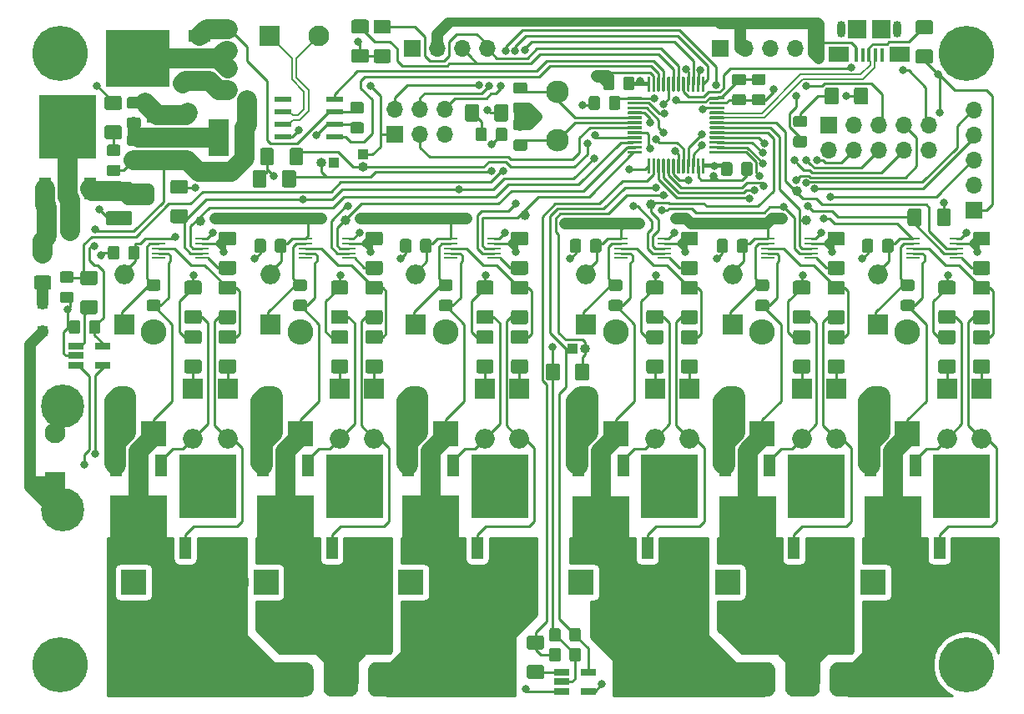
<source format=gtl>
%TF.GenerationSoftware,KiCad,Pcbnew,5.1.5+dfsg1-2build2*%
%TF.CreationDate,2021-12-29T18:24:04+01:00*%
%TF.ProjectId,motorDriver,6d6f746f-7244-4726-9976-65722e6b6963,rev?*%
%TF.SameCoordinates,Original*%
%TF.FileFunction,Copper,L1,Top*%
%TF.FilePolarity,Positive*%
%FSLAX46Y46*%
G04 Gerber Fmt 4.6, Leading zero omitted, Abs format (unit mm)*
G04 Created by KiCad (PCBNEW 5.1.5+dfsg1-2build2) date 2021-12-29 18:24:04*
%MOMM*%
%LPD*%
G04 APERTURE LIST*
%TA.AperFunction,ComponentPad*%
%ADD10O,2.600000X2.600000*%
%TD*%
%TA.AperFunction,ComponentPad*%
%ADD11R,2.600000X2.600000*%
%TD*%
%TA.AperFunction,BGAPad,CuDef*%
%ADD12C,1.000000*%
%TD*%
%TA.AperFunction,ComponentPad*%
%ADD13C,2.100000*%
%TD*%
%TA.AperFunction,ComponentPad*%
%ADD14R,2.100000X2.100000*%
%TD*%
%TA.AperFunction,SMDPad,CuDef*%
%ADD15R,5.800000X6.400000*%
%TD*%
%TA.AperFunction,SMDPad,CuDef*%
%ADD16R,1.200000X2.200000*%
%TD*%
%TA.AperFunction,ComponentPad*%
%ADD17C,5.600000*%
%TD*%
%TA.AperFunction,SMDPad,CuDef*%
%ADD18C,0.100000*%
%TD*%
%TA.AperFunction,ComponentPad*%
%ADD19O,2.000000X2.000000*%
%TD*%
%TA.AperFunction,ComponentPad*%
%ADD20R,2.000000X2.000000*%
%TD*%
%TA.AperFunction,ComponentPad*%
%ADD21O,1.700000X1.700000*%
%TD*%
%TA.AperFunction,ComponentPad*%
%ADD22R,1.700000X1.700000*%
%TD*%
%TA.AperFunction,SMDPad,CuDef*%
%ADD23R,2.000000X1.500000*%
%TD*%
%TA.AperFunction,SMDPad,CuDef*%
%ADD24R,2.000000X3.800000*%
%TD*%
%TA.AperFunction,SMDPad,CuDef*%
%ADD25R,6.400000X5.800000*%
%TD*%
%TA.AperFunction,SMDPad,CuDef*%
%ADD26R,2.200000X1.200000*%
%TD*%
%TA.AperFunction,SMDPad,CuDef*%
%ADD27R,1.690599X0.532600*%
%TD*%
%TA.AperFunction,ComponentPad*%
%ADD28C,2.300000*%
%TD*%
%TA.AperFunction,ComponentPad*%
%ADD29C,0.700000*%
%TD*%
%TA.AperFunction,ComponentPad*%
%ADD30C,4.400000*%
%TD*%
%TA.AperFunction,SMDPad,CuDef*%
%ADD31R,1.360399X0.290200*%
%TD*%
%TA.AperFunction,ConnectorPad*%
%ADD32C,0.100000*%
%TD*%
%TA.AperFunction,SMDPad,CuDef*%
%ADD33R,1.560000X0.650000*%
%TD*%
%TA.AperFunction,SMDPad,CuDef*%
%ADD34R,1.100000X1.100000*%
%TD*%
%TA.AperFunction,ComponentPad*%
%ADD35O,1.000000X1.000000*%
%TD*%
%TA.AperFunction,ComponentPad*%
%ADD36R,1.000000X1.000000*%
%TD*%
%TA.AperFunction,ComponentPad*%
%ADD37O,0.850000X1.700000*%
%TD*%
%TA.AperFunction,SMDPad,CuDef*%
%ADD38R,2.100000X1.600000*%
%TD*%
%TA.AperFunction,SMDPad,CuDef*%
%ADD39R,1.900000X1.900000*%
%TD*%
%TA.AperFunction,SMDPad,CuDef*%
%ADD40R,0.400000X1.350000*%
%TD*%
%TA.AperFunction,ViaPad*%
%ADD41C,0.800000*%
%TD*%
%TA.AperFunction,Conductor*%
%ADD42C,2.000000*%
%TD*%
%TA.AperFunction,Conductor*%
%ADD43C,0.250000*%
%TD*%
%TA.AperFunction,Conductor*%
%ADD44C,1.200000*%
%TD*%
%TA.AperFunction,Conductor*%
%ADD45C,0.500000*%
%TD*%
%TA.AperFunction,Conductor*%
%ADD46C,1.000000*%
%TD*%
%TA.AperFunction,Conductor*%
%ADD47C,0.900000*%
%TD*%
%TA.AperFunction,Conductor*%
%ADD48C,0.200000*%
%TD*%
%TA.AperFunction,Conductor*%
%ADD49C,0.254000*%
%TD*%
G04 APERTURE END LIST*
D10*
%TO.P,D34,2*%
%TO.N,GND*%
X180000200Y-77228400D03*
D11*
%TO.P,D34,1*%
%TO.N,/Motor2_Output_Power_Stage_C/MOTOR_OUT_PHASE_X*%
X180000200Y-87603400D03*
%TD*%
D10*
%TO.P,D33,2*%
%TO.N,/Motor2_Output_Power_Stage_C/MOTOR_OUT_PHASE_X*%
X186875000Y-102650000D03*
D11*
%TO.P,D33,1*%
%TO.N,MOTOR2_V_IN*%
X176500000Y-102650000D03*
%TD*%
D10*
%TO.P,D29,2*%
%TO.N,GND*%
X165250200Y-77228400D03*
D11*
%TO.P,D29,1*%
%TO.N,/Motor2_Output_Power_Stage_B/MOTOR_OUT_PHASE_X*%
X165250200Y-87603400D03*
%TD*%
D10*
%TO.P,D28,2*%
%TO.N,/Motor2_Output_Power_Stage_B/MOTOR_OUT_PHASE_X*%
X172100000Y-102650000D03*
D11*
%TO.P,D28,1*%
%TO.N,MOTOR2_V_IN*%
X161725000Y-102650000D03*
%TD*%
D10*
%TO.P,D24,2*%
%TO.N,GND*%
X150370200Y-77228400D03*
D11*
%TO.P,D24,1*%
%TO.N,/Motor2_Output_Power_Stage_A/MOTOR_OUT_PHASE_X*%
X150370200Y-87603400D03*
%TD*%
D10*
%TO.P,D23,2*%
%TO.N,/Motor2_Output_Power_Stage_A/MOTOR_OUT_PHASE_X*%
X157225000Y-102650000D03*
D11*
%TO.P,D23,1*%
%TO.N,MOTOR2_V_IN*%
X146850000Y-102650000D03*
%TD*%
D10*
%TO.P,D19,2*%
%TO.N,GND*%
X133130000Y-77225000D03*
D11*
%TO.P,D19,1*%
%TO.N,/Motor1_Output_Power_Stage_C/MOTOR_OUT_PHASE_X*%
X133130000Y-87600000D03*
%TD*%
D10*
%TO.P,D18,2*%
%TO.N,/Motor1_Output_Power_Stage_C/MOTOR_OUT_PHASE_X*%
X139975000Y-102650000D03*
D11*
%TO.P,D18,1*%
%TO.N,MOTOR1_V_IN*%
X129600000Y-102650000D03*
%TD*%
D10*
%TO.P,D14,2*%
%TO.N,GND*%
X118380000Y-77225000D03*
D11*
%TO.P,D14,1*%
%TO.N,/Motor1_Output_Power_Stage_B/MOTOR_OUT_PHASE_X*%
X118380000Y-87600000D03*
%TD*%
D10*
%TO.P,D13,2*%
%TO.N,/Motor1_Output_Power_Stage_B/MOTOR_OUT_PHASE_X*%
X125275000Y-102650000D03*
D11*
%TO.P,D13,1*%
%TO.N,MOTOR1_V_IN*%
X114900000Y-102650000D03*
%TD*%
D10*
%TO.P,D9,2*%
%TO.N,GND*%
X103500000Y-77225000D03*
D11*
%TO.P,D9,1*%
%TO.N,/Motor1_Output_Power_Stage_A/MOTOR_OUT_PHASE_X*%
X103500000Y-87600000D03*
%TD*%
D10*
%TO.P,D8,2*%
%TO.N,/Motor1_Output_Power_Stage_A/MOTOR_OUT_PHASE_X*%
X111850000Y-102650000D03*
D11*
%TO.P,D8,1*%
%TO.N,MOTOR1_V_IN*%
X101475000Y-102650000D03*
%TD*%
D12*
%TO.P,TP6,1*%
%TO.N,MOTOR1_PWM_C*%
X141200000Y-65400000D03*
%TD*%
%TO.P,TP5,1*%
%TO.N,MOTOR1_PWM_B*%
X123000000Y-65900000D03*
%TD*%
%TO.P,TP4,1*%
%TO.N,MOTOR1_PWM_A*%
X108250000Y-65950000D03*
%TD*%
%TO.P,TP3,1*%
%TO.N,MOTOR2_PWM_C*%
X168800000Y-62900000D03*
%TD*%
%TO.P,TP2,1*%
%TO.N,MOTOR2_PWM_B*%
X169700000Y-65900000D03*
%TD*%
%TO.P,TP1,1*%
%TO.N,MOTOR2_PWM_A*%
X154000000Y-64300000D03*
%TD*%
D13*
%TO.P,J2,2*%
%TO.N,CAN_+*%
X120250000Y-47200000D03*
D14*
%TO.P,J2,1*%
%TO.N,CAN_-*%
X115250000Y-47200000D03*
%TD*%
D15*
%TO.P,Q12,2*%
%TO.N,/Motor2_Output_Power_Stage_C/MOTOR_OUT_PHASE_X*%
X178500200Y-97103400D03*
D16*
%TO.P,Q12,3*%
%TO.N,GND*%
X176220200Y-90803400D03*
%TO.P,Q12,1*%
%TO.N,Net-(D32-Pad2)*%
X180780200Y-90803400D03*
%TD*%
D15*
%TO.P,Q11,2*%
%TO.N,MOTOR2_V_IN*%
X185500200Y-92903400D03*
D16*
%TO.P,Q11,3*%
%TO.N,/Motor2_Output_Power_Stage_C/MOTOR_OUT_PHASE_X*%
X187780200Y-99203400D03*
%TO.P,Q11,1*%
%TO.N,Net-(D31-Pad2)*%
X183220200Y-99203400D03*
%TD*%
D15*
%TO.P,Q10,2*%
%TO.N,/Motor2_Output_Power_Stage_B/MOTOR_OUT_PHASE_X*%
X163750200Y-97103400D03*
D16*
%TO.P,Q10,3*%
%TO.N,GND*%
X161470200Y-90803400D03*
%TO.P,Q10,1*%
%TO.N,Net-(D27-Pad2)*%
X166030200Y-90803400D03*
%TD*%
D15*
%TO.P,Q9,2*%
%TO.N,MOTOR2_V_IN*%
X170750200Y-92903400D03*
D16*
%TO.P,Q9,3*%
%TO.N,/Motor2_Output_Power_Stage_B/MOTOR_OUT_PHASE_X*%
X173030200Y-99203400D03*
%TO.P,Q9,1*%
%TO.N,Net-(D26-Pad2)*%
X168470200Y-99203400D03*
%TD*%
D15*
%TO.P,Q8,2*%
%TO.N,/Motor2_Output_Power_Stage_A/MOTOR_OUT_PHASE_X*%
X148870200Y-97103400D03*
D16*
%TO.P,Q8,3*%
%TO.N,GND*%
X146590200Y-90803400D03*
%TO.P,Q8,1*%
%TO.N,Net-(D22-Pad2)*%
X151150200Y-90803400D03*
%TD*%
D15*
%TO.P,Q7,2*%
%TO.N,MOTOR2_V_IN*%
X155870200Y-92903400D03*
D16*
%TO.P,Q7,3*%
%TO.N,/Motor2_Output_Power_Stage_A/MOTOR_OUT_PHASE_X*%
X158150200Y-99203400D03*
%TO.P,Q7,1*%
%TO.N,Net-(D21-Pad2)*%
X153590200Y-99203400D03*
%TD*%
D15*
%TO.P,Q6,2*%
%TO.N,/Motor1_Output_Power_Stage_C/MOTOR_OUT_PHASE_X*%
X131630000Y-97100000D03*
D16*
%TO.P,Q6,3*%
%TO.N,GND*%
X129350000Y-90800000D03*
%TO.P,Q6,1*%
%TO.N,Net-(D17-Pad2)*%
X133910000Y-90800000D03*
%TD*%
D15*
%TO.P,Q5,2*%
%TO.N,MOTOR1_V_IN*%
X138630000Y-92900000D03*
D16*
%TO.P,Q5,3*%
%TO.N,/Motor1_Output_Power_Stage_C/MOTOR_OUT_PHASE_X*%
X140910000Y-99200000D03*
%TO.P,Q5,1*%
%TO.N,Net-(D16-Pad2)*%
X136350000Y-99200000D03*
%TD*%
D15*
%TO.P,Q4,2*%
%TO.N,/Motor1_Output_Power_Stage_B/MOTOR_OUT_PHASE_X*%
X116880000Y-97100000D03*
D16*
%TO.P,Q4,3*%
%TO.N,GND*%
X114600000Y-90800000D03*
%TO.P,Q4,1*%
%TO.N,Net-(D12-Pad2)*%
X119160000Y-90800000D03*
%TD*%
D15*
%TO.P,Q3,2*%
%TO.N,MOTOR1_V_IN*%
X123880000Y-92900000D03*
D16*
%TO.P,Q3,3*%
%TO.N,/Motor1_Output_Power_Stage_B/MOTOR_OUT_PHASE_X*%
X126160000Y-99200000D03*
%TO.P,Q3,1*%
%TO.N,Net-(D11-Pad2)*%
X121600000Y-99200000D03*
%TD*%
D15*
%TO.P,Q2,2*%
%TO.N,/Motor1_Output_Power_Stage_A/MOTOR_OUT_PHASE_X*%
X102000000Y-97100000D03*
D16*
%TO.P,Q2,3*%
%TO.N,GND*%
X99720000Y-90800000D03*
%TO.P,Q2,1*%
%TO.N,Net-(D7-Pad2)*%
X104280000Y-90800000D03*
%TD*%
D15*
%TO.P,Q1,2*%
%TO.N,MOTOR1_V_IN*%
X109000000Y-92900000D03*
D16*
%TO.P,Q1,3*%
%TO.N,/Motor1_Output_Power_Stage_A/MOTOR_OUT_PHASE_X*%
X111280000Y-99200000D03*
%TO.P,Q1,1*%
%TO.N,Net-(D6-Pad2)*%
X106720000Y-99200000D03*
%TD*%
D17*
%TO.P,H2,1*%
%TO.N,N/C*%
X186000000Y-49000000D03*
%TD*%
%TO.P,H3,1*%
%TO.N,N/C*%
X186000000Y-111000000D03*
%TD*%
%TO.P,H4,1*%
%TO.N,N/C*%
X94000000Y-111000000D03*
%TD*%
%TO.P,H1,1*%
%TO.N,N/C*%
X94000000Y-49000000D03*
%TD*%
%TA.AperFunction,SMDPad,CuDef*%
D18*
%TO.P,C1,2*%
%TO.N,GND*%
G36*
X141174505Y-53951204D02*
G01*
X141198773Y-53954804D01*
X141222572Y-53960765D01*
X141245671Y-53969030D01*
X141267850Y-53979520D01*
X141288893Y-53992132D01*
X141308599Y-54006747D01*
X141326777Y-54023223D01*
X141343253Y-54041401D01*
X141357868Y-54061107D01*
X141370480Y-54082150D01*
X141380970Y-54104329D01*
X141389235Y-54127428D01*
X141395196Y-54151227D01*
X141398796Y-54175495D01*
X141400000Y-54199999D01*
X141400000Y-54850001D01*
X141398796Y-54874505D01*
X141395196Y-54898773D01*
X141389235Y-54922572D01*
X141380970Y-54945671D01*
X141370480Y-54967850D01*
X141357868Y-54988893D01*
X141343253Y-55008599D01*
X141326777Y-55026777D01*
X141308599Y-55043253D01*
X141288893Y-55057868D01*
X141267850Y-55070480D01*
X141245671Y-55080970D01*
X141222572Y-55089235D01*
X141198773Y-55095196D01*
X141174505Y-55098796D01*
X141150001Y-55100000D01*
X140249999Y-55100000D01*
X140225495Y-55098796D01*
X140201227Y-55095196D01*
X140177428Y-55089235D01*
X140154329Y-55080970D01*
X140132150Y-55070480D01*
X140111107Y-55057868D01*
X140091401Y-55043253D01*
X140073223Y-55026777D01*
X140056747Y-55008599D01*
X140042132Y-54988893D01*
X140029520Y-54967850D01*
X140019030Y-54945671D01*
X140010765Y-54922572D01*
X140004804Y-54898773D01*
X140001204Y-54874505D01*
X140000000Y-54850001D01*
X140000000Y-54199999D01*
X140001204Y-54175495D01*
X140004804Y-54151227D01*
X140010765Y-54127428D01*
X140019030Y-54104329D01*
X140029520Y-54082150D01*
X140042132Y-54061107D01*
X140056747Y-54041401D01*
X140073223Y-54023223D01*
X140091401Y-54006747D01*
X140111107Y-53992132D01*
X140132150Y-53979520D01*
X140154329Y-53969030D01*
X140177428Y-53960765D01*
X140201227Y-53954804D01*
X140225495Y-53951204D01*
X140249999Y-53950000D01*
X141150001Y-53950000D01*
X141174505Y-53951204D01*
G37*
%TD.AperFunction*%
%TA.AperFunction,SMDPad,CuDef*%
%TO.P,C1,1*%
%TO.N,HSC_IN*%
G36*
X141174505Y-51901204D02*
G01*
X141198773Y-51904804D01*
X141222572Y-51910765D01*
X141245671Y-51919030D01*
X141267850Y-51929520D01*
X141288893Y-51942132D01*
X141308599Y-51956747D01*
X141326777Y-51973223D01*
X141343253Y-51991401D01*
X141357868Y-52011107D01*
X141370480Y-52032150D01*
X141380970Y-52054329D01*
X141389235Y-52077428D01*
X141395196Y-52101227D01*
X141398796Y-52125495D01*
X141400000Y-52149999D01*
X141400000Y-52800001D01*
X141398796Y-52824505D01*
X141395196Y-52848773D01*
X141389235Y-52872572D01*
X141380970Y-52895671D01*
X141370480Y-52917850D01*
X141357868Y-52938893D01*
X141343253Y-52958599D01*
X141326777Y-52976777D01*
X141308599Y-52993253D01*
X141288893Y-53007868D01*
X141267850Y-53020480D01*
X141245671Y-53030970D01*
X141222572Y-53039235D01*
X141198773Y-53045196D01*
X141174505Y-53048796D01*
X141150001Y-53050000D01*
X140249999Y-53050000D01*
X140225495Y-53048796D01*
X140201227Y-53045196D01*
X140177428Y-53039235D01*
X140154329Y-53030970D01*
X140132150Y-53020480D01*
X140111107Y-53007868D01*
X140091401Y-52993253D01*
X140073223Y-52976777D01*
X140056747Y-52958599D01*
X140042132Y-52938893D01*
X140029520Y-52917850D01*
X140019030Y-52895671D01*
X140010765Y-52872572D01*
X140004804Y-52848773D01*
X140001204Y-52824505D01*
X140000000Y-52800001D01*
X140000000Y-52149999D01*
X140001204Y-52125495D01*
X140004804Y-52101227D01*
X140010765Y-52077428D01*
X140019030Y-52054329D01*
X140029520Y-52032150D01*
X140042132Y-52011107D01*
X140056747Y-51991401D01*
X140073223Y-51973223D01*
X140091401Y-51956747D01*
X140111107Y-51942132D01*
X140132150Y-51929520D01*
X140154329Y-51919030D01*
X140177428Y-51910765D01*
X140201227Y-51904804D01*
X140225495Y-51901204D01*
X140249999Y-51900000D01*
X141150001Y-51900000D01*
X141174505Y-51901204D01*
G37*
%TD.AperFunction*%
%TD*%
%TA.AperFunction,SMDPad,CuDef*%
%TO.P,C3,2*%
%TO.N,GND*%
G36*
X141174505Y-55651204D02*
G01*
X141198773Y-55654804D01*
X141222572Y-55660765D01*
X141245671Y-55669030D01*
X141267850Y-55679520D01*
X141288893Y-55692132D01*
X141308599Y-55706747D01*
X141326777Y-55723223D01*
X141343253Y-55741401D01*
X141357868Y-55761107D01*
X141370480Y-55782150D01*
X141380970Y-55804329D01*
X141389235Y-55827428D01*
X141395196Y-55851227D01*
X141398796Y-55875495D01*
X141400000Y-55899999D01*
X141400000Y-56550001D01*
X141398796Y-56574505D01*
X141395196Y-56598773D01*
X141389235Y-56622572D01*
X141380970Y-56645671D01*
X141370480Y-56667850D01*
X141357868Y-56688893D01*
X141343253Y-56708599D01*
X141326777Y-56726777D01*
X141308599Y-56743253D01*
X141288893Y-56757868D01*
X141267850Y-56770480D01*
X141245671Y-56780970D01*
X141222572Y-56789235D01*
X141198773Y-56795196D01*
X141174505Y-56798796D01*
X141150001Y-56800000D01*
X140249999Y-56800000D01*
X140225495Y-56798796D01*
X140201227Y-56795196D01*
X140177428Y-56789235D01*
X140154329Y-56780970D01*
X140132150Y-56770480D01*
X140111107Y-56757868D01*
X140091401Y-56743253D01*
X140073223Y-56726777D01*
X140056747Y-56708599D01*
X140042132Y-56688893D01*
X140029520Y-56667850D01*
X140019030Y-56645671D01*
X140010765Y-56622572D01*
X140004804Y-56598773D01*
X140001204Y-56574505D01*
X140000000Y-56550001D01*
X140000000Y-55899999D01*
X140001204Y-55875495D01*
X140004804Y-55851227D01*
X140010765Y-55827428D01*
X140019030Y-55804329D01*
X140029520Y-55782150D01*
X140042132Y-55761107D01*
X140056747Y-55741401D01*
X140073223Y-55723223D01*
X140091401Y-55706747D01*
X140111107Y-55692132D01*
X140132150Y-55679520D01*
X140154329Y-55669030D01*
X140177428Y-55660765D01*
X140201227Y-55654804D01*
X140225495Y-55651204D01*
X140249999Y-55650000D01*
X141150001Y-55650000D01*
X141174505Y-55651204D01*
G37*
%TD.AperFunction*%
%TA.AperFunction,SMDPad,CuDef*%
%TO.P,C3,1*%
%TO.N,HSC_OUT*%
G36*
X141174505Y-57701204D02*
G01*
X141198773Y-57704804D01*
X141222572Y-57710765D01*
X141245671Y-57719030D01*
X141267850Y-57729520D01*
X141288893Y-57742132D01*
X141308599Y-57756747D01*
X141326777Y-57773223D01*
X141343253Y-57791401D01*
X141357868Y-57811107D01*
X141370480Y-57832150D01*
X141380970Y-57854329D01*
X141389235Y-57877428D01*
X141395196Y-57901227D01*
X141398796Y-57925495D01*
X141400000Y-57949999D01*
X141400000Y-58600001D01*
X141398796Y-58624505D01*
X141395196Y-58648773D01*
X141389235Y-58672572D01*
X141380970Y-58695671D01*
X141370480Y-58717850D01*
X141357868Y-58738893D01*
X141343253Y-58758599D01*
X141326777Y-58776777D01*
X141308599Y-58793253D01*
X141288893Y-58807868D01*
X141267850Y-58820480D01*
X141245671Y-58830970D01*
X141222572Y-58839235D01*
X141198773Y-58845196D01*
X141174505Y-58848796D01*
X141150001Y-58850000D01*
X140249999Y-58850000D01*
X140225495Y-58848796D01*
X140201227Y-58845196D01*
X140177428Y-58839235D01*
X140154329Y-58830970D01*
X140132150Y-58820480D01*
X140111107Y-58807868D01*
X140091401Y-58793253D01*
X140073223Y-58776777D01*
X140056747Y-58758599D01*
X140042132Y-58738893D01*
X140029520Y-58717850D01*
X140019030Y-58695671D01*
X140010765Y-58672572D01*
X140004804Y-58648773D01*
X140001204Y-58624505D01*
X140000000Y-58600001D01*
X140000000Y-57949999D01*
X140001204Y-57925495D01*
X140004804Y-57901227D01*
X140010765Y-57877428D01*
X140019030Y-57854329D01*
X140029520Y-57832150D01*
X140042132Y-57811107D01*
X140056747Y-57791401D01*
X140073223Y-57773223D01*
X140091401Y-57756747D01*
X140111107Y-57742132D01*
X140132150Y-57729520D01*
X140154329Y-57719030D01*
X140177428Y-57710765D01*
X140201227Y-57704804D01*
X140225495Y-57701204D01*
X140249999Y-57700000D01*
X141150001Y-57700000D01*
X141174505Y-57701204D01*
G37*
%TD.AperFunction*%
%TD*%
%TA.AperFunction,SMDPad,CuDef*%
%TO.P,C4,2*%
%TO.N,GND*%
G36*
X101974505Y-55451204D02*
G01*
X101998773Y-55454804D01*
X102022572Y-55460765D01*
X102045671Y-55469030D01*
X102067850Y-55479520D01*
X102088893Y-55492132D01*
X102108599Y-55506747D01*
X102126777Y-55523223D01*
X102143253Y-55541401D01*
X102157868Y-55561107D01*
X102170480Y-55582150D01*
X102180970Y-55604329D01*
X102189235Y-55627428D01*
X102195196Y-55651227D01*
X102198796Y-55675495D01*
X102200000Y-55699999D01*
X102200000Y-56350001D01*
X102198796Y-56374505D01*
X102195196Y-56398773D01*
X102189235Y-56422572D01*
X102180970Y-56445671D01*
X102170480Y-56467850D01*
X102157868Y-56488893D01*
X102143253Y-56508599D01*
X102126777Y-56526777D01*
X102108599Y-56543253D01*
X102088893Y-56557868D01*
X102067850Y-56570480D01*
X102045671Y-56580970D01*
X102022572Y-56589235D01*
X101998773Y-56595196D01*
X101974505Y-56598796D01*
X101950001Y-56600000D01*
X101049999Y-56600000D01*
X101025495Y-56598796D01*
X101001227Y-56595196D01*
X100977428Y-56589235D01*
X100954329Y-56580970D01*
X100932150Y-56570480D01*
X100911107Y-56557868D01*
X100891401Y-56543253D01*
X100873223Y-56526777D01*
X100856747Y-56508599D01*
X100842132Y-56488893D01*
X100829520Y-56467850D01*
X100819030Y-56445671D01*
X100810765Y-56422572D01*
X100804804Y-56398773D01*
X100801204Y-56374505D01*
X100800000Y-56350001D01*
X100800000Y-55699999D01*
X100801204Y-55675495D01*
X100804804Y-55651227D01*
X100810765Y-55627428D01*
X100819030Y-55604329D01*
X100829520Y-55582150D01*
X100842132Y-55561107D01*
X100856747Y-55541401D01*
X100873223Y-55523223D01*
X100891401Y-55506747D01*
X100911107Y-55492132D01*
X100932150Y-55479520D01*
X100954329Y-55469030D01*
X100977428Y-55460765D01*
X101001227Y-55454804D01*
X101025495Y-55451204D01*
X101049999Y-55450000D01*
X101950001Y-55450000D01*
X101974505Y-55451204D01*
G37*
%TD.AperFunction*%
%TA.AperFunction,SMDPad,CuDef*%
%TO.P,C4,1*%
%TO.N,Net-(C4-Pad1)*%
G36*
X101974505Y-53401204D02*
G01*
X101998773Y-53404804D01*
X102022572Y-53410765D01*
X102045671Y-53419030D01*
X102067850Y-53429520D01*
X102088893Y-53442132D01*
X102108599Y-53456747D01*
X102126777Y-53473223D01*
X102143253Y-53491401D01*
X102157868Y-53511107D01*
X102170480Y-53532150D01*
X102180970Y-53554329D01*
X102189235Y-53577428D01*
X102195196Y-53601227D01*
X102198796Y-53625495D01*
X102200000Y-53649999D01*
X102200000Y-54300001D01*
X102198796Y-54324505D01*
X102195196Y-54348773D01*
X102189235Y-54372572D01*
X102180970Y-54395671D01*
X102170480Y-54417850D01*
X102157868Y-54438893D01*
X102143253Y-54458599D01*
X102126777Y-54476777D01*
X102108599Y-54493253D01*
X102088893Y-54507868D01*
X102067850Y-54520480D01*
X102045671Y-54530970D01*
X102022572Y-54539235D01*
X101998773Y-54545196D01*
X101974505Y-54548796D01*
X101950001Y-54550000D01*
X101049999Y-54550000D01*
X101025495Y-54548796D01*
X101001227Y-54545196D01*
X100977428Y-54539235D01*
X100954329Y-54530970D01*
X100932150Y-54520480D01*
X100911107Y-54507868D01*
X100891401Y-54493253D01*
X100873223Y-54476777D01*
X100856747Y-54458599D01*
X100842132Y-54438893D01*
X100829520Y-54417850D01*
X100819030Y-54395671D01*
X100810765Y-54372572D01*
X100804804Y-54348773D01*
X100801204Y-54324505D01*
X100800000Y-54300001D01*
X100800000Y-53649999D01*
X100801204Y-53625495D01*
X100804804Y-53601227D01*
X100810765Y-53577428D01*
X100819030Y-53554329D01*
X100829520Y-53532150D01*
X100842132Y-53511107D01*
X100856747Y-53491401D01*
X100873223Y-53473223D01*
X100891401Y-53456747D01*
X100911107Y-53442132D01*
X100932150Y-53429520D01*
X100954329Y-53419030D01*
X100977428Y-53410765D01*
X101001227Y-53404804D01*
X101025495Y-53401204D01*
X101049999Y-53400000D01*
X101950001Y-53400000D01*
X101974505Y-53401204D01*
G37*
%TD.AperFunction*%
%TD*%
%TA.AperFunction,SMDPad,CuDef*%
%TO.P,C5,2*%
%TO.N,GND*%
G36*
X111474505Y-49901204D02*
G01*
X111498773Y-49904804D01*
X111522572Y-49910765D01*
X111545671Y-49919030D01*
X111567850Y-49929520D01*
X111588893Y-49942132D01*
X111608599Y-49956747D01*
X111626777Y-49973223D01*
X111643253Y-49991401D01*
X111657868Y-50011107D01*
X111670480Y-50032150D01*
X111680970Y-50054329D01*
X111689235Y-50077428D01*
X111695196Y-50101227D01*
X111698796Y-50125495D01*
X111700000Y-50149999D01*
X111700000Y-50800001D01*
X111698796Y-50824505D01*
X111695196Y-50848773D01*
X111689235Y-50872572D01*
X111680970Y-50895671D01*
X111670480Y-50917850D01*
X111657868Y-50938893D01*
X111643253Y-50958599D01*
X111626777Y-50976777D01*
X111608599Y-50993253D01*
X111588893Y-51007868D01*
X111567850Y-51020480D01*
X111545671Y-51030970D01*
X111522572Y-51039235D01*
X111498773Y-51045196D01*
X111474505Y-51048796D01*
X111450001Y-51050000D01*
X110549999Y-51050000D01*
X110525495Y-51048796D01*
X110501227Y-51045196D01*
X110477428Y-51039235D01*
X110454329Y-51030970D01*
X110432150Y-51020480D01*
X110411107Y-51007868D01*
X110391401Y-50993253D01*
X110373223Y-50976777D01*
X110356747Y-50958599D01*
X110342132Y-50938893D01*
X110329520Y-50917850D01*
X110319030Y-50895671D01*
X110310765Y-50872572D01*
X110304804Y-50848773D01*
X110301204Y-50824505D01*
X110300000Y-50800001D01*
X110300000Y-50149999D01*
X110301204Y-50125495D01*
X110304804Y-50101227D01*
X110310765Y-50077428D01*
X110319030Y-50054329D01*
X110329520Y-50032150D01*
X110342132Y-50011107D01*
X110356747Y-49991401D01*
X110373223Y-49973223D01*
X110391401Y-49956747D01*
X110411107Y-49942132D01*
X110432150Y-49929520D01*
X110454329Y-49919030D01*
X110477428Y-49910765D01*
X110501227Y-49904804D01*
X110525495Y-49901204D01*
X110549999Y-49900000D01*
X111450001Y-49900000D01*
X111474505Y-49901204D01*
G37*
%TD.AperFunction*%
%TA.AperFunction,SMDPad,CuDef*%
%TO.P,C5,1*%
%TO.N,Net-(C4-Pad1)*%
G36*
X111474505Y-51951204D02*
G01*
X111498773Y-51954804D01*
X111522572Y-51960765D01*
X111545671Y-51969030D01*
X111567850Y-51979520D01*
X111588893Y-51992132D01*
X111608599Y-52006747D01*
X111626777Y-52023223D01*
X111643253Y-52041401D01*
X111657868Y-52061107D01*
X111670480Y-52082150D01*
X111680970Y-52104329D01*
X111689235Y-52127428D01*
X111695196Y-52151227D01*
X111698796Y-52175495D01*
X111700000Y-52199999D01*
X111700000Y-52850001D01*
X111698796Y-52874505D01*
X111695196Y-52898773D01*
X111689235Y-52922572D01*
X111680970Y-52945671D01*
X111670480Y-52967850D01*
X111657868Y-52988893D01*
X111643253Y-53008599D01*
X111626777Y-53026777D01*
X111608599Y-53043253D01*
X111588893Y-53057868D01*
X111567850Y-53070480D01*
X111545671Y-53080970D01*
X111522572Y-53089235D01*
X111498773Y-53095196D01*
X111474505Y-53098796D01*
X111450001Y-53100000D01*
X110549999Y-53100000D01*
X110525495Y-53098796D01*
X110501227Y-53095196D01*
X110477428Y-53089235D01*
X110454329Y-53080970D01*
X110432150Y-53070480D01*
X110411107Y-53057868D01*
X110391401Y-53043253D01*
X110373223Y-53026777D01*
X110356747Y-53008599D01*
X110342132Y-52988893D01*
X110329520Y-52967850D01*
X110319030Y-52945671D01*
X110310765Y-52922572D01*
X110304804Y-52898773D01*
X110301204Y-52874505D01*
X110300000Y-52850001D01*
X110300000Y-52199999D01*
X110301204Y-52175495D01*
X110304804Y-52151227D01*
X110310765Y-52127428D01*
X110319030Y-52104329D01*
X110329520Y-52082150D01*
X110342132Y-52061107D01*
X110356747Y-52041401D01*
X110373223Y-52023223D01*
X110391401Y-52006747D01*
X110411107Y-51992132D01*
X110432150Y-51979520D01*
X110454329Y-51969030D01*
X110477428Y-51960765D01*
X110501227Y-51954804D01*
X110525495Y-51951204D01*
X110549999Y-51950000D01*
X111450001Y-51950000D01*
X111474505Y-51951204D01*
G37*
%TD.AperFunction*%
%TD*%
%TA.AperFunction,SMDPad,CuDef*%
%TO.P,C6,2*%
%TO.N,GND*%
G36*
X95099505Y-64551204D02*
G01*
X95123773Y-64554804D01*
X95147572Y-64560765D01*
X95170671Y-64569030D01*
X95192850Y-64579520D01*
X95213893Y-64592132D01*
X95233599Y-64606747D01*
X95251777Y-64623223D01*
X95268253Y-64641401D01*
X95282868Y-64661107D01*
X95295480Y-64682150D01*
X95305970Y-64704329D01*
X95314235Y-64727428D01*
X95320196Y-64751227D01*
X95323796Y-64775495D01*
X95325000Y-64799999D01*
X95325000Y-65700001D01*
X95323796Y-65724505D01*
X95320196Y-65748773D01*
X95314235Y-65772572D01*
X95305970Y-65795671D01*
X95295480Y-65817850D01*
X95282868Y-65838893D01*
X95268253Y-65858599D01*
X95251777Y-65876777D01*
X95233599Y-65893253D01*
X95213893Y-65907868D01*
X95192850Y-65920480D01*
X95170671Y-65930970D01*
X95147572Y-65939235D01*
X95123773Y-65945196D01*
X95099505Y-65948796D01*
X95075001Y-65950000D01*
X94424999Y-65950000D01*
X94400495Y-65948796D01*
X94376227Y-65945196D01*
X94352428Y-65939235D01*
X94329329Y-65930970D01*
X94307150Y-65920480D01*
X94286107Y-65907868D01*
X94266401Y-65893253D01*
X94248223Y-65876777D01*
X94231747Y-65858599D01*
X94217132Y-65838893D01*
X94204520Y-65817850D01*
X94194030Y-65795671D01*
X94185765Y-65772572D01*
X94179804Y-65748773D01*
X94176204Y-65724505D01*
X94175000Y-65700001D01*
X94175000Y-64799999D01*
X94176204Y-64775495D01*
X94179804Y-64751227D01*
X94185765Y-64727428D01*
X94194030Y-64704329D01*
X94204520Y-64682150D01*
X94217132Y-64661107D01*
X94231747Y-64641401D01*
X94248223Y-64623223D01*
X94266401Y-64606747D01*
X94286107Y-64592132D01*
X94307150Y-64579520D01*
X94329329Y-64569030D01*
X94352428Y-64560765D01*
X94376227Y-64554804D01*
X94400495Y-64551204D01*
X94424999Y-64550000D01*
X95075001Y-64550000D01*
X95099505Y-64551204D01*
G37*
%TD.AperFunction*%
%TA.AperFunction,SMDPad,CuDef*%
%TO.P,C6,1*%
%TO.N,Net-(C4-Pad1)*%
G36*
X93049505Y-64551204D02*
G01*
X93073773Y-64554804D01*
X93097572Y-64560765D01*
X93120671Y-64569030D01*
X93142850Y-64579520D01*
X93163893Y-64592132D01*
X93183599Y-64606747D01*
X93201777Y-64623223D01*
X93218253Y-64641401D01*
X93232868Y-64661107D01*
X93245480Y-64682150D01*
X93255970Y-64704329D01*
X93264235Y-64727428D01*
X93270196Y-64751227D01*
X93273796Y-64775495D01*
X93275000Y-64799999D01*
X93275000Y-65700001D01*
X93273796Y-65724505D01*
X93270196Y-65748773D01*
X93264235Y-65772572D01*
X93255970Y-65795671D01*
X93245480Y-65817850D01*
X93232868Y-65838893D01*
X93218253Y-65858599D01*
X93201777Y-65876777D01*
X93183599Y-65893253D01*
X93163893Y-65907868D01*
X93142850Y-65920480D01*
X93120671Y-65930970D01*
X93097572Y-65939235D01*
X93073773Y-65945196D01*
X93049505Y-65948796D01*
X93025001Y-65950000D01*
X92374999Y-65950000D01*
X92350495Y-65948796D01*
X92326227Y-65945196D01*
X92302428Y-65939235D01*
X92279329Y-65930970D01*
X92257150Y-65920480D01*
X92236107Y-65907868D01*
X92216401Y-65893253D01*
X92198223Y-65876777D01*
X92181747Y-65858599D01*
X92167132Y-65838893D01*
X92154520Y-65817850D01*
X92144030Y-65795671D01*
X92135765Y-65772572D01*
X92129804Y-65748773D01*
X92126204Y-65724505D01*
X92125000Y-65700001D01*
X92125000Y-64799999D01*
X92126204Y-64775495D01*
X92129804Y-64751227D01*
X92135765Y-64727428D01*
X92144030Y-64704329D01*
X92154520Y-64682150D01*
X92167132Y-64661107D01*
X92181747Y-64641401D01*
X92198223Y-64623223D01*
X92216401Y-64606747D01*
X92236107Y-64592132D01*
X92257150Y-64579520D01*
X92279329Y-64569030D01*
X92302428Y-64560765D01*
X92326227Y-64554804D01*
X92350495Y-64551204D01*
X92374999Y-64550000D01*
X93025001Y-64550000D01*
X93049505Y-64551204D01*
G37*
%TD.AperFunction*%
%TD*%
%TA.AperFunction,SMDPad,CuDef*%
%TO.P,C7,2*%
%TO.N,GND*%
G36*
X101974505Y-57201204D02*
G01*
X101998773Y-57204804D01*
X102022572Y-57210765D01*
X102045671Y-57219030D01*
X102067850Y-57229520D01*
X102088893Y-57242132D01*
X102108599Y-57256747D01*
X102126777Y-57273223D01*
X102143253Y-57291401D01*
X102157868Y-57311107D01*
X102170480Y-57332150D01*
X102180970Y-57354329D01*
X102189235Y-57377428D01*
X102195196Y-57401227D01*
X102198796Y-57425495D01*
X102200000Y-57449999D01*
X102200000Y-58100001D01*
X102198796Y-58124505D01*
X102195196Y-58148773D01*
X102189235Y-58172572D01*
X102180970Y-58195671D01*
X102170480Y-58217850D01*
X102157868Y-58238893D01*
X102143253Y-58258599D01*
X102126777Y-58276777D01*
X102108599Y-58293253D01*
X102088893Y-58307868D01*
X102067850Y-58320480D01*
X102045671Y-58330970D01*
X102022572Y-58339235D01*
X101998773Y-58345196D01*
X101974505Y-58348796D01*
X101950001Y-58350000D01*
X101049999Y-58350000D01*
X101025495Y-58348796D01*
X101001227Y-58345196D01*
X100977428Y-58339235D01*
X100954329Y-58330970D01*
X100932150Y-58320480D01*
X100911107Y-58307868D01*
X100891401Y-58293253D01*
X100873223Y-58276777D01*
X100856747Y-58258599D01*
X100842132Y-58238893D01*
X100829520Y-58217850D01*
X100819030Y-58195671D01*
X100810765Y-58172572D01*
X100804804Y-58148773D01*
X100801204Y-58124505D01*
X100800000Y-58100001D01*
X100800000Y-57449999D01*
X100801204Y-57425495D01*
X100804804Y-57401227D01*
X100810765Y-57377428D01*
X100819030Y-57354329D01*
X100829520Y-57332150D01*
X100842132Y-57311107D01*
X100856747Y-57291401D01*
X100873223Y-57273223D01*
X100891401Y-57256747D01*
X100911107Y-57242132D01*
X100932150Y-57229520D01*
X100954329Y-57219030D01*
X100977428Y-57210765D01*
X101001227Y-57204804D01*
X101025495Y-57201204D01*
X101049999Y-57200000D01*
X101950001Y-57200000D01*
X101974505Y-57201204D01*
G37*
%TD.AperFunction*%
%TA.AperFunction,SMDPad,CuDef*%
%TO.P,C7,1*%
%TO.N,+3V3*%
G36*
X101974505Y-59251204D02*
G01*
X101998773Y-59254804D01*
X102022572Y-59260765D01*
X102045671Y-59269030D01*
X102067850Y-59279520D01*
X102088893Y-59292132D01*
X102108599Y-59306747D01*
X102126777Y-59323223D01*
X102143253Y-59341401D01*
X102157868Y-59361107D01*
X102170480Y-59382150D01*
X102180970Y-59404329D01*
X102189235Y-59427428D01*
X102195196Y-59451227D01*
X102198796Y-59475495D01*
X102200000Y-59499999D01*
X102200000Y-60150001D01*
X102198796Y-60174505D01*
X102195196Y-60198773D01*
X102189235Y-60222572D01*
X102180970Y-60245671D01*
X102170480Y-60267850D01*
X102157868Y-60288893D01*
X102143253Y-60308599D01*
X102126777Y-60326777D01*
X102108599Y-60343253D01*
X102088893Y-60357868D01*
X102067850Y-60370480D01*
X102045671Y-60380970D01*
X102022572Y-60389235D01*
X101998773Y-60395196D01*
X101974505Y-60398796D01*
X101950001Y-60400000D01*
X101049999Y-60400000D01*
X101025495Y-60398796D01*
X101001227Y-60395196D01*
X100977428Y-60389235D01*
X100954329Y-60380970D01*
X100932150Y-60370480D01*
X100911107Y-60357868D01*
X100891401Y-60343253D01*
X100873223Y-60326777D01*
X100856747Y-60308599D01*
X100842132Y-60288893D01*
X100829520Y-60267850D01*
X100819030Y-60245671D01*
X100810765Y-60222572D01*
X100804804Y-60198773D01*
X100801204Y-60174505D01*
X100800000Y-60150001D01*
X100800000Y-59499999D01*
X100801204Y-59475495D01*
X100804804Y-59451227D01*
X100810765Y-59427428D01*
X100819030Y-59404329D01*
X100829520Y-59382150D01*
X100842132Y-59361107D01*
X100856747Y-59341401D01*
X100873223Y-59323223D01*
X100891401Y-59306747D01*
X100911107Y-59292132D01*
X100932150Y-59279520D01*
X100954329Y-59269030D01*
X100977428Y-59260765D01*
X101001227Y-59254804D01*
X101025495Y-59251204D01*
X101049999Y-59250000D01*
X101950001Y-59250000D01*
X101974505Y-59251204D01*
G37*
%TD.AperFunction*%
%TD*%
%TA.AperFunction,SMDPad,CuDef*%
%TO.P,C8,2*%
%TO.N,GND*%
G36*
X111474505Y-47951204D02*
G01*
X111498773Y-47954804D01*
X111522572Y-47960765D01*
X111545671Y-47969030D01*
X111567850Y-47979520D01*
X111588893Y-47992132D01*
X111608599Y-48006747D01*
X111626777Y-48023223D01*
X111643253Y-48041401D01*
X111657868Y-48061107D01*
X111670480Y-48082150D01*
X111680970Y-48104329D01*
X111689235Y-48127428D01*
X111695196Y-48151227D01*
X111698796Y-48175495D01*
X111700000Y-48199999D01*
X111700000Y-48850001D01*
X111698796Y-48874505D01*
X111695196Y-48898773D01*
X111689235Y-48922572D01*
X111680970Y-48945671D01*
X111670480Y-48967850D01*
X111657868Y-48988893D01*
X111643253Y-49008599D01*
X111626777Y-49026777D01*
X111608599Y-49043253D01*
X111588893Y-49057868D01*
X111567850Y-49070480D01*
X111545671Y-49080970D01*
X111522572Y-49089235D01*
X111498773Y-49095196D01*
X111474505Y-49098796D01*
X111450001Y-49100000D01*
X110549999Y-49100000D01*
X110525495Y-49098796D01*
X110501227Y-49095196D01*
X110477428Y-49089235D01*
X110454329Y-49080970D01*
X110432150Y-49070480D01*
X110411107Y-49057868D01*
X110391401Y-49043253D01*
X110373223Y-49026777D01*
X110356747Y-49008599D01*
X110342132Y-48988893D01*
X110329520Y-48967850D01*
X110319030Y-48945671D01*
X110310765Y-48922572D01*
X110304804Y-48898773D01*
X110301204Y-48874505D01*
X110300000Y-48850001D01*
X110300000Y-48199999D01*
X110301204Y-48175495D01*
X110304804Y-48151227D01*
X110310765Y-48127428D01*
X110319030Y-48104329D01*
X110329520Y-48082150D01*
X110342132Y-48061107D01*
X110356747Y-48041401D01*
X110373223Y-48023223D01*
X110391401Y-48006747D01*
X110411107Y-47992132D01*
X110432150Y-47979520D01*
X110454329Y-47969030D01*
X110477428Y-47960765D01*
X110501227Y-47954804D01*
X110525495Y-47951204D01*
X110549999Y-47950000D01*
X111450001Y-47950000D01*
X111474505Y-47951204D01*
G37*
%TD.AperFunction*%
%TA.AperFunction,SMDPad,CuDef*%
%TO.P,C8,1*%
%TO.N,+5V*%
G36*
X111474505Y-45901204D02*
G01*
X111498773Y-45904804D01*
X111522572Y-45910765D01*
X111545671Y-45919030D01*
X111567850Y-45929520D01*
X111588893Y-45942132D01*
X111608599Y-45956747D01*
X111626777Y-45973223D01*
X111643253Y-45991401D01*
X111657868Y-46011107D01*
X111670480Y-46032150D01*
X111680970Y-46054329D01*
X111689235Y-46077428D01*
X111695196Y-46101227D01*
X111698796Y-46125495D01*
X111700000Y-46149999D01*
X111700000Y-46800001D01*
X111698796Y-46824505D01*
X111695196Y-46848773D01*
X111689235Y-46872572D01*
X111680970Y-46895671D01*
X111670480Y-46917850D01*
X111657868Y-46938893D01*
X111643253Y-46958599D01*
X111626777Y-46976777D01*
X111608599Y-46993253D01*
X111588893Y-47007868D01*
X111567850Y-47020480D01*
X111545671Y-47030970D01*
X111522572Y-47039235D01*
X111498773Y-47045196D01*
X111474505Y-47048796D01*
X111450001Y-47050000D01*
X110549999Y-47050000D01*
X110525495Y-47048796D01*
X110501227Y-47045196D01*
X110477428Y-47039235D01*
X110454329Y-47030970D01*
X110432150Y-47020480D01*
X110411107Y-47007868D01*
X110391401Y-46993253D01*
X110373223Y-46976777D01*
X110356747Y-46958599D01*
X110342132Y-46938893D01*
X110329520Y-46917850D01*
X110319030Y-46895671D01*
X110310765Y-46872572D01*
X110304804Y-46848773D01*
X110301204Y-46824505D01*
X110300000Y-46800001D01*
X110300000Y-46149999D01*
X110301204Y-46125495D01*
X110304804Y-46101227D01*
X110310765Y-46077428D01*
X110319030Y-46054329D01*
X110329520Y-46032150D01*
X110342132Y-46011107D01*
X110356747Y-45991401D01*
X110373223Y-45973223D01*
X110391401Y-45956747D01*
X110411107Y-45942132D01*
X110432150Y-45929520D01*
X110454329Y-45919030D01*
X110477428Y-45910765D01*
X110501227Y-45904804D01*
X110525495Y-45901204D01*
X110549999Y-45900000D01*
X111450001Y-45900000D01*
X111474505Y-45901204D01*
G37*
%TD.AperFunction*%
%TD*%
%TA.AperFunction,SMDPad,CuDef*%
%TO.P,C9,2*%
%TO.N,GND*%
G36*
X101099504Y-64976204D02*
G01*
X101123773Y-64979804D01*
X101147571Y-64985765D01*
X101170671Y-64994030D01*
X101192849Y-65004520D01*
X101213893Y-65017133D01*
X101233598Y-65031747D01*
X101251777Y-65048223D01*
X101268253Y-65066402D01*
X101282867Y-65086107D01*
X101295480Y-65107151D01*
X101305970Y-65129329D01*
X101314235Y-65152429D01*
X101320196Y-65176227D01*
X101323796Y-65200496D01*
X101325000Y-65225000D01*
X101325000Y-66150000D01*
X101323796Y-66174504D01*
X101320196Y-66198773D01*
X101314235Y-66222571D01*
X101305970Y-66245671D01*
X101295480Y-66267849D01*
X101282867Y-66288893D01*
X101268253Y-66308598D01*
X101251777Y-66326777D01*
X101233598Y-66343253D01*
X101213893Y-66357867D01*
X101192849Y-66370480D01*
X101170671Y-66380970D01*
X101147571Y-66389235D01*
X101123773Y-66395196D01*
X101099504Y-66398796D01*
X101075000Y-66400000D01*
X98925000Y-66400000D01*
X98900496Y-66398796D01*
X98876227Y-66395196D01*
X98852429Y-66389235D01*
X98829329Y-66380970D01*
X98807151Y-66370480D01*
X98786107Y-66357867D01*
X98766402Y-66343253D01*
X98748223Y-66326777D01*
X98731747Y-66308598D01*
X98717133Y-66288893D01*
X98704520Y-66267849D01*
X98694030Y-66245671D01*
X98685765Y-66222571D01*
X98679804Y-66198773D01*
X98676204Y-66174504D01*
X98675000Y-66150000D01*
X98675000Y-65225000D01*
X98676204Y-65200496D01*
X98679804Y-65176227D01*
X98685765Y-65152429D01*
X98694030Y-65129329D01*
X98704520Y-65107151D01*
X98717133Y-65086107D01*
X98731747Y-65066402D01*
X98748223Y-65048223D01*
X98766402Y-65031747D01*
X98786107Y-65017133D01*
X98807151Y-65004520D01*
X98829329Y-64994030D01*
X98852429Y-64985765D01*
X98876227Y-64979804D01*
X98900496Y-64976204D01*
X98925000Y-64975000D01*
X101075000Y-64975000D01*
X101099504Y-64976204D01*
G37*
%TD.AperFunction*%
%TA.AperFunction,SMDPad,CuDef*%
%TO.P,C9,1*%
%TO.N,V_DRIVERS*%
G36*
X101099504Y-62001204D02*
G01*
X101123773Y-62004804D01*
X101147571Y-62010765D01*
X101170671Y-62019030D01*
X101192849Y-62029520D01*
X101213893Y-62042133D01*
X101233598Y-62056747D01*
X101251777Y-62073223D01*
X101268253Y-62091402D01*
X101282867Y-62111107D01*
X101295480Y-62132151D01*
X101305970Y-62154329D01*
X101314235Y-62177429D01*
X101320196Y-62201227D01*
X101323796Y-62225496D01*
X101325000Y-62250000D01*
X101325000Y-63175000D01*
X101323796Y-63199504D01*
X101320196Y-63223773D01*
X101314235Y-63247571D01*
X101305970Y-63270671D01*
X101295480Y-63292849D01*
X101282867Y-63313893D01*
X101268253Y-63333598D01*
X101251777Y-63351777D01*
X101233598Y-63368253D01*
X101213893Y-63382867D01*
X101192849Y-63395480D01*
X101170671Y-63405970D01*
X101147571Y-63414235D01*
X101123773Y-63420196D01*
X101099504Y-63423796D01*
X101075000Y-63425000D01*
X98925000Y-63425000D01*
X98900496Y-63423796D01*
X98876227Y-63420196D01*
X98852429Y-63414235D01*
X98829329Y-63405970D01*
X98807151Y-63395480D01*
X98786107Y-63382867D01*
X98766402Y-63368253D01*
X98748223Y-63351777D01*
X98731747Y-63333598D01*
X98717133Y-63313893D01*
X98704520Y-63292849D01*
X98694030Y-63270671D01*
X98685765Y-63247571D01*
X98679804Y-63223773D01*
X98676204Y-63199504D01*
X98675000Y-63175000D01*
X98675000Y-62250000D01*
X98676204Y-62225496D01*
X98679804Y-62201227D01*
X98685765Y-62177429D01*
X98694030Y-62154329D01*
X98704520Y-62132151D01*
X98717133Y-62111107D01*
X98731747Y-62091402D01*
X98748223Y-62073223D01*
X98766402Y-62056747D01*
X98786107Y-62042133D01*
X98807151Y-62029520D01*
X98829329Y-62019030D01*
X98852429Y-62010765D01*
X98876227Y-62004804D01*
X98900496Y-62001204D01*
X98925000Y-62000000D01*
X101075000Y-62000000D01*
X101099504Y-62001204D01*
G37*
%TD.AperFunction*%
%TD*%
%TA.AperFunction,SMDPad,CuDef*%
%TO.P,C10,2*%
%TO.N,GND*%
G36*
X124624505Y-55951204D02*
G01*
X124648773Y-55954804D01*
X124672572Y-55960765D01*
X124695671Y-55969030D01*
X124717850Y-55979520D01*
X124738893Y-55992132D01*
X124758599Y-56006747D01*
X124776777Y-56023223D01*
X124793253Y-56041401D01*
X124807868Y-56061107D01*
X124820480Y-56082150D01*
X124830970Y-56104329D01*
X124839235Y-56127428D01*
X124845196Y-56151227D01*
X124848796Y-56175495D01*
X124850000Y-56199999D01*
X124850000Y-56850001D01*
X124848796Y-56874505D01*
X124845196Y-56898773D01*
X124839235Y-56922572D01*
X124830970Y-56945671D01*
X124820480Y-56967850D01*
X124807868Y-56988893D01*
X124793253Y-57008599D01*
X124776777Y-57026777D01*
X124758599Y-57043253D01*
X124738893Y-57057868D01*
X124717850Y-57070480D01*
X124695671Y-57080970D01*
X124672572Y-57089235D01*
X124648773Y-57095196D01*
X124624505Y-57098796D01*
X124600001Y-57100000D01*
X123699999Y-57100000D01*
X123675495Y-57098796D01*
X123651227Y-57095196D01*
X123627428Y-57089235D01*
X123604329Y-57080970D01*
X123582150Y-57070480D01*
X123561107Y-57057868D01*
X123541401Y-57043253D01*
X123523223Y-57026777D01*
X123506747Y-57008599D01*
X123492132Y-56988893D01*
X123479520Y-56967850D01*
X123469030Y-56945671D01*
X123460765Y-56922572D01*
X123454804Y-56898773D01*
X123451204Y-56874505D01*
X123450000Y-56850001D01*
X123450000Y-56199999D01*
X123451204Y-56175495D01*
X123454804Y-56151227D01*
X123460765Y-56127428D01*
X123469030Y-56104329D01*
X123479520Y-56082150D01*
X123492132Y-56061107D01*
X123506747Y-56041401D01*
X123523223Y-56023223D01*
X123541401Y-56006747D01*
X123561107Y-55992132D01*
X123582150Y-55979520D01*
X123604329Y-55969030D01*
X123627428Y-55960765D01*
X123651227Y-55954804D01*
X123675495Y-55951204D01*
X123699999Y-55950000D01*
X124600001Y-55950000D01*
X124624505Y-55951204D01*
G37*
%TD.AperFunction*%
%TA.AperFunction,SMDPad,CuDef*%
%TO.P,C10,1*%
%TO.N,+5V*%
G36*
X124624505Y-53901204D02*
G01*
X124648773Y-53904804D01*
X124672572Y-53910765D01*
X124695671Y-53919030D01*
X124717850Y-53929520D01*
X124738893Y-53942132D01*
X124758599Y-53956747D01*
X124776777Y-53973223D01*
X124793253Y-53991401D01*
X124807868Y-54011107D01*
X124820480Y-54032150D01*
X124830970Y-54054329D01*
X124839235Y-54077428D01*
X124845196Y-54101227D01*
X124848796Y-54125495D01*
X124850000Y-54149999D01*
X124850000Y-54800001D01*
X124848796Y-54824505D01*
X124845196Y-54848773D01*
X124839235Y-54872572D01*
X124830970Y-54895671D01*
X124820480Y-54917850D01*
X124807868Y-54938893D01*
X124793253Y-54958599D01*
X124776777Y-54976777D01*
X124758599Y-54993253D01*
X124738893Y-55007868D01*
X124717850Y-55020480D01*
X124695671Y-55030970D01*
X124672572Y-55039235D01*
X124648773Y-55045196D01*
X124624505Y-55048796D01*
X124600001Y-55050000D01*
X123699999Y-55050000D01*
X123675495Y-55048796D01*
X123651227Y-55045196D01*
X123627428Y-55039235D01*
X123604329Y-55030970D01*
X123582150Y-55020480D01*
X123561107Y-55007868D01*
X123541401Y-54993253D01*
X123523223Y-54976777D01*
X123506747Y-54958599D01*
X123492132Y-54938893D01*
X123479520Y-54917850D01*
X123469030Y-54895671D01*
X123460765Y-54872572D01*
X123454804Y-54848773D01*
X123451204Y-54824505D01*
X123450000Y-54800001D01*
X123450000Y-54149999D01*
X123451204Y-54125495D01*
X123454804Y-54101227D01*
X123460765Y-54077428D01*
X123469030Y-54054329D01*
X123479520Y-54032150D01*
X123492132Y-54011107D01*
X123506747Y-53991401D01*
X123523223Y-53973223D01*
X123541401Y-53956747D01*
X123561107Y-53942132D01*
X123582150Y-53929520D01*
X123604329Y-53919030D01*
X123627428Y-53910765D01*
X123651227Y-53904804D01*
X123675495Y-53901204D01*
X123699999Y-53900000D01*
X124600001Y-53900000D01*
X124624505Y-53901204D01*
G37*
%TD.AperFunction*%
%TD*%
%TA.AperFunction,SMDPad,CuDef*%
%TO.P,C11,2*%
%TO.N,GND*%
G36*
X165374505Y-53101204D02*
G01*
X165398773Y-53104804D01*
X165422572Y-53110765D01*
X165445671Y-53119030D01*
X165467850Y-53129520D01*
X165488893Y-53142132D01*
X165508599Y-53156747D01*
X165526777Y-53173223D01*
X165543253Y-53191401D01*
X165557868Y-53211107D01*
X165570480Y-53232150D01*
X165580970Y-53254329D01*
X165589235Y-53277428D01*
X165595196Y-53301227D01*
X165598796Y-53325495D01*
X165600000Y-53349999D01*
X165600000Y-54000001D01*
X165598796Y-54024505D01*
X165595196Y-54048773D01*
X165589235Y-54072572D01*
X165580970Y-54095671D01*
X165570480Y-54117850D01*
X165557868Y-54138893D01*
X165543253Y-54158599D01*
X165526777Y-54176777D01*
X165508599Y-54193253D01*
X165488893Y-54207868D01*
X165467850Y-54220480D01*
X165445671Y-54230970D01*
X165422572Y-54239235D01*
X165398773Y-54245196D01*
X165374505Y-54248796D01*
X165350001Y-54250000D01*
X164449999Y-54250000D01*
X164425495Y-54248796D01*
X164401227Y-54245196D01*
X164377428Y-54239235D01*
X164354329Y-54230970D01*
X164332150Y-54220480D01*
X164311107Y-54207868D01*
X164291401Y-54193253D01*
X164273223Y-54176777D01*
X164256747Y-54158599D01*
X164242132Y-54138893D01*
X164229520Y-54117850D01*
X164219030Y-54095671D01*
X164210765Y-54072572D01*
X164204804Y-54048773D01*
X164201204Y-54024505D01*
X164200000Y-54000001D01*
X164200000Y-53349999D01*
X164201204Y-53325495D01*
X164204804Y-53301227D01*
X164210765Y-53277428D01*
X164219030Y-53254329D01*
X164229520Y-53232150D01*
X164242132Y-53211107D01*
X164256747Y-53191401D01*
X164273223Y-53173223D01*
X164291401Y-53156747D01*
X164311107Y-53142132D01*
X164332150Y-53129520D01*
X164354329Y-53119030D01*
X164377428Y-53110765D01*
X164401227Y-53104804D01*
X164425495Y-53101204D01*
X164449999Y-53100000D01*
X165350001Y-53100000D01*
X165374505Y-53101204D01*
G37*
%TD.AperFunction*%
%TA.AperFunction,SMDPad,CuDef*%
%TO.P,C11,1*%
%TO.N,+3V3*%
G36*
X165374505Y-51051204D02*
G01*
X165398773Y-51054804D01*
X165422572Y-51060765D01*
X165445671Y-51069030D01*
X165467850Y-51079520D01*
X165488893Y-51092132D01*
X165508599Y-51106747D01*
X165526777Y-51123223D01*
X165543253Y-51141401D01*
X165557868Y-51161107D01*
X165570480Y-51182150D01*
X165580970Y-51204329D01*
X165589235Y-51227428D01*
X165595196Y-51251227D01*
X165598796Y-51275495D01*
X165600000Y-51299999D01*
X165600000Y-51950001D01*
X165598796Y-51974505D01*
X165595196Y-51998773D01*
X165589235Y-52022572D01*
X165580970Y-52045671D01*
X165570480Y-52067850D01*
X165557868Y-52088893D01*
X165543253Y-52108599D01*
X165526777Y-52126777D01*
X165508599Y-52143253D01*
X165488893Y-52157868D01*
X165467850Y-52170480D01*
X165445671Y-52180970D01*
X165422572Y-52189235D01*
X165398773Y-52195196D01*
X165374505Y-52198796D01*
X165350001Y-52200000D01*
X164449999Y-52200000D01*
X164425495Y-52198796D01*
X164401227Y-52195196D01*
X164377428Y-52189235D01*
X164354329Y-52180970D01*
X164332150Y-52170480D01*
X164311107Y-52157868D01*
X164291401Y-52143253D01*
X164273223Y-52126777D01*
X164256747Y-52108599D01*
X164242132Y-52088893D01*
X164229520Y-52067850D01*
X164219030Y-52045671D01*
X164210765Y-52022572D01*
X164204804Y-51998773D01*
X164201204Y-51974505D01*
X164200000Y-51950001D01*
X164200000Y-51299999D01*
X164201204Y-51275495D01*
X164204804Y-51251227D01*
X164210765Y-51227428D01*
X164219030Y-51204329D01*
X164229520Y-51182150D01*
X164242132Y-51161107D01*
X164256747Y-51141401D01*
X164273223Y-51123223D01*
X164291401Y-51106747D01*
X164311107Y-51092132D01*
X164332150Y-51079520D01*
X164354329Y-51069030D01*
X164377428Y-51060765D01*
X164401227Y-51054804D01*
X164425495Y-51051204D01*
X164449999Y-51050000D01*
X165350001Y-51050000D01*
X165374505Y-51051204D01*
G37*
%TD.AperFunction*%
%TD*%
%TA.AperFunction,SMDPad,CuDef*%
%TO.P,C12,2*%
%TO.N,GND*%
G36*
X163374505Y-53101204D02*
G01*
X163398773Y-53104804D01*
X163422572Y-53110765D01*
X163445671Y-53119030D01*
X163467850Y-53129520D01*
X163488893Y-53142132D01*
X163508599Y-53156747D01*
X163526777Y-53173223D01*
X163543253Y-53191401D01*
X163557868Y-53211107D01*
X163570480Y-53232150D01*
X163580970Y-53254329D01*
X163589235Y-53277428D01*
X163595196Y-53301227D01*
X163598796Y-53325495D01*
X163600000Y-53349999D01*
X163600000Y-54000001D01*
X163598796Y-54024505D01*
X163595196Y-54048773D01*
X163589235Y-54072572D01*
X163580970Y-54095671D01*
X163570480Y-54117850D01*
X163557868Y-54138893D01*
X163543253Y-54158599D01*
X163526777Y-54176777D01*
X163508599Y-54193253D01*
X163488893Y-54207868D01*
X163467850Y-54220480D01*
X163445671Y-54230970D01*
X163422572Y-54239235D01*
X163398773Y-54245196D01*
X163374505Y-54248796D01*
X163350001Y-54250000D01*
X162449999Y-54250000D01*
X162425495Y-54248796D01*
X162401227Y-54245196D01*
X162377428Y-54239235D01*
X162354329Y-54230970D01*
X162332150Y-54220480D01*
X162311107Y-54207868D01*
X162291401Y-54193253D01*
X162273223Y-54176777D01*
X162256747Y-54158599D01*
X162242132Y-54138893D01*
X162229520Y-54117850D01*
X162219030Y-54095671D01*
X162210765Y-54072572D01*
X162204804Y-54048773D01*
X162201204Y-54024505D01*
X162200000Y-54000001D01*
X162200000Y-53349999D01*
X162201204Y-53325495D01*
X162204804Y-53301227D01*
X162210765Y-53277428D01*
X162219030Y-53254329D01*
X162229520Y-53232150D01*
X162242132Y-53211107D01*
X162256747Y-53191401D01*
X162273223Y-53173223D01*
X162291401Y-53156747D01*
X162311107Y-53142132D01*
X162332150Y-53129520D01*
X162354329Y-53119030D01*
X162377428Y-53110765D01*
X162401227Y-53104804D01*
X162425495Y-53101204D01*
X162449999Y-53100000D01*
X163350001Y-53100000D01*
X163374505Y-53101204D01*
G37*
%TD.AperFunction*%
%TA.AperFunction,SMDPad,CuDef*%
%TO.P,C12,1*%
%TO.N,+3V3*%
G36*
X163374505Y-51051204D02*
G01*
X163398773Y-51054804D01*
X163422572Y-51060765D01*
X163445671Y-51069030D01*
X163467850Y-51079520D01*
X163488893Y-51092132D01*
X163508599Y-51106747D01*
X163526777Y-51123223D01*
X163543253Y-51141401D01*
X163557868Y-51161107D01*
X163570480Y-51182150D01*
X163580970Y-51204329D01*
X163589235Y-51227428D01*
X163595196Y-51251227D01*
X163598796Y-51275495D01*
X163600000Y-51299999D01*
X163600000Y-51950001D01*
X163598796Y-51974505D01*
X163595196Y-51998773D01*
X163589235Y-52022572D01*
X163580970Y-52045671D01*
X163570480Y-52067850D01*
X163557868Y-52088893D01*
X163543253Y-52108599D01*
X163526777Y-52126777D01*
X163508599Y-52143253D01*
X163488893Y-52157868D01*
X163467850Y-52170480D01*
X163445671Y-52180970D01*
X163422572Y-52189235D01*
X163398773Y-52195196D01*
X163374505Y-52198796D01*
X163350001Y-52200000D01*
X162449999Y-52200000D01*
X162425495Y-52198796D01*
X162401227Y-52195196D01*
X162377428Y-52189235D01*
X162354329Y-52180970D01*
X162332150Y-52170480D01*
X162311107Y-52157868D01*
X162291401Y-52143253D01*
X162273223Y-52126777D01*
X162256747Y-52108599D01*
X162242132Y-52088893D01*
X162229520Y-52067850D01*
X162219030Y-52045671D01*
X162210765Y-52022572D01*
X162204804Y-51998773D01*
X162201204Y-51974505D01*
X162200000Y-51950001D01*
X162200000Y-51299999D01*
X162201204Y-51275495D01*
X162204804Y-51251227D01*
X162210765Y-51227428D01*
X162219030Y-51204329D01*
X162229520Y-51182150D01*
X162242132Y-51161107D01*
X162256747Y-51141401D01*
X162273223Y-51123223D01*
X162291401Y-51106747D01*
X162311107Y-51092132D01*
X162332150Y-51079520D01*
X162354329Y-51069030D01*
X162377428Y-51060765D01*
X162401227Y-51054804D01*
X162425495Y-51051204D01*
X162449999Y-51050000D01*
X163350001Y-51050000D01*
X163374505Y-51051204D01*
G37*
%TD.AperFunction*%
%TD*%
%TA.AperFunction,SMDPad,CuDef*%
%TO.P,C13,2*%
%TO.N,GND*%
G36*
X148574505Y-53301204D02*
G01*
X148598773Y-53304804D01*
X148622572Y-53310765D01*
X148645671Y-53319030D01*
X148667850Y-53329520D01*
X148688893Y-53342132D01*
X148708599Y-53356747D01*
X148726777Y-53373223D01*
X148743253Y-53391401D01*
X148757868Y-53411107D01*
X148770480Y-53432150D01*
X148780970Y-53454329D01*
X148789235Y-53477428D01*
X148795196Y-53501227D01*
X148798796Y-53525495D01*
X148800000Y-53549999D01*
X148800000Y-54450001D01*
X148798796Y-54474505D01*
X148795196Y-54498773D01*
X148789235Y-54522572D01*
X148780970Y-54545671D01*
X148770480Y-54567850D01*
X148757868Y-54588893D01*
X148743253Y-54608599D01*
X148726777Y-54626777D01*
X148708599Y-54643253D01*
X148688893Y-54657868D01*
X148667850Y-54670480D01*
X148645671Y-54680970D01*
X148622572Y-54689235D01*
X148598773Y-54695196D01*
X148574505Y-54698796D01*
X148550001Y-54700000D01*
X147899999Y-54700000D01*
X147875495Y-54698796D01*
X147851227Y-54695196D01*
X147827428Y-54689235D01*
X147804329Y-54680970D01*
X147782150Y-54670480D01*
X147761107Y-54657868D01*
X147741401Y-54643253D01*
X147723223Y-54626777D01*
X147706747Y-54608599D01*
X147692132Y-54588893D01*
X147679520Y-54567850D01*
X147669030Y-54545671D01*
X147660765Y-54522572D01*
X147654804Y-54498773D01*
X147651204Y-54474505D01*
X147650000Y-54450001D01*
X147650000Y-53549999D01*
X147651204Y-53525495D01*
X147654804Y-53501227D01*
X147660765Y-53477428D01*
X147669030Y-53454329D01*
X147679520Y-53432150D01*
X147692132Y-53411107D01*
X147706747Y-53391401D01*
X147723223Y-53373223D01*
X147741401Y-53356747D01*
X147761107Y-53342132D01*
X147782150Y-53329520D01*
X147804329Y-53319030D01*
X147827428Y-53310765D01*
X147851227Y-53304804D01*
X147875495Y-53301204D01*
X147899999Y-53300000D01*
X148550001Y-53300000D01*
X148574505Y-53301204D01*
G37*
%TD.AperFunction*%
%TA.AperFunction,SMDPad,CuDef*%
%TO.P,C13,1*%
%TO.N,+3V3*%
G36*
X150624505Y-53301204D02*
G01*
X150648773Y-53304804D01*
X150672572Y-53310765D01*
X150695671Y-53319030D01*
X150717850Y-53329520D01*
X150738893Y-53342132D01*
X150758599Y-53356747D01*
X150776777Y-53373223D01*
X150793253Y-53391401D01*
X150807868Y-53411107D01*
X150820480Y-53432150D01*
X150830970Y-53454329D01*
X150839235Y-53477428D01*
X150845196Y-53501227D01*
X150848796Y-53525495D01*
X150850000Y-53549999D01*
X150850000Y-54450001D01*
X150848796Y-54474505D01*
X150845196Y-54498773D01*
X150839235Y-54522572D01*
X150830970Y-54545671D01*
X150820480Y-54567850D01*
X150807868Y-54588893D01*
X150793253Y-54608599D01*
X150776777Y-54626777D01*
X150758599Y-54643253D01*
X150738893Y-54657868D01*
X150717850Y-54670480D01*
X150695671Y-54680970D01*
X150672572Y-54689235D01*
X150648773Y-54695196D01*
X150624505Y-54698796D01*
X150600001Y-54700000D01*
X149949999Y-54700000D01*
X149925495Y-54698796D01*
X149901227Y-54695196D01*
X149877428Y-54689235D01*
X149854329Y-54680970D01*
X149832150Y-54670480D01*
X149811107Y-54657868D01*
X149791401Y-54643253D01*
X149773223Y-54626777D01*
X149756747Y-54608599D01*
X149742132Y-54588893D01*
X149729520Y-54567850D01*
X149719030Y-54545671D01*
X149710765Y-54522572D01*
X149704804Y-54498773D01*
X149701204Y-54474505D01*
X149700000Y-54450001D01*
X149700000Y-53549999D01*
X149701204Y-53525495D01*
X149704804Y-53501227D01*
X149710765Y-53477428D01*
X149719030Y-53454329D01*
X149729520Y-53432150D01*
X149742132Y-53411107D01*
X149756747Y-53391401D01*
X149773223Y-53373223D01*
X149791401Y-53356747D01*
X149811107Y-53342132D01*
X149832150Y-53329520D01*
X149854329Y-53319030D01*
X149877428Y-53310765D01*
X149901227Y-53304804D01*
X149925495Y-53301204D01*
X149949999Y-53300000D01*
X150600001Y-53300000D01*
X150624505Y-53301204D01*
G37*
%TD.AperFunction*%
%TD*%
%TA.AperFunction,SMDPad,CuDef*%
%TO.P,C14,2*%
%TO.N,GND*%
G36*
X164049505Y-60001204D02*
G01*
X164073773Y-60004804D01*
X164097572Y-60010765D01*
X164120671Y-60019030D01*
X164142850Y-60029520D01*
X164163893Y-60042132D01*
X164183599Y-60056747D01*
X164201777Y-60073223D01*
X164218253Y-60091401D01*
X164232868Y-60111107D01*
X164245480Y-60132150D01*
X164255970Y-60154329D01*
X164264235Y-60177428D01*
X164270196Y-60201227D01*
X164273796Y-60225495D01*
X164275000Y-60249999D01*
X164275000Y-61150001D01*
X164273796Y-61174505D01*
X164270196Y-61198773D01*
X164264235Y-61222572D01*
X164255970Y-61245671D01*
X164245480Y-61267850D01*
X164232868Y-61288893D01*
X164218253Y-61308599D01*
X164201777Y-61326777D01*
X164183599Y-61343253D01*
X164163893Y-61357868D01*
X164142850Y-61370480D01*
X164120671Y-61380970D01*
X164097572Y-61389235D01*
X164073773Y-61395196D01*
X164049505Y-61398796D01*
X164025001Y-61400000D01*
X163374999Y-61400000D01*
X163350495Y-61398796D01*
X163326227Y-61395196D01*
X163302428Y-61389235D01*
X163279329Y-61380970D01*
X163257150Y-61370480D01*
X163236107Y-61357868D01*
X163216401Y-61343253D01*
X163198223Y-61326777D01*
X163181747Y-61308599D01*
X163167132Y-61288893D01*
X163154520Y-61267850D01*
X163144030Y-61245671D01*
X163135765Y-61222572D01*
X163129804Y-61198773D01*
X163126204Y-61174505D01*
X163125000Y-61150001D01*
X163125000Y-60249999D01*
X163126204Y-60225495D01*
X163129804Y-60201227D01*
X163135765Y-60177428D01*
X163144030Y-60154329D01*
X163154520Y-60132150D01*
X163167132Y-60111107D01*
X163181747Y-60091401D01*
X163198223Y-60073223D01*
X163216401Y-60056747D01*
X163236107Y-60042132D01*
X163257150Y-60029520D01*
X163279329Y-60019030D01*
X163302428Y-60010765D01*
X163326227Y-60004804D01*
X163350495Y-60001204D01*
X163374999Y-60000000D01*
X164025001Y-60000000D01*
X164049505Y-60001204D01*
G37*
%TD.AperFunction*%
%TA.AperFunction,SMDPad,CuDef*%
%TO.P,C14,1*%
%TO.N,+3V3*%
G36*
X161999505Y-60001204D02*
G01*
X162023773Y-60004804D01*
X162047572Y-60010765D01*
X162070671Y-60019030D01*
X162092850Y-60029520D01*
X162113893Y-60042132D01*
X162133599Y-60056747D01*
X162151777Y-60073223D01*
X162168253Y-60091401D01*
X162182868Y-60111107D01*
X162195480Y-60132150D01*
X162205970Y-60154329D01*
X162214235Y-60177428D01*
X162220196Y-60201227D01*
X162223796Y-60225495D01*
X162225000Y-60249999D01*
X162225000Y-61150001D01*
X162223796Y-61174505D01*
X162220196Y-61198773D01*
X162214235Y-61222572D01*
X162205970Y-61245671D01*
X162195480Y-61267850D01*
X162182868Y-61288893D01*
X162168253Y-61308599D01*
X162151777Y-61326777D01*
X162133599Y-61343253D01*
X162113893Y-61357868D01*
X162092850Y-61370480D01*
X162070671Y-61380970D01*
X162047572Y-61389235D01*
X162023773Y-61395196D01*
X161999505Y-61398796D01*
X161975001Y-61400000D01*
X161324999Y-61400000D01*
X161300495Y-61398796D01*
X161276227Y-61395196D01*
X161252428Y-61389235D01*
X161229329Y-61380970D01*
X161207150Y-61370480D01*
X161186107Y-61357868D01*
X161166401Y-61343253D01*
X161148223Y-61326777D01*
X161131747Y-61308599D01*
X161117132Y-61288893D01*
X161104520Y-61267850D01*
X161094030Y-61245671D01*
X161085765Y-61222572D01*
X161079804Y-61198773D01*
X161076204Y-61174505D01*
X161075000Y-61150001D01*
X161075000Y-60249999D01*
X161076204Y-60225495D01*
X161079804Y-60201227D01*
X161085765Y-60177428D01*
X161094030Y-60154329D01*
X161104520Y-60132150D01*
X161117132Y-60111107D01*
X161131747Y-60091401D01*
X161148223Y-60073223D01*
X161166401Y-60056747D01*
X161186107Y-60042132D01*
X161207150Y-60029520D01*
X161229329Y-60019030D01*
X161252428Y-60010765D01*
X161276227Y-60004804D01*
X161300495Y-60001204D01*
X161324999Y-60000000D01*
X161975001Y-60000000D01*
X161999505Y-60001204D01*
G37*
%TD.AperFunction*%
%TD*%
%TA.AperFunction,SMDPad,CuDef*%
%TO.P,C16,2*%
%TO.N,/Motor1_Output_Power_Stage_A/MOTOR_OUT_PHASE_X*%
G36*
X103974505Y-73976204D02*
G01*
X103998773Y-73979804D01*
X104022572Y-73985765D01*
X104045671Y-73994030D01*
X104067850Y-74004520D01*
X104088893Y-74017132D01*
X104108599Y-74031747D01*
X104126777Y-74048223D01*
X104143253Y-74066401D01*
X104157868Y-74086107D01*
X104170480Y-74107150D01*
X104180970Y-74129329D01*
X104189235Y-74152428D01*
X104195196Y-74176227D01*
X104198796Y-74200495D01*
X104200000Y-74224999D01*
X104200000Y-74875001D01*
X104198796Y-74899505D01*
X104195196Y-74923773D01*
X104189235Y-74947572D01*
X104180970Y-74970671D01*
X104170480Y-74992850D01*
X104157868Y-75013893D01*
X104143253Y-75033599D01*
X104126777Y-75051777D01*
X104108599Y-75068253D01*
X104088893Y-75082868D01*
X104067850Y-75095480D01*
X104045671Y-75105970D01*
X104022572Y-75114235D01*
X103998773Y-75120196D01*
X103974505Y-75123796D01*
X103950001Y-75125000D01*
X103049999Y-75125000D01*
X103025495Y-75123796D01*
X103001227Y-75120196D01*
X102977428Y-75114235D01*
X102954329Y-75105970D01*
X102932150Y-75095480D01*
X102911107Y-75082868D01*
X102891401Y-75068253D01*
X102873223Y-75051777D01*
X102856747Y-75033599D01*
X102842132Y-75013893D01*
X102829520Y-74992850D01*
X102819030Y-74970671D01*
X102810765Y-74947572D01*
X102804804Y-74923773D01*
X102801204Y-74899505D01*
X102800000Y-74875001D01*
X102800000Y-74224999D01*
X102801204Y-74200495D01*
X102804804Y-74176227D01*
X102810765Y-74152428D01*
X102819030Y-74129329D01*
X102829520Y-74107150D01*
X102842132Y-74086107D01*
X102856747Y-74066401D01*
X102873223Y-74048223D01*
X102891401Y-74031747D01*
X102911107Y-74017132D01*
X102932150Y-74004520D01*
X102954329Y-73994030D01*
X102977428Y-73985765D01*
X103001227Y-73979804D01*
X103025495Y-73976204D01*
X103049999Y-73975000D01*
X103950001Y-73975000D01*
X103974505Y-73976204D01*
G37*
%TD.AperFunction*%
%TA.AperFunction,SMDPad,CuDef*%
%TO.P,C16,1*%
%TO.N,Net-(C16-Pad1)*%
G36*
X103974505Y-71926204D02*
G01*
X103998773Y-71929804D01*
X104022572Y-71935765D01*
X104045671Y-71944030D01*
X104067850Y-71954520D01*
X104088893Y-71967132D01*
X104108599Y-71981747D01*
X104126777Y-71998223D01*
X104143253Y-72016401D01*
X104157868Y-72036107D01*
X104170480Y-72057150D01*
X104180970Y-72079329D01*
X104189235Y-72102428D01*
X104195196Y-72126227D01*
X104198796Y-72150495D01*
X104200000Y-72174999D01*
X104200000Y-72825001D01*
X104198796Y-72849505D01*
X104195196Y-72873773D01*
X104189235Y-72897572D01*
X104180970Y-72920671D01*
X104170480Y-72942850D01*
X104157868Y-72963893D01*
X104143253Y-72983599D01*
X104126777Y-73001777D01*
X104108599Y-73018253D01*
X104088893Y-73032868D01*
X104067850Y-73045480D01*
X104045671Y-73055970D01*
X104022572Y-73064235D01*
X103998773Y-73070196D01*
X103974505Y-73073796D01*
X103950001Y-73075000D01*
X103049999Y-73075000D01*
X103025495Y-73073796D01*
X103001227Y-73070196D01*
X102977428Y-73064235D01*
X102954329Y-73055970D01*
X102932150Y-73045480D01*
X102911107Y-73032868D01*
X102891401Y-73018253D01*
X102873223Y-73001777D01*
X102856747Y-72983599D01*
X102842132Y-72963893D01*
X102829520Y-72942850D01*
X102819030Y-72920671D01*
X102810765Y-72897572D01*
X102804804Y-72873773D01*
X102801204Y-72849505D01*
X102800000Y-72825001D01*
X102800000Y-72174999D01*
X102801204Y-72150495D01*
X102804804Y-72126227D01*
X102810765Y-72102428D01*
X102819030Y-72079329D01*
X102829520Y-72057150D01*
X102842132Y-72036107D01*
X102856747Y-72016401D01*
X102873223Y-71998223D01*
X102891401Y-71981747D01*
X102911107Y-71967132D01*
X102932150Y-71954520D01*
X102954329Y-71944030D01*
X102977428Y-71935765D01*
X103001227Y-71929804D01*
X103025495Y-71926204D01*
X103049999Y-71925000D01*
X103950001Y-71925000D01*
X103974505Y-71926204D01*
G37*
%TD.AperFunction*%
%TD*%
%TA.AperFunction,SMDPad,CuDef*%
%TO.P,C19,2*%
%TO.N,/Motor1_Output_Power_Stage_B/MOTOR_OUT_PHASE_X*%
G36*
X118854505Y-73976204D02*
G01*
X118878773Y-73979804D01*
X118902572Y-73985765D01*
X118925671Y-73994030D01*
X118947850Y-74004520D01*
X118968893Y-74017132D01*
X118988599Y-74031747D01*
X119006777Y-74048223D01*
X119023253Y-74066401D01*
X119037868Y-74086107D01*
X119050480Y-74107150D01*
X119060970Y-74129329D01*
X119069235Y-74152428D01*
X119075196Y-74176227D01*
X119078796Y-74200495D01*
X119080000Y-74224999D01*
X119080000Y-74875001D01*
X119078796Y-74899505D01*
X119075196Y-74923773D01*
X119069235Y-74947572D01*
X119060970Y-74970671D01*
X119050480Y-74992850D01*
X119037868Y-75013893D01*
X119023253Y-75033599D01*
X119006777Y-75051777D01*
X118988599Y-75068253D01*
X118968893Y-75082868D01*
X118947850Y-75095480D01*
X118925671Y-75105970D01*
X118902572Y-75114235D01*
X118878773Y-75120196D01*
X118854505Y-75123796D01*
X118830001Y-75125000D01*
X117929999Y-75125000D01*
X117905495Y-75123796D01*
X117881227Y-75120196D01*
X117857428Y-75114235D01*
X117834329Y-75105970D01*
X117812150Y-75095480D01*
X117791107Y-75082868D01*
X117771401Y-75068253D01*
X117753223Y-75051777D01*
X117736747Y-75033599D01*
X117722132Y-75013893D01*
X117709520Y-74992850D01*
X117699030Y-74970671D01*
X117690765Y-74947572D01*
X117684804Y-74923773D01*
X117681204Y-74899505D01*
X117680000Y-74875001D01*
X117680000Y-74224999D01*
X117681204Y-74200495D01*
X117684804Y-74176227D01*
X117690765Y-74152428D01*
X117699030Y-74129329D01*
X117709520Y-74107150D01*
X117722132Y-74086107D01*
X117736747Y-74066401D01*
X117753223Y-74048223D01*
X117771401Y-74031747D01*
X117791107Y-74017132D01*
X117812150Y-74004520D01*
X117834329Y-73994030D01*
X117857428Y-73985765D01*
X117881227Y-73979804D01*
X117905495Y-73976204D01*
X117929999Y-73975000D01*
X118830001Y-73975000D01*
X118854505Y-73976204D01*
G37*
%TD.AperFunction*%
%TA.AperFunction,SMDPad,CuDef*%
%TO.P,C19,1*%
%TO.N,Net-(C19-Pad1)*%
G36*
X118854505Y-71926204D02*
G01*
X118878773Y-71929804D01*
X118902572Y-71935765D01*
X118925671Y-71944030D01*
X118947850Y-71954520D01*
X118968893Y-71967132D01*
X118988599Y-71981747D01*
X119006777Y-71998223D01*
X119023253Y-72016401D01*
X119037868Y-72036107D01*
X119050480Y-72057150D01*
X119060970Y-72079329D01*
X119069235Y-72102428D01*
X119075196Y-72126227D01*
X119078796Y-72150495D01*
X119080000Y-72174999D01*
X119080000Y-72825001D01*
X119078796Y-72849505D01*
X119075196Y-72873773D01*
X119069235Y-72897572D01*
X119060970Y-72920671D01*
X119050480Y-72942850D01*
X119037868Y-72963893D01*
X119023253Y-72983599D01*
X119006777Y-73001777D01*
X118988599Y-73018253D01*
X118968893Y-73032868D01*
X118947850Y-73045480D01*
X118925671Y-73055970D01*
X118902572Y-73064235D01*
X118878773Y-73070196D01*
X118854505Y-73073796D01*
X118830001Y-73075000D01*
X117929999Y-73075000D01*
X117905495Y-73073796D01*
X117881227Y-73070196D01*
X117857428Y-73064235D01*
X117834329Y-73055970D01*
X117812150Y-73045480D01*
X117791107Y-73032868D01*
X117771401Y-73018253D01*
X117753223Y-73001777D01*
X117736747Y-72983599D01*
X117722132Y-72963893D01*
X117709520Y-72942850D01*
X117699030Y-72920671D01*
X117690765Y-72897572D01*
X117684804Y-72873773D01*
X117681204Y-72849505D01*
X117680000Y-72825001D01*
X117680000Y-72174999D01*
X117681204Y-72150495D01*
X117684804Y-72126227D01*
X117690765Y-72102428D01*
X117699030Y-72079329D01*
X117709520Y-72057150D01*
X117722132Y-72036107D01*
X117736747Y-72016401D01*
X117753223Y-71998223D01*
X117771401Y-71981747D01*
X117791107Y-71967132D01*
X117812150Y-71954520D01*
X117834329Y-71944030D01*
X117857428Y-71935765D01*
X117881227Y-71929804D01*
X117905495Y-71926204D01*
X117929999Y-71925000D01*
X118830001Y-71925000D01*
X118854505Y-71926204D01*
G37*
%TD.AperFunction*%
%TD*%
%TA.AperFunction,SMDPad,CuDef*%
%TO.P,C20,2*%
%TO.N,GND*%
G36*
X114679505Y-67801204D02*
G01*
X114703773Y-67804804D01*
X114727572Y-67810765D01*
X114750671Y-67819030D01*
X114772850Y-67829520D01*
X114793893Y-67842132D01*
X114813599Y-67856747D01*
X114831777Y-67873223D01*
X114848253Y-67891401D01*
X114862868Y-67911107D01*
X114875480Y-67932150D01*
X114885970Y-67954329D01*
X114894235Y-67977428D01*
X114900196Y-68001227D01*
X114903796Y-68025495D01*
X114905000Y-68049999D01*
X114905000Y-68950001D01*
X114903796Y-68974505D01*
X114900196Y-68998773D01*
X114894235Y-69022572D01*
X114885970Y-69045671D01*
X114875480Y-69067850D01*
X114862868Y-69088893D01*
X114848253Y-69108599D01*
X114831777Y-69126777D01*
X114813599Y-69143253D01*
X114793893Y-69157868D01*
X114772850Y-69170480D01*
X114750671Y-69180970D01*
X114727572Y-69189235D01*
X114703773Y-69195196D01*
X114679505Y-69198796D01*
X114655001Y-69200000D01*
X114004999Y-69200000D01*
X113980495Y-69198796D01*
X113956227Y-69195196D01*
X113932428Y-69189235D01*
X113909329Y-69180970D01*
X113887150Y-69170480D01*
X113866107Y-69157868D01*
X113846401Y-69143253D01*
X113828223Y-69126777D01*
X113811747Y-69108599D01*
X113797132Y-69088893D01*
X113784520Y-69067850D01*
X113774030Y-69045671D01*
X113765765Y-69022572D01*
X113759804Y-68998773D01*
X113756204Y-68974505D01*
X113755000Y-68950001D01*
X113755000Y-68049999D01*
X113756204Y-68025495D01*
X113759804Y-68001227D01*
X113765765Y-67977428D01*
X113774030Y-67954329D01*
X113784520Y-67932150D01*
X113797132Y-67911107D01*
X113811747Y-67891401D01*
X113828223Y-67873223D01*
X113846401Y-67856747D01*
X113866107Y-67842132D01*
X113887150Y-67829520D01*
X113909329Y-67819030D01*
X113932428Y-67810765D01*
X113956227Y-67804804D01*
X113980495Y-67801204D01*
X114004999Y-67800000D01*
X114655001Y-67800000D01*
X114679505Y-67801204D01*
G37*
%TD.AperFunction*%
%TA.AperFunction,SMDPad,CuDef*%
%TO.P,C20,1*%
%TO.N,V_DRIVERS*%
G36*
X116729505Y-67801204D02*
G01*
X116753773Y-67804804D01*
X116777572Y-67810765D01*
X116800671Y-67819030D01*
X116822850Y-67829520D01*
X116843893Y-67842132D01*
X116863599Y-67856747D01*
X116881777Y-67873223D01*
X116898253Y-67891401D01*
X116912868Y-67911107D01*
X116925480Y-67932150D01*
X116935970Y-67954329D01*
X116944235Y-67977428D01*
X116950196Y-68001227D01*
X116953796Y-68025495D01*
X116955000Y-68049999D01*
X116955000Y-68950001D01*
X116953796Y-68974505D01*
X116950196Y-68998773D01*
X116944235Y-69022572D01*
X116935970Y-69045671D01*
X116925480Y-69067850D01*
X116912868Y-69088893D01*
X116898253Y-69108599D01*
X116881777Y-69126777D01*
X116863599Y-69143253D01*
X116843893Y-69157868D01*
X116822850Y-69170480D01*
X116800671Y-69180970D01*
X116777572Y-69189235D01*
X116753773Y-69195196D01*
X116729505Y-69198796D01*
X116705001Y-69200000D01*
X116054999Y-69200000D01*
X116030495Y-69198796D01*
X116006227Y-69195196D01*
X115982428Y-69189235D01*
X115959329Y-69180970D01*
X115937150Y-69170480D01*
X115916107Y-69157868D01*
X115896401Y-69143253D01*
X115878223Y-69126777D01*
X115861747Y-69108599D01*
X115847132Y-69088893D01*
X115834520Y-69067850D01*
X115824030Y-69045671D01*
X115815765Y-69022572D01*
X115809804Y-68998773D01*
X115806204Y-68974505D01*
X115805000Y-68950001D01*
X115805000Y-68049999D01*
X115806204Y-68025495D01*
X115809804Y-68001227D01*
X115815765Y-67977428D01*
X115824030Y-67954329D01*
X115834520Y-67932150D01*
X115847132Y-67911107D01*
X115861747Y-67891401D01*
X115878223Y-67873223D01*
X115896401Y-67856747D01*
X115916107Y-67842132D01*
X115937150Y-67829520D01*
X115959329Y-67819030D01*
X115982428Y-67810765D01*
X116006227Y-67804804D01*
X116030495Y-67801204D01*
X116054999Y-67800000D01*
X116705001Y-67800000D01*
X116729505Y-67801204D01*
G37*
%TD.AperFunction*%
%TD*%
%TA.AperFunction,SMDPad,CuDef*%
%TO.P,C22,2*%
%TO.N,/Motor1_Output_Power_Stage_C/MOTOR_OUT_PHASE_X*%
G36*
X133604505Y-73976204D02*
G01*
X133628773Y-73979804D01*
X133652572Y-73985765D01*
X133675671Y-73994030D01*
X133697850Y-74004520D01*
X133718893Y-74017132D01*
X133738599Y-74031747D01*
X133756777Y-74048223D01*
X133773253Y-74066401D01*
X133787868Y-74086107D01*
X133800480Y-74107150D01*
X133810970Y-74129329D01*
X133819235Y-74152428D01*
X133825196Y-74176227D01*
X133828796Y-74200495D01*
X133830000Y-74224999D01*
X133830000Y-74875001D01*
X133828796Y-74899505D01*
X133825196Y-74923773D01*
X133819235Y-74947572D01*
X133810970Y-74970671D01*
X133800480Y-74992850D01*
X133787868Y-75013893D01*
X133773253Y-75033599D01*
X133756777Y-75051777D01*
X133738599Y-75068253D01*
X133718893Y-75082868D01*
X133697850Y-75095480D01*
X133675671Y-75105970D01*
X133652572Y-75114235D01*
X133628773Y-75120196D01*
X133604505Y-75123796D01*
X133580001Y-75125000D01*
X132679999Y-75125000D01*
X132655495Y-75123796D01*
X132631227Y-75120196D01*
X132607428Y-75114235D01*
X132584329Y-75105970D01*
X132562150Y-75095480D01*
X132541107Y-75082868D01*
X132521401Y-75068253D01*
X132503223Y-75051777D01*
X132486747Y-75033599D01*
X132472132Y-75013893D01*
X132459520Y-74992850D01*
X132449030Y-74970671D01*
X132440765Y-74947572D01*
X132434804Y-74923773D01*
X132431204Y-74899505D01*
X132430000Y-74875001D01*
X132430000Y-74224999D01*
X132431204Y-74200495D01*
X132434804Y-74176227D01*
X132440765Y-74152428D01*
X132449030Y-74129329D01*
X132459520Y-74107150D01*
X132472132Y-74086107D01*
X132486747Y-74066401D01*
X132503223Y-74048223D01*
X132521401Y-74031747D01*
X132541107Y-74017132D01*
X132562150Y-74004520D01*
X132584329Y-73994030D01*
X132607428Y-73985765D01*
X132631227Y-73979804D01*
X132655495Y-73976204D01*
X132679999Y-73975000D01*
X133580001Y-73975000D01*
X133604505Y-73976204D01*
G37*
%TD.AperFunction*%
%TA.AperFunction,SMDPad,CuDef*%
%TO.P,C22,1*%
%TO.N,Net-(C22-Pad1)*%
G36*
X133604505Y-71926204D02*
G01*
X133628773Y-71929804D01*
X133652572Y-71935765D01*
X133675671Y-71944030D01*
X133697850Y-71954520D01*
X133718893Y-71967132D01*
X133738599Y-71981747D01*
X133756777Y-71998223D01*
X133773253Y-72016401D01*
X133787868Y-72036107D01*
X133800480Y-72057150D01*
X133810970Y-72079329D01*
X133819235Y-72102428D01*
X133825196Y-72126227D01*
X133828796Y-72150495D01*
X133830000Y-72174999D01*
X133830000Y-72825001D01*
X133828796Y-72849505D01*
X133825196Y-72873773D01*
X133819235Y-72897572D01*
X133810970Y-72920671D01*
X133800480Y-72942850D01*
X133787868Y-72963893D01*
X133773253Y-72983599D01*
X133756777Y-73001777D01*
X133738599Y-73018253D01*
X133718893Y-73032868D01*
X133697850Y-73045480D01*
X133675671Y-73055970D01*
X133652572Y-73064235D01*
X133628773Y-73070196D01*
X133604505Y-73073796D01*
X133580001Y-73075000D01*
X132679999Y-73075000D01*
X132655495Y-73073796D01*
X132631227Y-73070196D01*
X132607428Y-73064235D01*
X132584329Y-73055970D01*
X132562150Y-73045480D01*
X132541107Y-73032868D01*
X132521401Y-73018253D01*
X132503223Y-73001777D01*
X132486747Y-72983599D01*
X132472132Y-72963893D01*
X132459520Y-72942850D01*
X132449030Y-72920671D01*
X132440765Y-72897572D01*
X132434804Y-72873773D01*
X132431204Y-72849505D01*
X132430000Y-72825001D01*
X132430000Y-72174999D01*
X132431204Y-72150495D01*
X132434804Y-72126227D01*
X132440765Y-72102428D01*
X132449030Y-72079329D01*
X132459520Y-72057150D01*
X132472132Y-72036107D01*
X132486747Y-72016401D01*
X132503223Y-71998223D01*
X132521401Y-71981747D01*
X132541107Y-71967132D01*
X132562150Y-71954520D01*
X132584329Y-71944030D01*
X132607428Y-71935765D01*
X132631227Y-71929804D01*
X132655495Y-71926204D01*
X132679999Y-71925000D01*
X133580001Y-71925000D01*
X133604505Y-71926204D01*
G37*
%TD.AperFunction*%
%TD*%
%TA.AperFunction,SMDPad,CuDef*%
%TO.P,C23,2*%
%TO.N,GND*%
G36*
X129429505Y-67801204D02*
G01*
X129453773Y-67804804D01*
X129477572Y-67810765D01*
X129500671Y-67819030D01*
X129522850Y-67829520D01*
X129543893Y-67842132D01*
X129563599Y-67856747D01*
X129581777Y-67873223D01*
X129598253Y-67891401D01*
X129612868Y-67911107D01*
X129625480Y-67932150D01*
X129635970Y-67954329D01*
X129644235Y-67977428D01*
X129650196Y-68001227D01*
X129653796Y-68025495D01*
X129655000Y-68049999D01*
X129655000Y-68950001D01*
X129653796Y-68974505D01*
X129650196Y-68998773D01*
X129644235Y-69022572D01*
X129635970Y-69045671D01*
X129625480Y-69067850D01*
X129612868Y-69088893D01*
X129598253Y-69108599D01*
X129581777Y-69126777D01*
X129563599Y-69143253D01*
X129543893Y-69157868D01*
X129522850Y-69170480D01*
X129500671Y-69180970D01*
X129477572Y-69189235D01*
X129453773Y-69195196D01*
X129429505Y-69198796D01*
X129405001Y-69200000D01*
X128754999Y-69200000D01*
X128730495Y-69198796D01*
X128706227Y-69195196D01*
X128682428Y-69189235D01*
X128659329Y-69180970D01*
X128637150Y-69170480D01*
X128616107Y-69157868D01*
X128596401Y-69143253D01*
X128578223Y-69126777D01*
X128561747Y-69108599D01*
X128547132Y-69088893D01*
X128534520Y-69067850D01*
X128524030Y-69045671D01*
X128515765Y-69022572D01*
X128509804Y-68998773D01*
X128506204Y-68974505D01*
X128505000Y-68950001D01*
X128505000Y-68049999D01*
X128506204Y-68025495D01*
X128509804Y-68001227D01*
X128515765Y-67977428D01*
X128524030Y-67954329D01*
X128534520Y-67932150D01*
X128547132Y-67911107D01*
X128561747Y-67891401D01*
X128578223Y-67873223D01*
X128596401Y-67856747D01*
X128616107Y-67842132D01*
X128637150Y-67829520D01*
X128659329Y-67819030D01*
X128682428Y-67810765D01*
X128706227Y-67804804D01*
X128730495Y-67801204D01*
X128754999Y-67800000D01*
X129405001Y-67800000D01*
X129429505Y-67801204D01*
G37*
%TD.AperFunction*%
%TA.AperFunction,SMDPad,CuDef*%
%TO.P,C23,1*%
%TO.N,V_DRIVERS*%
G36*
X131479505Y-67801204D02*
G01*
X131503773Y-67804804D01*
X131527572Y-67810765D01*
X131550671Y-67819030D01*
X131572850Y-67829520D01*
X131593893Y-67842132D01*
X131613599Y-67856747D01*
X131631777Y-67873223D01*
X131648253Y-67891401D01*
X131662868Y-67911107D01*
X131675480Y-67932150D01*
X131685970Y-67954329D01*
X131694235Y-67977428D01*
X131700196Y-68001227D01*
X131703796Y-68025495D01*
X131705000Y-68049999D01*
X131705000Y-68950001D01*
X131703796Y-68974505D01*
X131700196Y-68998773D01*
X131694235Y-69022572D01*
X131685970Y-69045671D01*
X131675480Y-69067850D01*
X131662868Y-69088893D01*
X131648253Y-69108599D01*
X131631777Y-69126777D01*
X131613599Y-69143253D01*
X131593893Y-69157868D01*
X131572850Y-69170480D01*
X131550671Y-69180970D01*
X131527572Y-69189235D01*
X131503773Y-69195196D01*
X131479505Y-69198796D01*
X131455001Y-69200000D01*
X130804999Y-69200000D01*
X130780495Y-69198796D01*
X130756227Y-69195196D01*
X130732428Y-69189235D01*
X130709329Y-69180970D01*
X130687150Y-69170480D01*
X130666107Y-69157868D01*
X130646401Y-69143253D01*
X130628223Y-69126777D01*
X130611747Y-69108599D01*
X130597132Y-69088893D01*
X130584520Y-69067850D01*
X130574030Y-69045671D01*
X130565765Y-69022572D01*
X130559804Y-68998773D01*
X130556204Y-68974505D01*
X130555000Y-68950001D01*
X130555000Y-68049999D01*
X130556204Y-68025495D01*
X130559804Y-68001227D01*
X130565765Y-67977428D01*
X130574030Y-67954329D01*
X130584520Y-67932150D01*
X130597132Y-67911107D01*
X130611747Y-67891401D01*
X130628223Y-67873223D01*
X130646401Y-67856747D01*
X130666107Y-67842132D01*
X130687150Y-67829520D01*
X130709329Y-67819030D01*
X130732428Y-67810765D01*
X130756227Y-67804804D01*
X130780495Y-67801204D01*
X130804999Y-67800000D01*
X131455001Y-67800000D01*
X131479505Y-67801204D01*
G37*
%TD.AperFunction*%
%TD*%
%TA.AperFunction,SMDPad,CuDef*%
%TO.P,D2,2*%
%TO.N,+3V3*%
G36*
X99924505Y-60276204D02*
G01*
X99948773Y-60279804D01*
X99972572Y-60285765D01*
X99995671Y-60294030D01*
X100017850Y-60304520D01*
X100038893Y-60317132D01*
X100058599Y-60331747D01*
X100076777Y-60348223D01*
X100093253Y-60366401D01*
X100107868Y-60386107D01*
X100120480Y-60407150D01*
X100130970Y-60429329D01*
X100139235Y-60452428D01*
X100145196Y-60476227D01*
X100148796Y-60500495D01*
X100150000Y-60524999D01*
X100150000Y-61175001D01*
X100148796Y-61199505D01*
X100145196Y-61223773D01*
X100139235Y-61247572D01*
X100130970Y-61270671D01*
X100120480Y-61292850D01*
X100107868Y-61313893D01*
X100093253Y-61333599D01*
X100076777Y-61351777D01*
X100058599Y-61368253D01*
X100038893Y-61382868D01*
X100017850Y-61395480D01*
X99995671Y-61405970D01*
X99972572Y-61414235D01*
X99948773Y-61420196D01*
X99924505Y-61423796D01*
X99900001Y-61425000D01*
X98999999Y-61425000D01*
X98975495Y-61423796D01*
X98951227Y-61420196D01*
X98927428Y-61414235D01*
X98904329Y-61405970D01*
X98882150Y-61395480D01*
X98861107Y-61382868D01*
X98841401Y-61368253D01*
X98823223Y-61351777D01*
X98806747Y-61333599D01*
X98792132Y-61313893D01*
X98779520Y-61292850D01*
X98769030Y-61270671D01*
X98760765Y-61247572D01*
X98754804Y-61223773D01*
X98751204Y-61199505D01*
X98750000Y-61175001D01*
X98750000Y-60524999D01*
X98751204Y-60500495D01*
X98754804Y-60476227D01*
X98760765Y-60452428D01*
X98769030Y-60429329D01*
X98779520Y-60407150D01*
X98792132Y-60386107D01*
X98806747Y-60366401D01*
X98823223Y-60348223D01*
X98841401Y-60331747D01*
X98861107Y-60317132D01*
X98882150Y-60304520D01*
X98904329Y-60294030D01*
X98927428Y-60285765D01*
X98951227Y-60279804D01*
X98975495Y-60276204D01*
X98999999Y-60275000D01*
X99900001Y-60275000D01*
X99924505Y-60276204D01*
G37*
%TD.AperFunction*%
%TA.AperFunction,SMDPad,CuDef*%
%TO.P,D2,1*%
%TO.N,Net-(D2-Pad1)*%
G36*
X99924505Y-58226204D02*
G01*
X99948773Y-58229804D01*
X99972572Y-58235765D01*
X99995671Y-58244030D01*
X100017850Y-58254520D01*
X100038893Y-58267132D01*
X100058599Y-58281747D01*
X100076777Y-58298223D01*
X100093253Y-58316401D01*
X100107868Y-58336107D01*
X100120480Y-58357150D01*
X100130970Y-58379329D01*
X100139235Y-58402428D01*
X100145196Y-58426227D01*
X100148796Y-58450495D01*
X100150000Y-58474999D01*
X100150000Y-59125001D01*
X100148796Y-59149505D01*
X100145196Y-59173773D01*
X100139235Y-59197572D01*
X100130970Y-59220671D01*
X100120480Y-59242850D01*
X100107868Y-59263893D01*
X100093253Y-59283599D01*
X100076777Y-59301777D01*
X100058599Y-59318253D01*
X100038893Y-59332868D01*
X100017850Y-59345480D01*
X99995671Y-59355970D01*
X99972572Y-59364235D01*
X99948773Y-59370196D01*
X99924505Y-59373796D01*
X99900001Y-59375000D01*
X98999999Y-59375000D01*
X98975495Y-59373796D01*
X98951227Y-59370196D01*
X98927428Y-59364235D01*
X98904329Y-59355970D01*
X98882150Y-59345480D01*
X98861107Y-59332868D01*
X98841401Y-59318253D01*
X98823223Y-59301777D01*
X98806747Y-59283599D01*
X98792132Y-59263893D01*
X98779520Y-59242850D01*
X98769030Y-59220671D01*
X98760765Y-59197572D01*
X98754804Y-59173773D01*
X98751204Y-59149505D01*
X98750000Y-59125001D01*
X98750000Y-58474999D01*
X98751204Y-58450495D01*
X98754804Y-58426227D01*
X98760765Y-58402428D01*
X98769030Y-58379329D01*
X98779520Y-58357150D01*
X98792132Y-58336107D01*
X98806747Y-58316401D01*
X98823223Y-58298223D01*
X98841401Y-58281747D01*
X98861107Y-58267132D01*
X98882150Y-58254520D01*
X98904329Y-58244030D01*
X98927428Y-58235765D01*
X98951227Y-58229804D01*
X98975495Y-58226204D01*
X98999999Y-58225000D01*
X99900001Y-58225000D01*
X99924505Y-58226204D01*
G37*
%TD.AperFunction*%
%TD*%
%TA.AperFunction,SMDPad,CuDef*%
%TO.P,D3,2*%
%TO.N,GPIO_LED_YELLOW*%
G36*
X139149505Y-56501204D02*
G01*
X139173773Y-56504804D01*
X139197572Y-56510765D01*
X139220671Y-56519030D01*
X139242850Y-56529520D01*
X139263893Y-56542132D01*
X139283599Y-56556747D01*
X139301777Y-56573223D01*
X139318253Y-56591401D01*
X139332868Y-56611107D01*
X139345480Y-56632150D01*
X139355970Y-56654329D01*
X139364235Y-56677428D01*
X139370196Y-56701227D01*
X139373796Y-56725495D01*
X139375000Y-56749999D01*
X139375000Y-57650001D01*
X139373796Y-57674505D01*
X139370196Y-57698773D01*
X139364235Y-57722572D01*
X139355970Y-57745671D01*
X139345480Y-57767850D01*
X139332868Y-57788893D01*
X139318253Y-57808599D01*
X139301777Y-57826777D01*
X139283599Y-57843253D01*
X139263893Y-57857868D01*
X139242850Y-57870480D01*
X139220671Y-57880970D01*
X139197572Y-57889235D01*
X139173773Y-57895196D01*
X139149505Y-57898796D01*
X139125001Y-57900000D01*
X138474999Y-57900000D01*
X138450495Y-57898796D01*
X138426227Y-57895196D01*
X138402428Y-57889235D01*
X138379329Y-57880970D01*
X138357150Y-57870480D01*
X138336107Y-57857868D01*
X138316401Y-57843253D01*
X138298223Y-57826777D01*
X138281747Y-57808599D01*
X138267132Y-57788893D01*
X138254520Y-57767850D01*
X138244030Y-57745671D01*
X138235765Y-57722572D01*
X138229804Y-57698773D01*
X138226204Y-57674505D01*
X138225000Y-57650001D01*
X138225000Y-56749999D01*
X138226204Y-56725495D01*
X138229804Y-56701227D01*
X138235765Y-56677428D01*
X138244030Y-56654329D01*
X138254520Y-56632150D01*
X138267132Y-56611107D01*
X138281747Y-56591401D01*
X138298223Y-56573223D01*
X138316401Y-56556747D01*
X138336107Y-56542132D01*
X138357150Y-56529520D01*
X138379329Y-56519030D01*
X138402428Y-56510765D01*
X138426227Y-56504804D01*
X138450495Y-56501204D01*
X138474999Y-56500000D01*
X139125001Y-56500000D01*
X139149505Y-56501204D01*
G37*
%TD.AperFunction*%
%TA.AperFunction,SMDPad,CuDef*%
%TO.P,D3,1*%
%TO.N,Net-(D3-Pad1)*%
G36*
X137099505Y-56501204D02*
G01*
X137123773Y-56504804D01*
X137147572Y-56510765D01*
X137170671Y-56519030D01*
X137192850Y-56529520D01*
X137213893Y-56542132D01*
X137233599Y-56556747D01*
X137251777Y-56573223D01*
X137268253Y-56591401D01*
X137282868Y-56611107D01*
X137295480Y-56632150D01*
X137305970Y-56654329D01*
X137314235Y-56677428D01*
X137320196Y-56701227D01*
X137323796Y-56725495D01*
X137325000Y-56749999D01*
X137325000Y-57650001D01*
X137323796Y-57674505D01*
X137320196Y-57698773D01*
X137314235Y-57722572D01*
X137305970Y-57745671D01*
X137295480Y-57767850D01*
X137282868Y-57788893D01*
X137268253Y-57808599D01*
X137251777Y-57826777D01*
X137233599Y-57843253D01*
X137213893Y-57857868D01*
X137192850Y-57870480D01*
X137170671Y-57880970D01*
X137147572Y-57889235D01*
X137123773Y-57895196D01*
X137099505Y-57898796D01*
X137075001Y-57900000D01*
X136424999Y-57900000D01*
X136400495Y-57898796D01*
X136376227Y-57895196D01*
X136352428Y-57889235D01*
X136329329Y-57880970D01*
X136307150Y-57870480D01*
X136286107Y-57857868D01*
X136266401Y-57843253D01*
X136248223Y-57826777D01*
X136231747Y-57808599D01*
X136217132Y-57788893D01*
X136204520Y-57767850D01*
X136194030Y-57745671D01*
X136185765Y-57722572D01*
X136179804Y-57698773D01*
X136176204Y-57674505D01*
X136175000Y-57650001D01*
X136175000Y-56749999D01*
X136176204Y-56725495D01*
X136179804Y-56701227D01*
X136185765Y-56677428D01*
X136194030Y-56654329D01*
X136204520Y-56632150D01*
X136217132Y-56611107D01*
X136231747Y-56591401D01*
X136248223Y-56573223D01*
X136266401Y-56556747D01*
X136286107Y-56542132D01*
X136307150Y-56529520D01*
X136329329Y-56519030D01*
X136352428Y-56510765D01*
X136376227Y-56504804D01*
X136400495Y-56501204D01*
X136424999Y-56500000D01*
X137075001Y-56500000D01*
X137099505Y-56501204D01*
G37*
%TD.AperFunction*%
%TD*%
%TA.AperFunction,SMDPad,CuDef*%
%TO.P,D4,2*%
%TO.N,GPIO_LED_GREEN*%
G36*
X169574505Y-57351204D02*
G01*
X169598773Y-57354804D01*
X169622572Y-57360765D01*
X169645671Y-57369030D01*
X169667850Y-57379520D01*
X169688893Y-57392132D01*
X169708599Y-57406747D01*
X169726777Y-57423223D01*
X169743253Y-57441401D01*
X169757868Y-57461107D01*
X169770480Y-57482150D01*
X169780970Y-57504329D01*
X169789235Y-57527428D01*
X169795196Y-57551227D01*
X169798796Y-57575495D01*
X169800000Y-57599999D01*
X169800000Y-58250001D01*
X169798796Y-58274505D01*
X169795196Y-58298773D01*
X169789235Y-58322572D01*
X169780970Y-58345671D01*
X169770480Y-58367850D01*
X169757868Y-58388893D01*
X169743253Y-58408599D01*
X169726777Y-58426777D01*
X169708599Y-58443253D01*
X169688893Y-58457868D01*
X169667850Y-58470480D01*
X169645671Y-58480970D01*
X169622572Y-58489235D01*
X169598773Y-58495196D01*
X169574505Y-58498796D01*
X169550001Y-58500000D01*
X168649999Y-58500000D01*
X168625495Y-58498796D01*
X168601227Y-58495196D01*
X168577428Y-58489235D01*
X168554329Y-58480970D01*
X168532150Y-58470480D01*
X168511107Y-58457868D01*
X168491401Y-58443253D01*
X168473223Y-58426777D01*
X168456747Y-58408599D01*
X168442132Y-58388893D01*
X168429520Y-58367850D01*
X168419030Y-58345671D01*
X168410765Y-58322572D01*
X168404804Y-58298773D01*
X168401204Y-58274505D01*
X168400000Y-58250001D01*
X168400000Y-57599999D01*
X168401204Y-57575495D01*
X168404804Y-57551227D01*
X168410765Y-57527428D01*
X168419030Y-57504329D01*
X168429520Y-57482150D01*
X168442132Y-57461107D01*
X168456747Y-57441401D01*
X168473223Y-57423223D01*
X168491401Y-57406747D01*
X168511107Y-57392132D01*
X168532150Y-57379520D01*
X168554329Y-57369030D01*
X168577428Y-57360765D01*
X168601227Y-57354804D01*
X168625495Y-57351204D01*
X168649999Y-57350000D01*
X169550001Y-57350000D01*
X169574505Y-57351204D01*
G37*
%TD.AperFunction*%
%TA.AperFunction,SMDPad,CuDef*%
%TO.P,D4,1*%
%TO.N,Net-(D4-Pad1)*%
G36*
X169574505Y-55301204D02*
G01*
X169598773Y-55304804D01*
X169622572Y-55310765D01*
X169645671Y-55319030D01*
X169667850Y-55329520D01*
X169688893Y-55342132D01*
X169708599Y-55356747D01*
X169726777Y-55373223D01*
X169743253Y-55391401D01*
X169757868Y-55411107D01*
X169770480Y-55432150D01*
X169780970Y-55454329D01*
X169789235Y-55477428D01*
X169795196Y-55501227D01*
X169798796Y-55525495D01*
X169800000Y-55549999D01*
X169800000Y-56200001D01*
X169798796Y-56224505D01*
X169795196Y-56248773D01*
X169789235Y-56272572D01*
X169780970Y-56295671D01*
X169770480Y-56317850D01*
X169757868Y-56338893D01*
X169743253Y-56358599D01*
X169726777Y-56376777D01*
X169708599Y-56393253D01*
X169688893Y-56407868D01*
X169667850Y-56420480D01*
X169645671Y-56430970D01*
X169622572Y-56439235D01*
X169598773Y-56445196D01*
X169574505Y-56448796D01*
X169550001Y-56450000D01*
X168649999Y-56450000D01*
X168625495Y-56448796D01*
X168601227Y-56445196D01*
X168577428Y-56439235D01*
X168554329Y-56430970D01*
X168532150Y-56420480D01*
X168511107Y-56407868D01*
X168491401Y-56393253D01*
X168473223Y-56376777D01*
X168456747Y-56358599D01*
X168442132Y-56338893D01*
X168429520Y-56317850D01*
X168419030Y-56295671D01*
X168410765Y-56272572D01*
X168404804Y-56248773D01*
X168401204Y-56224505D01*
X168400000Y-56200001D01*
X168400000Y-55549999D01*
X168401204Y-55525495D01*
X168404804Y-55501227D01*
X168410765Y-55477428D01*
X168419030Y-55454329D01*
X168429520Y-55432150D01*
X168442132Y-55411107D01*
X168456747Y-55391401D01*
X168473223Y-55373223D01*
X168491401Y-55356747D01*
X168511107Y-55342132D01*
X168532150Y-55329520D01*
X168554329Y-55319030D01*
X168577428Y-55310765D01*
X168601227Y-55304804D01*
X168625495Y-55301204D01*
X168649999Y-55300000D01*
X169550001Y-55300000D01*
X169574505Y-55301204D01*
G37*
%TD.AperFunction*%
%TD*%
D19*
%TO.P,D5,2*%
%TO.N,V_DRIVERS*%
X100500000Y-71420000D03*
D20*
%TO.P,D5,1*%
%TO.N,Net-(C16-Pad1)*%
X100500000Y-76500000D03*
%TD*%
D19*
%TO.P,D6,2*%
%TO.N,Net-(D6-Pad2)*%
X111000000Y-88080000D03*
D20*
%TO.P,D6,1*%
%TO.N,Net-(D6-Pad1)*%
X111000000Y-83000000D03*
%TD*%
D19*
%TO.P,D7,2*%
%TO.N,Net-(D7-Pad2)*%
X107500000Y-88080000D03*
D20*
%TO.P,D7,1*%
%TO.N,Net-(D7-Pad1)*%
X107500000Y-83000000D03*
%TD*%
D19*
%TO.P,D10,2*%
%TO.N,V_DRIVERS*%
X115380000Y-71420000D03*
D20*
%TO.P,D10,1*%
%TO.N,Net-(C19-Pad1)*%
X115380000Y-76500000D03*
%TD*%
D19*
%TO.P,D11,2*%
%TO.N,Net-(D11-Pad2)*%
X125880000Y-88080000D03*
D20*
%TO.P,D11,1*%
%TO.N,Net-(D11-Pad1)*%
X125880000Y-83000000D03*
%TD*%
D19*
%TO.P,D12,2*%
%TO.N,Net-(D12-Pad2)*%
X122380000Y-88080000D03*
D20*
%TO.P,D12,1*%
%TO.N,Net-(D12-Pad1)*%
X122380000Y-83000000D03*
%TD*%
D19*
%TO.P,D15,2*%
%TO.N,V_DRIVERS*%
X130130000Y-71420000D03*
D20*
%TO.P,D15,1*%
%TO.N,Net-(C22-Pad1)*%
X130130000Y-76500000D03*
%TD*%
D19*
%TO.P,D16,2*%
%TO.N,Net-(D16-Pad2)*%
X140630000Y-88080000D03*
D20*
%TO.P,D16,1*%
%TO.N,Net-(D16-Pad1)*%
X140630000Y-83000000D03*
%TD*%
D19*
%TO.P,D17,2*%
%TO.N,Net-(D17-Pad2)*%
X137130000Y-88080000D03*
D20*
%TO.P,D17,1*%
%TO.N,Net-(D17-Pad1)*%
X137130000Y-83000000D03*
%TD*%
%TA.AperFunction,SMDPad,CuDef*%
D18*
%TO.P,F1,2*%
%TO.N,Net-(C4-Pad1)*%
G36*
X92899504Y-68551204D02*
G01*
X92923773Y-68554804D01*
X92947571Y-68560765D01*
X92970671Y-68569030D01*
X92992849Y-68579520D01*
X93013893Y-68592133D01*
X93033598Y-68606747D01*
X93051777Y-68623223D01*
X93068253Y-68641402D01*
X93082867Y-68661107D01*
X93095480Y-68682151D01*
X93105970Y-68704329D01*
X93114235Y-68727429D01*
X93120196Y-68751227D01*
X93123796Y-68775496D01*
X93125000Y-68800000D01*
X93125000Y-69725000D01*
X93123796Y-69749504D01*
X93120196Y-69773773D01*
X93114235Y-69797571D01*
X93105970Y-69820671D01*
X93095480Y-69842849D01*
X93082867Y-69863893D01*
X93068253Y-69883598D01*
X93051777Y-69901777D01*
X93033598Y-69918253D01*
X93013893Y-69932867D01*
X92992849Y-69945480D01*
X92970671Y-69955970D01*
X92947571Y-69964235D01*
X92923773Y-69970196D01*
X92899504Y-69973796D01*
X92875000Y-69975000D01*
X91625000Y-69975000D01*
X91600496Y-69973796D01*
X91576227Y-69970196D01*
X91552429Y-69964235D01*
X91529329Y-69955970D01*
X91507151Y-69945480D01*
X91486107Y-69932867D01*
X91466402Y-69918253D01*
X91448223Y-69901777D01*
X91431747Y-69883598D01*
X91417133Y-69863893D01*
X91404520Y-69842849D01*
X91394030Y-69820671D01*
X91385765Y-69797571D01*
X91379804Y-69773773D01*
X91376204Y-69749504D01*
X91375000Y-69725000D01*
X91375000Y-68800000D01*
X91376204Y-68775496D01*
X91379804Y-68751227D01*
X91385765Y-68727429D01*
X91394030Y-68704329D01*
X91404520Y-68682151D01*
X91417133Y-68661107D01*
X91431747Y-68641402D01*
X91448223Y-68623223D01*
X91466402Y-68606747D01*
X91486107Y-68592133D01*
X91507151Y-68579520D01*
X91529329Y-68569030D01*
X91552429Y-68560765D01*
X91576227Y-68554804D01*
X91600496Y-68551204D01*
X91625000Y-68550000D01*
X92875000Y-68550000D01*
X92899504Y-68551204D01*
G37*
%TD.AperFunction*%
%TA.AperFunction,SMDPad,CuDef*%
%TO.P,F1,1*%
%TO.N,Net-(D1-Pad1)*%
G36*
X92899504Y-71526204D02*
G01*
X92923773Y-71529804D01*
X92947571Y-71535765D01*
X92970671Y-71544030D01*
X92992849Y-71554520D01*
X93013893Y-71567133D01*
X93033598Y-71581747D01*
X93051777Y-71598223D01*
X93068253Y-71616402D01*
X93082867Y-71636107D01*
X93095480Y-71657151D01*
X93105970Y-71679329D01*
X93114235Y-71702429D01*
X93120196Y-71726227D01*
X93123796Y-71750496D01*
X93125000Y-71775000D01*
X93125000Y-72700000D01*
X93123796Y-72724504D01*
X93120196Y-72748773D01*
X93114235Y-72772571D01*
X93105970Y-72795671D01*
X93095480Y-72817849D01*
X93082867Y-72838893D01*
X93068253Y-72858598D01*
X93051777Y-72876777D01*
X93033598Y-72893253D01*
X93013893Y-72907867D01*
X92992849Y-72920480D01*
X92970671Y-72930970D01*
X92947571Y-72939235D01*
X92923773Y-72945196D01*
X92899504Y-72948796D01*
X92875000Y-72950000D01*
X91625000Y-72950000D01*
X91600496Y-72948796D01*
X91576227Y-72945196D01*
X91552429Y-72939235D01*
X91529329Y-72930970D01*
X91507151Y-72920480D01*
X91486107Y-72907867D01*
X91466402Y-72893253D01*
X91448223Y-72876777D01*
X91431747Y-72858598D01*
X91417133Y-72838893D01*
X91404520Y-72817849D01*
X91394030Y-72795671D01*
X91385765Y-72772571D01*
X91379804Y-72748773D01*
X91376204Y-72724504D01*
X91375000Y-72700000D01*
X91375000Y-71775000D01*
X91376204Y-71750496D01*
X91379804Y-71726227D01*
X91385765Y-71702429D01*
X91394030Y-71679329D01*
X91404520Y-71657151D01*
X91417133Y-71636107D01*
X91431747Y-71616402D01*
X91448223Y-71598223D01*
X91466402Y-71581747D01*
X91486107Y-71567133D01*
X91507151Y-71554520D01*
X91529329Y-71544030D01*
X91552429Y-71535765D01*
X91576227Y-71529804D01*
X91600496Y-71526204D01*
X91625000Y-71525000D01*
X92875000Y-71525000D01*
X92899504Y-71526204D01*
G37*
%TD.AperFunction*%
%TD*%
D21*
%TO.P,J4,4*%
%TO.N,I2C1_SCL*%
X137330000Y-48500000D03*
%TO.P,J4,3*%
%TO.N,I2C1_SDA*%
X134790000Y-48500000D03*
%TO.P,J4,2*%
%TO.N,GND*%
X132250000Y-48500000D03*
D22*
%TO.P,J4,1*%
%TO.N,+3V3*%
X129710000Y-48500000D03*
%TD*%
D21*
%TO.P,J5,4*%
%TO.N,I2C2_SCL*%
X168620000Y-48500000D03*
%TO.P,J5,3*%
%TO.N,I2C2_SDA*%
X166080000Y-48500000D03*
%TO.P,J5,2*%
%TO.N,GND*%
X163540000Y-48500000D03*
D22*
%TO.P,J5,1*%
%TO.N,+3V3*%
X161000000Y-48500000D03*
%TD*%
D21*
%TO.P,J9,5*%
%TO.N,SPI1_MOSI*%
X186750000Y-54740000D03*
%TO.P,J9,4*%
%TO.N,SPI1_MISO*%
X186750000Y-57280000D03*
%TO.P,J9,3*%
%TO.N,SPI1_SCK*%
X186750000Y-59820000D03*
%TO.P,J9,2*%
%TO.N,GND*%
X186750000Y-62360000D03*
D22*
%TO.P,J9,1*%
%TO.N,+3V3*%
X186750000Y-64900000D03*
%TD*%
%TA.AperFunction,SMDPad,CuDef*%
D18*
%TO.P,R1,2*%
%TO.N,BOOT0*%
G36*
X118474504Y-58576204D02*
G01*
X118498773Y-58579804D01*
X118522571Y-58585765D01*
X118545671Y-58594030D01*
X118567849Y-58604520D01*
X118588893Y-58617133D01*
X118608598Y-58631747D01*
X118626777Y-58648223D01*
X118643253Y-58666402D01*
X118657867Y-58686107D01*
X118670480Y-58707151D01*
X118680970Y-58729329D01*
X118689235Y-58752429D01*
X118695196Y-58776227D01*
X118698796Y-58800496D01*
X118700000Y-58825000D01*
X118700000Y-60075000D01*
X118698796Y-60099504D01*
X118695196Y-60123773D01*
X118689235Y-60147571D01*
X118680970Y-60170671D01*
X118670480Y-60192849D01*
X118657867Y-60213893D01*
X118643253Y-60233598D01*
X118626777Y-60251777D01*
X118608598Y-60268253D01*
X118588893Y-60282867D01*
X118567849Y-60295480D01*
X118545671Y-60305970D01*
X118522571Y-60314235D01*
X118498773Y-60320196D01*
X118474504Y-60323796D01*
X118450000Y-60325000D01*
X117525000Y-60325000D01*
X117500496Y-60323796D01*
X117476227Y-60320196D01*
X117452429Y-60314235D01*
X117429329Y-60305970D01*
X117407151Y-60295480D01*
X117386107Y-60282867D01*
X117366402Y-60268253D01*
X117348223Y-60251777D01*
X117331747Y-60233598D01*
X117317133Y-60213893D01*
X117304520Y-60192849D01*
X117294030Y-60170671D01*
X117285765Y-60147571D01*
X117279804Y-60123773D01*
X117276204Y-60099504D01*
X117275000Y-60075000D01*
X117275000Y-58825000D01*
X117276204Y-58800496D01*
X117279804Y-58776227D01*
X117285765Y-58752429D01*
X117294030Y-58729329D01*
X117304520Y-58707151D01*
X117317133Y-58686107D01*
X117331747Y-58666402D01*
X117348223Y-58648223D01*
X117366402Y-58631747D01*
X117386107Y-58617133D01*
X117407151Y-58604520D01*
X117429329Y-58594030D01*
X117452429Y-58585765D01*
X117476227Y-58579804D01*
X117500496Y-58576204D01*
X117525000Y-58575000D01*
X118450000Y-58575000D01*
X118474504Y-58576204D01*
G37*
%TD.AperFunction*%
%TA.AperFunction,SMDPad,CuDef*%
%TO.P,R1,1*%
%TO.N,GND*%
G36*
X115499504Y-58576204D02*
G01*
X115523773Y-58579804D01*
X115547571Y-58585765D01*
X115570671Y-58594030D01*
X115592849Y-58604520D01*
X115613893Y-58617133D01*
X115633598Y-58631747D01*
X115651777Y-58648223D01*
X115668253Y-58666402D01*
X115682867Y-58686107D01*
X115695480Y-58707151D01*
X115705970Y-58729329D01*
X115714235Y-58752429D01*
X115720196Y-58776227D01*
X115723796Y-58800496D01*
X115725000Y-58825000D01*
X115725000Y-60075000D01*
X115723796Y-60099504D01*
X115720196Y-60123773D01*
X115714235Y-60147571D01*
X115705970Y-60170671D01*
X115695480Y-60192849D01*
X115682867Y-60213893D01*
X115668253Y-60233598D01*
X115651777Y-60251777D01*
X115633598Y-60268253D01*
X115613893Y-60282867D01*
X115592849Y-60295480D01*
X115570671Y-60305970D01*
X115547571Y-60314235D01*
X115523773Y-60320196D01*
X115499504Y-60323796D01*
X115475000Y-60325000D01*
X114550000Y-60325000D01*
X114525496Y-60323796D01*
X114501227Y-60320196D01*
X114477429Y-60314235D01*
X114454329Y-60305970D01*
X114432151Y-60295480D01*
X114411107Y-60282867D01*
X114391402Y-60268253D01*
X114373223Y-60251777D01*
X114356747Y-60233598D01*
X114342133Y-60213893D01*
X114329520Y-60192849D01*
X114319030Y-60170671D01*
X114310765Y-60147571D01*
X114304804Y-60123773D01*
X114301204Y-60099504D01*
X114300000Y-60075000D01*
X114300000Y-58825000D01*
X114301204Y-58800496D01*
X114304804Y-58776227D01*
X114310765Y-58752429D01*
X114319030Y-58729329D01*
X114329520Y-58707151D01*
X114342133Y-58686107D01*
X114356747Y-58666402D01*
X114373223Y-58648223D01*
X114391402Y-58631747D01*
X114411107Y-58617133D01*
X114432151Y-58604520D01*
X114454329Y-58594030D01*
X114477429Y-58585765D01*
X114501227Y-58579804D01*
X114525496Y-58576204D01*
X114550000Y-58575000D01*
X115475000Y-58575000D01*
X115499504Y-58576204D01*
G37*
%TD.AperFunction*%
%TD*%
%TA.AperFunction,SMDPad,CuDef*%
%TO.P,R2,2*%
%TO.N,I2C1_SDA*%
G36*
X125099504Y-45538704D02*
G01*
X125123773Y-45542304D01*
X125147571Y-45548265D01*
X125170671Y-45556530D01*
X125192849Y-45567020D01*
X125213893Y-45579633D01*
X125233598Y-45594247D01*
X125251777Y-45610723D01*
X125268253Y-45628902D01*
X125282867Y-45648607D01*
X125295480Y-45669651D01*
X125305970Y-45691829D01*
X125314235Y-45714929D01*
X125320196Y-45738727D01*
X125323796Y-45762996D01*
X125325000Y-45787500D01*
X125325000Y-46712500D01*
X125323796Y-46737004D01*
X125320196Y-46761273D01*
X125314235Y-46785071D01*
X125305970Y-46808171D01*
X125295480Y-46830349D01*
X125282867Y-46851393D01*
X125268253Y-46871098D01*
X125251777Y-46889277D01*
X125233598Y-46905753D01*
X125213893Y-46920367D01*
X125192849Y-46932980D01*
X125170671Y-46943470D01*
X125147571Y-46951735D01*
X125123773Y-46957696D01*
X125099504Y-46961296D01*
X125075000Y-46962500D01*
X123825000Y-46962500D01*
X123800496Y-46961296D01*
X123776227Y-46957696D01*
X123752429Y-46951735D01*
X123729329Y-46943470D01*
X123707151Y-46932980D01*
X123686107Y-46920367D01*
X123666402Y-46905753D01*
X123648223Y-46889277D01*
X123631747Y-46871098D01*
X123617133Y-46851393D01*
X123604520Y-46830349D01*
X123594030Y-46808171D01*
X123585765Y-46785071D01*
X123579804Y-46761273D01*
X123576204Y-46737004D01*
X123575000Y-46712500D01*
X123575000Y-45787500D01*
X123576204Y-45762996D01*
X123579804Y-45738727D01*
X123585765Y-45714929D01*
X123594030Y-45691829D01*
X123604520Y-45669651D01*
X123617133Y-45648607D01*
X123631747Y-45628902D01*
X123648223Y-45610723D01*
X123666402Y-45594247D01*
X123686107Y-45579633D01*
X123707151Y-45567020D01*
X123729329Y-45556530D01*
X123752429Y-45548265D01*
X123776227Y-45542304D01*
X123800496Y-45538704D01*
X123825000Y-45537500D01*
X125075000Y-45537500D01*
X125099504Y-45538704D01*
G37*
%TD.AperFunction*%
%TA.AperFunction,SMDPad,CuDef*%
%TO.P,R2,1*%
%TO.N,+3V3*%
G36*
X125099504Y-48513704D02*
G01*
X125123773Y-48517304D01*
X125147571Y-48523265D01*
X125170671Y-48531530D01*
X125192849Y-48542020D01*
X125213893Y-48554633D01*
X125233598Y-48569247D01*
X125251777Y-48585723D01*
X125268253Y-48603902D01*
X125282867Y-48623607D01*
X125295480Y-48644651D01*
X125305970Y-48666829D01*
X125314235Y-48689929D01*
X125320196Y-48713727D01*
X125323796Y-48737996D01*
X125325000Y-48762500D01*
X125325000Y-49687500D01*
X125323796Y-49712004D01*
X125320196Y-49736273D01*
X125314235Y-49760071D01*
X125305970Y-49783171D01*
X125295480Y-49805349D01*
X125282867Y-49826393D01*
X125268253Y-49846098D01*
X125251777Y-49864277D01*
X125233598Y-49880753D01*
X125213893Y-49895367D01*
X125192849Y-49907980D01*
X125170671Y-49918470D01*
X125147571Y-49926735D01*
X125123773Y-49932696D01*
X125099504Y-49936296D01*
X125075000Y-49937500D01*
X123825000Y-49937500D01*
X123800496Y-49936296D01*
X123776227Y-49932696D01*
X123752429Y-49926735D01*
X123729329Y-49918470D01*
X123707151Y-49907980D01*
X123686107Y-49895367D01*
X123666402Y-49880753D01*
X123648223Y-49864277D01*
X123631747Y-49846098D01*
X123617133Y-49826393D01*
X123604520Y-49805349D01*
X123594030Y-49783171D01*
X123585765Y-49760071D01*
X123579804Y-49736273D01*
X123576204Y-49712004D01*
X123575000Y-49687500D01*
X123575000Y-48762500D01*
X123576204Y-48737996D01*
X123579804Y-48713727D01*
X123585765Y-48689929D01*
X123594030Y-48666829D01*
X123604520Y-48644651D01*
X123617133Y-48623607D01*
X123631747Y-48603902D01*
X123648223Y-48585723D01*
X123666402Y-48569247D01*
X123686107Y-48554633D01*
X123707151Y-48542020D01*
X123729329Y-48531530D01*
X123752429Y-48523265D01*
X123776227Y-48517304D01*
X123800496Y-48513704D01*
X123825000Y-48512500D01*
X125075000Y-48512500D01*
X125099504Y-48513704D01*
G37*
%TD.AperFunction*%
%TD*%
%TA.AperFunction,SMDPad,CuDef*%
%TO.P,R4,2*%
%TO.N,BOOT1*%
G36*
X117724504Y-60826204D02*
G01*
X117748773Y-60829804D01*
X117772571Y-60835765D01*
X117795671Y-60844030D01*
X117817849Y-60854520D01*
X117838893Y-60867133D01*
X117858598Y-60881747D01*
X117876777Y-60898223D01*
X117893253Y-60916402D01*
X117907867Y-60936107D01*
X117920480Y-60957151D01*
X117930970Y-60979329D01*
X117939235Y-61002429D01*
X117945196Y-61026227D01*
X117948796Y-61050496D01*
X117950000Y-61075000D01*
X117950000Y-62325000D01*
X117948796Y-62349504D01*
X117945196Y-62373773D01*
X117939235Y-62397571D01*
X117930970Y-62420671D01*
X117920480Y-62442849D01*
X117907867Y-62463893D01*
X117893253Y-62483598D01*
X117876777Y-62501777D01*
X117858598Y-62518253D01*
X117838893Y-62532867D01*
X117817849Y-62545480D01*
X117795671Y-62555970D01*
X117772571Y-62564235D01*
X117748773Y-62570196D01*
X117724504Y-62573796D01*
X117700000Y-62575000D01*
X116775000Y-62575000D01*
X116750496Y-62573796D01*
X116726227Y-62570196D01*
X116702429Y-62564235D01*
X116679329Y-62555970D01*
X116657151Y-62545480D01*
X116636107Y-62532867D01*
X116616402Y-62518253D01*
X116598223Y-62501777D01*
X116581747Y-62483598D01*
X116567133Y-62463893D01*
X116554520Y-62442849D01*
X116544030Y-62420671D01*
X116535765Y-62397571D01*
X116529804Y-62373773D01*
X116526204Y-62349504D01*
X116525000Y-62325000D01*
X116525000Y-61075000D01*
X116526204Y-61050496D01*
X116529804Y-61026227D01*
X116535765Y-61002429D01*
X116544030Y-60979329D01*
X116554520Y-60957151D01*
X116567133Y-60936107D01*
X116581747Y-60916402D01*
X116598223Y-60898223D01*
X116616402Y-60881747D01*
X116636107Y-60867133D01*
X116657151Y-60854520D01*
X116679329Y-60844030D01*
X116702429Y-60835765D01*
X116726227Y-60829804D01*
X116750496Y-60826204D01*
X116775000Y-60825000D01*
X117700000Y-60825000D01*
X117724504Y-60826204D01*
G37*
%TD.AperFunction*%
%TA.AperFunction,SMDPad,CuDef*%
%TO.P,R4,1*%
%TO.N,GND*%
G36*
X114749504Y-60826204D02*
G01*
X114773773Y-60829804D01*
X114797571Y-60835765D01*
X114820671Y-60844030D01*
X114842849Y-60854520D01*
X114863893Y-60867133D01*
X114883598Y-60881747D01*
X114901777Y-60898223D01*
X114918253Y-60916402D01*
X114932867Y-60936107D01*
X114945480Y-60957151D01*
X114955970Y-60979329D01*
X114964235Y-61002429D01*
X114970196Y-61026227D01*
X114973796Y-61050496D01*
X114975000Y-61075000D01*
X114975000Y-62325000D01*
X114973796Y-62349504D01*
X114970196Y-62373773D01*
X114964235Y-62397571D01*
X114955970Y-62420671D01*
X114945480Y-62442849D01*
X114932867Y-62463893D01*
X114918253Y-62483598D01*
X114901777Y-62501777D01*
X114883598Y-62518253D01*
X114863893Y-62532867D01*
X114842849Y-62545480D01*
X114820671Y-62555970D01*
X114797571Y-62564235D01*
X114773773Y-62570196D01*
X114749504Y-62573796D01*
X114725000Y-62575000D01*
X113800000Y-62575000D01*
X113775496Y-62573796D01*
X113751227Y-62570196D01*
X113727429Y-62564235D01*
X113704329Y-62555970D01*
X113682151Y-62545480D01*
X113661107Y-62532867D01*
X113641402Y-62518253D01*
X113623223Y-62501777D01*
X113606747Y-62483598D01*
X113592133Y-62463893D01*
X113579520Y-62442849D01*
X113569030Y-62420671D01*
X113560765Y-62397571D01*
X113554804Y-62373773D01*
X113551204Y-62349504D01*
X113550000Y-62325000D01*
X113550000Y-61075000D01*
X113551204Y-61050496D01*
X113554804Y-61026227D01*
X113560765Y-61002429D01*
X113569030Y-60979329D01*
X113579520Y-60957151D01*
X113592133Y-60936107D01*
X113606747Y-60916402D01*
X113623223Y-60898223D01*
X113641402Y-60881747D01*
X113661107Y-60867133D01*
X113682151Y-60854520D01*
X113704329Y-60844030D01*
X113727429Y-60835765D01*
X113751227Y-60829804D01*
X113775496Y-60826204D01*
X113800000Y-60825000D01*
X114725000Y-60825000D01*
X114749504Y-60826204D01*
G37*
%TD.AperFunction*%
%TD*%
%TA.AperFunction,SMDPad,CuDef*%
%TO.P,R5,2*%
%TO.N,I2C1_SCL*%
G36*
X127349504Y-45551204D02*
G01*
X127373773Y-45554804D01*
X127397571Y-45560765D01*
X127420671Y-45569030D01*
X127442849Y-45579520D01*
X127463893Y-45592133D01*
X127483598Y-45606747D01*
X127501777Y-45623223D01*
X127518253Y-45641402D01*
X127532867Y-45661107D01*
X127545480Y-45682151D01*
X127555970Y-45704329D01*
X127564235Y-45727429D01*
X127570196Y-45751227D01*
X127573796Y-45775496D01*
X127575000Y-45800000D01*
X127575000Y-46725000D01*
X127573796Y-46749504D01*
X127570196Y-46773773D01*
X127564235Y-46797571D01*
X127555970Y-46820671D01*
X127545480Y-46842849D01*
X127532867Y-46863893D01*
X127518253Y-46883598D01*
X127501777Y-46901777D01*
X127483598Y-46918253D01*
X127463893Y-46932867D01*
X127442849Y-46945480D01*
X127420671Y-46955970D01*
X127397571Y-46964235D01*
X127373773Y-46970196D01*
X127349504Y-46973796D01*
X127325000Y-46975000D01*
X126075000Y-46975000D01*
X126050496Y-46973796D01*
X126026227Y-46970196D01*
X126002429Y-46964235D01*
X125979329Y-46955970D01*
X125957151Y-46945480D01*
X125936107Y-46932867D01*
X125916402Y-46918253D01*
X125898223Y-46901777D01*
X125881747Y-46883598D01*
X125867133Y-46863893D01*
X125854520Y-46842849D01*
X125844030Y-46820671D01*
X125835765Y-46797571D01*
X125829804Y-46773773D01*
X125826204Y-46749504D01*
X125825000Y-46725000D01*
X125825000Y-45800000D01*
X125826204Y-45775496D01*
X125829804Y-45751227D01*
X125835765Y-45727429D01*
X125844030Y-45704329D01*
X125854520Y-45682151D01*
X125867133Y-45661107D01*
X125881747Y-45641402D01*
X125898223Y-45623223D01*
X125916402Y-45606747D01*
X125936107Y-45592133D01*
X125957151Y-45579520D01*
X125979329Y-45569030D01*
X126002429Y-45560765D01*
X126026227Y-45554804D01*
X126050496Y-45551204D01*
X126075000Y-45550000D01*
X127325000Y-45550000D01*
X127349504Y-45551204D01*
G37*
%TD.AperFunction*%
%TA.AperFunction,SMDPad,CuDef*%
%TO.P,R5,1*%
%TO.N,+3V3*%
G36*
X127349504Y-48526204D02*
G01*
X127373773Y-48529804D01*
X127397571Y-48535765D01*
X127420671Y-48544030D01*
X127442849Y-48554520D01*
X127463893Y-48567133D01*
X127483598Y-48581747D01*
X127501777Y-48598223D01*
X127518253Y-48616402D01*
X127532867Y-48636107D01*
X127545480Y-48657151D01*
X127555970Y-48679329D01*
X127564235Y-48702429D01*
X127570196Y-48726227D01*
X127573796Y-48750496D01*
X127575000Y-48775000D01*
X127575000Y-49700000D01*
X127573796Y-49724504D01*
X127570196Y-49748773D01*
X127564235Y-49772571D01*
X127555970Y-49795671D01*
X127545480Y-49817849D01*
X127532867Y-49838893D01*
X127518253Y-49858598D01*
X127501777Y-49876777D01*
X127483598Y-49893253D01*
X127463893Y-49907867D01*
X127442849Y-49920480D01*
X127420671Y-49930970D01*
X127397571Y-49939235D01*
X127373773Y-49945196D01*
X127349504Y-49948796D01*
X127325000Y-49950000D01*
X126075000Y-49950000D01*
X126050496Y-49948796D01*
X126026227Y-49945196D01*
X126002429Y-49939235D01*
X125979329Y-49930970D01*
X125957151Y-49920480D01*
X125936107Y-49907867D01*
X125916402Y-49893253D01*
X125898223Y-49876777D01*
X125881747Y-49858598D01*
X125867133Y-49838893D01*
X125854520Y-49817849D01*
X125844030Y-49795671D01*
X125835765Y-49772571D01*
X125829804Y-49748773D01*
X125826204Y-49724504D01*
X125825000Y-49700000D01*
X125825000Y-48775000D01*
X125826204Y-48750496D01*
X125829804Y-48726227D01*
X125835765Y-48702429D01*
X125844030Y-48679329D01*
X125854520Y-48657151D01*
X125867133Y-48636107D01*
X125881747Y-48616402D01*
X125898223Y-48598223D01*
X125916402Y-48581747D01*
X125936107Y-48567133D01*
X125957151Y-48554520D01*
X125979329Y-48544030D01*
X126002429Y-48535765D01*
X126026227Y-48529804D01*
X126050496Y-48526204D01*
X126075000Y-48525000D01*
X127325000Y-48525000D01*
X127349504Y-48526204D01*
G37*
%TD.AperFunction*%
%TD*%
%TA.AperFunction,SMDPad,CuDef*%
%TO.P,R8,2*%
%TO.N,Net-(D2-Pad1)*%
G36*
X100049504Y-56263704D02*
G01*
X100073773Y-56267304D01*
X100097571Y-56273265D01*
X100120671Y-56281530D01*
X100142849Y-56292020D01*
X100163893Y-56304633D01*
X100183598Y-56319247D01*
X100201777Y-56335723D01*
X100218253Y-56353902D01*
X100232867Y-56373607D01*
X100245480Y-56394651D01*
X100255970Y-56416829D01*
X100264235Y-56439929D01*
X100270196Y-56463727D01*
X100273796Y-56487996D01*
X100275000Y-56512500D01*
X100275000Y-57437500D01*
X100273796Y-57462004D01*
X100270196Y-57486273D01*
X100264235Y-57510071D01*
X100255970Y-57533171D01*
X100245480Y-57555349D01*
X100232867Y-57576393D01*
X100218253Y-57596098D01*
X100201777Y-57614277D01*
X100183598Y-57630753D01*
X100163893Y-57645367D01*
X100142849Y-57657980D01*
X100120671Y-57668470D01*
X100097571Y-57676735D01*
X100073773Y-57682696D01*
X100049504Y-57686296D01*
X100025000Y-57687500D01*
X98775000Y-57687500D01*
X98750496Y-57686296D01*
X98726227Y-57682696D01*
X98702429Y-57676735D01*
X98679329Y-57668470D01*
X98657151Y-57657980D01*
X98636107Y-57645367D01*
X98616402Y-57630753D01*
X98598223Y-57614277D01*
X98581747Y-57596098D01*
X98567133Y-57576393D01*
X98554520Y-57555349D01*
X98544030Y-57533171D01*
X98535765Y-57510071D01*
X98529804Y-57486273D01*
X98526204Y-57462004D01*
X98525000Y-57437500D01*
X98525000Y-56512500D01*
X98526204Y-56487996D01*
X98529804Y-56463727D01*
X98535765Y-56439929D01*
X98544030Y-56416829D01*
X98554520Y-56394651D01*
X98567133Y-56373607D01*
X98581747Y-56353902D01*
X98598223Y-56335723D01*
X98616402Y-56319247D01*
X98636107Y-56304633D01*
X98657151Y-56292020D01*
X98679329Y-56281530D01*
X98702429Y-56273265D01*
X98726227Y-56267304D01*
X98750496Y-56263704D01*
X98775000Y-56262500D01*
X100025000Y-56262500D01*
X100049504Y-56263704D01*
G37*
%TD.AperFunction*%
%TA.AperFunction,SMDPad,CuDef*%
%TO.P,R8,1*%
%TO.N,GND*%
G36*
X100049504Y-53288704D02*
G01*
X100073773Y-53292304D01*
X100097571Y-53298265D01*
X100120671Y-53306530D01*
X100142849Y-53317020D01*
X100163893Y-53329633D01*
X100183598Y-53344247D01*
X100201777Y-53360723D01*
X100218253Y-53378902D01*
X100232867Y-53398607D01*
X100245480Y-53419651D01*
X100255970Y-53441829D01*
X100264235Y-53464929D01*
X100270196Y-53488727D01*
X100273796Y-53512996D01*
X100275000Y-53537500D01*
X100275000Y-54462500D01*
X100273796Y-54487004D01*
X100270196Y-54511273D01*
X100264235Y-54535071D01*
X100255970Y-54558171D01*
X100245480Y-54580349D01*
X100232867Y-54601393D01*
X100218253Y-54621098D01*
X100201777Y-54639277D01*
X100183598Y-54655753D01*
X100163893Y-54670367D01*
X100142849Y-54682980D01*
X100120671Y-54693470D01*
X100097571Y-54701735D01*
X100073773Y-54707696D01*
X100049504Y-54711296D01*
X100025000Y-54712500D01*
X98775000Y-54712500D01*
X98750496Y-54711296D01*
X98726227Y-54707696D01*
X98702429Y-54701735D01*
X98679329Y-54693470D01*
X98657151Y-54682980D01*
X98636107Y-54670367D01*
X98616402Y-54655753D01*
X98598223Y-54639277D01*
X98581747Y-54621098D01*
X98567133Y-54601393D01*
X98554520Y-54580349D01*
X98544030Y-54558171D01*
X98535765Y-54535071D01*
X98529804Y-54511273D01*
X98526204Y-54487004D01*
X98525000Y-54462500D01*
X98525000Y-53537500D01*
X98526204Y-53512996D01*
X98529804Y-53488727D01*
X98535765Y-53464929D01*
X98544030Y-53441829D01*
X98554520Y-53419651D01*
X98567133Y-53398607D01*
X98581747Y-53378902D01*
X98598223Y-53360723D01*
X98616402Y-53344247D01*
X98636107Y-53329633D01*
X98657151Y-53317020D01*
X98679329Y-53306530D01*
X98702429Y-53298265D01*
X98726227Y-53292304D01*
X98750496Y-53288704D01*
X98775000Y-53287500D01*
X100025000Y-53287500D01*
X100049504Y-53288704D01*
G37*
%TD.AperFunction*%
%TD*%
%TA.AperFunction,SMDPad,CuDef*%
%TO.P,R9,2*%
%TO.N,USB_D+*%
G36*
X182349504Y-45601204D02*
G01*
X182373773Y-45604804D01*
X182397571Y-45610765D01*
X182420671Y-45619030D01*
X182442849Y-45629520D01*
X182463893Y-45642133D01*
X182483598Y-45656747D01*
X182501777Y-45673223D01*
X182518253Y-45691402D01*
X182532867Y-45711107D01*
X182545480Y-45732151D01*
X182555970Y-45754329D01*
X182564235Y-45777429D01*
X182570196Y-45801227D01*
X182573796Y-45825496D01*
X182575000Y-45850000D01*
X182575000Y-46775000D01*
X182573796Y-46799504D01*
X182570196Y-46823773D01*
X182564235Y-46847571D01*
X182555970Y-46870671D01*
X182545480Y-46892849D01*
X182532867Y-46913893D01*
X182518253Y-46933598D01*
X182501777Y-46951777D01*
X182483598Y-46968253D01*
X182463893Y-46982867D01*
X182442849Y-46995480D01*
X182420671Y-47005970D01*
X182397571Y-47014235D01*
X182373773Y-47020196D01*
X182349504Y-47023796D01*
X182325000Y-47025000D01*
X181075000Y-47025000D01*
X181050496Y-47023796D01*
X181026227Y-47020196D01*
X181002429Y-47014235D01*
X180979329Y-47005970D01*
X180957151Y-46995480D01*
X180936107Y-46982867D01*
X180916402Y-46968253D01*
X180898223Y-46951777D01*
X180881747Y-46933598D01*
X180867133Y-46913893D01*
X180854520Y-46892849D01*
X180844030Y-46870671D01*
X180835765Y-46847571D01*
X180829804Y-46823773D01*
X180826204Y-46799504D01*
X180825000Y-46775000D01*
X180825000Y-45850000D01*
X180826204Y-45825496D01*
X180829804Y-45801227D01*
X180835765Y-45777429D01*
X180844030Y-45754329D01*
X180854520Y-45732151D01*
X180867133Y-45711107D01*
X180881747Y-45691402D01*
X180898223Y-45673223D01*
X180916402Y-45656747D01*
X180936107Y-45642133D01*
X180957151Y-45629520D01*
X180979329Y-45619030D01*
X181002429Y-45610765D01*
X181026227Y-45604804D01*
X181050496Y-45601204D01*
X181075000Y-45600000D01*
X182325000Y-45600000D01*
X182349504Y-45601204D01*
G37*
%TD.AperFunction*%
%TA.AperFunction,SMDPad,CuDef*%
%TO.P,R9,1*%
%TO.N,+3V3*%
G36*
X182349504Y-48576204D02*
G01*
X182373773Y-48579804D01*
X182397571Y-48585765D01*
X182420671Y-48594030D01*
X182442849Y-48604520D01*
X182463893Y-48617133D01*
X182483598Y-48631747D01*
X182501777Y-48648223D01*
X182518253Y-48666402D01*
X182532867Y-48686107D01*
X182545480Y-48707151D01*
X182555970Y-48729329D01*
X182564235Y-48752429D01*
X182570196Y-48776227D01*
X182573796Y-48800496D01*
X182575000Y-48825000D01*
X182575000Y-49750000D01*
X182573796Y-49774504D01*
X182570196Y-49798773D01*
X182564235Y-49822571D01*
X182555970Y-49845671D01*
X182545480Y-49867849D01*
X182532867Y-49888893D01*
X182518253Y-49908598D01*
X182501777Y-49926777D01*
X182483598Y-49943253D01*
X182463893Y-49957867D01*
X182442849Y-49970480D01*
X182420671Y-49980970D01*
X182397571Y-49989235D01*
X182373773Y-49995196D01*
X182349504Y-49998796D01*
X182325000Y-50000000D01*
X181075000Y-50000000D01*
X181050496Y-49998796D01*
X181026227Y-49995196D01*
X181002429Y-49989235D01*
X180979329Y-49980970D01*
X180957151Y-49970480D01*
X180936107Y-49957867D01*
X180916402Y-49943253D01*
X180898223Y-49926777D01*
X180881747Y-49908598D01*
X180867133Y-49888893D01*
X180854520Y-49867849D01*
X180844030Y-49845671D01*
X180835765Y-49822571D01*
X180829804Y-49798773D01*
X180826204Y-49774504D01*
X180825000Y-49750000D01*
X180825000Y-48825000D01*
X180826204Y-48800496D01*
X180829804Y-48776227D01*
X180835765Y-48752429D01*
X180844030Y-48729329D01*
X180854520Y-48707151D01*
X180867133Y-48686107D01*
X180881747Y-48666402D01*
X180898223Y-48648223D01*
X180916402Y-48631747D01*
X180936107Y-48617133D01*
X180957151Y-48604520D01*
X180979329Y-48594030D01*
X181002429Y-48585765D01*
X181026227Y-48579804D01*
X181050496Y-48576204D01*
X181075000Y-48575000D01*
X182325000Y-48575000D01*
X182349504Y-48576204D01*
G37*
%TD.AperFunction*%
%TD*%
%TA.AperFunction,SMDPad,CuDef*%
%TO.P,R10,2*%
%TO.N,GND*%
G36*
X139274504Y-54126204D02*
G01*
X139298773Y-54129804D01*
X139322571Y-54135765D01*
X139345671Y-54144030D01*
X139367849Y-54154520D01*
X139388893Y-54167133D01*
X139408598Y-54181747D01*
X139426777Y-54198223D01*
X139443253Y-54216402D01*
X139457867Y-54236107D01*
X139470480Y-54257151D01*
X139480970Y-54279329D01*
X139489235Y-54302429D01*
X139495196Y-54326227D01*
X139498796Y-54350496D01*
X139500000Y-54375000D01*
X139500000Y-55625000D01*
X139498796Y-55649504D01*
X139495196Y-55673773D01*
X139489235Y-55697571D01*
X139480970Y-55720671D01*
X139470480Y-55742849D01*
X139457867Y-55763893D01*
X139443253Y-55783598D01*
X139426777Y-55801777D01*
X139408598Y-55818253D01*
X139388893Y-55832867D01*
X139367849Y-55845480D01*
X139345671Y-55855970D01*
X139322571Y-55864235D01*
X139298773Y-55870196D01*
X139274504Y-55873796D01*
X139250000Y-55875000D01*
X138325000Y-55875000D01*
X138300496Y-55873796D01*
X138276227Y-55870196D01*
X138252429Y-55864235D01*
X138229329Y-55855970D01*
X138207151Y-55845480D01*
X138186107Y-55832867D01*
X138166402Y-55818253D01*
X138148223Y-55801777D01*
X138131747Y-55783598D01*
X138117133Y-55763893D01*
X138104520Y-55742849D01*
X138094030Y-55720671D01*
X138085765Y-55697571D01*
X138079804Y-55673773D01*
X138076204Y-55649504D01*
X138075000Y-55625000D01*
X138075000Y-54375000D01*
X138076204Y-54350496D01*
X138079804Y-54326227D01*
X138085765Y-54302429D01*
X138094030Y-54279329D01*
X138104520Y-54257151D01*
X138117133Y-54236107D01*
X138131747Y-54216402D01*
X138148223Y-54198223D01*
X138166402Y-54181747D01*
X138186107Y-54167133D01*
X138207151Y-54154520D01*
X138229329Y-54144030D01*
X138252429Y-54135765D01*
X138276227Y-54129804D01*
X138300496Y-54126204D01*
X138325000Y-54125000D01*
X139250000Y-54125000D01*
X139274504Y-54126204D01*
G37*
%TD.AperFunction*%
%TA.AperFunction,SMDPad,CuDef*%
%TO.P,R10,1*%
%TO.N,Net-(D3-Pad1)*%
G36*
X136299504Y-54126204D02*
G01*
X136323773Y-54129804D01*
X136347571Y-54135765D01*
X136370671Y-54144030D01*
X136392849Y-54154520D01*
X136413893Y-54167133D01*
X136433598Y-54181747D01*
X136451777Y-54198223D01*
X136468253Y-54216402D01*
X136482867Y-54236107D01*
X136495480Y-54257151D01*
X136505970Y-54279329D01*
X136514235Y-54302429D01*
X136520196Y-54326227D01*
X136523796Y-54350496D01*
X136525000Y-54375000D01*
X136525000Y-55625000D01*
X136523796Y-55649504D01*
X136520196Y-55673773D01*
X136514235Y-55697571D01*
X136505970Y-55720671D01*
X136495480Y-55742849D01*
X136482867Y-55763893D01*
X136468253Y-55783598D01*
X136451777Y-55801777D01*
X136433598Y-55818253D01*
X136413893Y-55832867D01*
X136392849Y-55845480D01*
X136370671Y-55855970D01*
X136347571Y-55864235D01*
X136323773Y-55870196D01*
X136299504Y-55873796D01*
X136275000Y-55875000D01*
X135350000Y-55875000D01*
X135325496Y-55873796D01*
X135301227Y-55870196D01*
X135277429Y-55864235D01*
X135254329Y-55855970D01*
X135232151Y-55845480D01*
X135211107Y-55832867D01*
X135191402Y-55818253D01*
X135173223Y-55801777D01*
X135156747Y-55783598D01*
X135142133Y-55763893D01*
X135129520Y-55742849D01*
X135119030Y-55720671D01*
X135110765Y-55697571D01*
X135104804Y-55673773D01*
X135101204Y-55649504D01*
X135100000Y-55625000D01*
X135100000Y-54375000D01*
X135101204Y-54350496D01*
X135104804Y-54326227D01*
X135110765Y-54302429D01*
X135119030Y-54279329D01*
X135129520Y-54257151D01*
X135142133Y-54236107D01*
X135156747Y-54216402D01*
X135173223Y-54198223D01*
X135191402Y-54181747D01*
X135211107Y-54167133D01*
X135232151Y-54154520D01*
X135254329Y-54144030D01*
X135277429Y-54135765D01*
X135301227Y-54129804D01*
X135325496Y-54126204D01*
X135350000Y-54125000D01*
X136275000Y-54125000D01*
X136299504Y-54126204D01*
G37*
%TD.AperFunction*%
%TD*%
%TA.AperFunction,SMDPad,CuDef*%
%TO.P,R11,2*%
%TO.N,GND*%
G36*
X175774504Y-52426204D02*
G01*
X175798773Y-52429804D01*
X175822571Y-52435765D01*
X175845671Y-52444030D01*
X175867849Y-52454520D01*
X175888893Y-52467133D01*
X175908598Y-52481747D01*
X175926777Y-52498223D01*
X175943253Y-52516402D01*
X175957867Y-52536107D01*
X175970480Y-52557151D01*
X175980970Y-52579329D01*
X175989235Y-52602429D01*
X175995196Y-52626227D01*
X175998796Y-52650496D01*
X176000000Y-52675000D01*
X176000000Y-53925000D01*
X175998796Y-53949504D01*
X175995196Y-53973773D01*
X175989235Y-53997571D01*
X175980970Y-54020671D01*
X175970480Y-54042849D01*
X175957867Y-54063893D01*
X175943253Y-54083598D01*
X175926777Y-54101777D01*
X175908598Y-54118253D01*
X175888893Y-54132867D01*
X175867849Y-54145480D01*
X175845671Y-54155970D01*
X175822571Y-54164235D01*
X175798773Y-54170196D01*
X175774504Y-54173796D01*
X175750000Y-54175000D01*
X174825000Y-54175000D01*
X174800496Y-54173796D01*
X174776227Y-54170196D01*
X174752429Y-54164235D01*
X174729329Y-54155970D01*
X174707151Y-54145480D01*
X174686107Y-54132867D01*
X174666402Y-54118253D01*
X174648223Y-54101777D01*
X174631747Y-54083598D01*
X174617133Y-54063893D01*
X174604520Y-54042849D01*
X174594030Y-54020671D01*
X174585765Y-53997571D01*
X174579804Y-53973773D01*
X174576204Y-53949504D01*
X174575000Y-53925000D01*
X174575000Y-52675000D01*
X174576204Y-52650496D01*
X174579804Y-52626227D01*
X174585765Y-52602429D01*
X174594030Y-52579329D01*
X174604520Y-52557151D01*
X174617133Y-52536107D01*
X174631747Y-52516402D01*
X174648223Y-52498223D01*
X174666402Y-52481747D01*
X174686107Y-52467133D01*
X174707151Y-52454520D01*
X174729329Y-52444030D01*
X174752429Y-52435765D01*
X174776227Y-52429804D01*
X174800496Y-52426204D01*
X174825000Y-52425000D01*
X175750000Y-52425000D01*
X175774504Y-52426204D01*
G37*
%TD.AperFunction*%
%TA.AperFunction,SMDPad,CuDef*%
%TO.P,R11,1*%
%TO.N,Net-(D4-Pad1)*%
G36*
X172799504Y-52426204D02*
G01*
X172823773Y-52429804D01*
X172847571Y-52435765D01*
X172870671Y-52444030D01*
X172892849Y-52454520D01*
X172913893Y-52467133D01*
X172933598Y-52481747D01*
X172951777Y-52498223D01*
X172968253Y-52516402D01*
X172982867Y-52536107D01*
X172995480Y-52557151D01*
X173005970Y-52579329D01*
X173014235Y-52602429D01*
X173020196Y-52626227D01*
X173023796Y-52650496D01*
X173025000Y-52675000D01*
X173025000Y-53925000D01*
X173023796Y-53949504D01*
X173020196Y-53973773D01*
X173014235Y-53997571D01*
X173005970Y-54020671D01*
X172995480Y-54042849D01*
X172982867Y-54063893D01*
X172968253Y-54083598D01*
X172951777Y-54101777D01*
X172933598Y-54118253D01*
X172913893Y-54132867D01*
X172892849Y-54145480D01*
X172870671Y-54155970D01*
X172847571Y-54164235D01*
X172823773Y-54170196D01*
X172799504Y-54173796D01*
X172775000Y-54175000D01*
X171850000Y-54175000D01*
X171825496Y-54173796D01*
X171801227Y-54170196D01*
X171777429Y-54164235D01*
X171754329Y-54155970D01*
X171732151Y-54145480D01*
X171711107Y-54132867D01*
X171691402Y-54118253D01*
X171673223Y-54101777D01*
X171656747Y-54083598D01*
X171642133Y-54063893D01*
X171629520Y-54042849D01*
X171619030Y-54020671D01*
X171610765Y-53997571D01*
X171604804Y-53973773D01*
X171601204Y-53949504D01*
X171600000Y-53925000D01*
X171600000Y-52675000D01*
X171601204Y-52650496D01*
X171604804Y-52626227D01*
X171610765Y-52602429D01*
X171619030Y-52579329D01*
X171629520Y-52557151D01*
X171642133Y-52536107D01*
X171656747Y-52516402D01*
X171673223Y-52498223D01*
X171691402Y-52481747D01*
X171711107Y-52467133D01*
X171732151Y-52454520D01*
X171754329Y-52444030D01*
X171777429Y-52435765D01*
X171801227Y-52429804D01*
X171825496Y-52426204D01*
X171850000Y-52425000D01*
X172775000Y-52425000D01*
X172799504Y-52426204D01*
G37*
%TD.AperFunction*%
%TD*%
%TA.AperFunction,SMDPad,CuDef*%
%TO.P,R12,2*%
%TO.N,GND*%
G36*
X106749504Y-61801204D02*
G01*
X106773773Y-61804804D01*
X106797571Y-61810765D01*
X106820671Y-61819030D01*
X106842849Y-61829520D01*
X106863893Y-61842133D01*
X106883598Y-61856747D01*
X106901777Y-61873223D01*
X106918253Y-61891402D01*
X106932867Y-61911107D01*
X106945480Y-61932151D01*
X106955970Y-61954329D01*
X106964235Y-61977429D01*
X106970196Y-62001227D01*
X106973796Y-62025496D01*
X106975000Y-62050000D01*
X106975000Y-62975000D01*
X106973796Y-62999504D01*
X106970196Y-63023773D01*
X106964235Y-63047571D01*
X106955970Y-63070671D01*
X106945480Y-63092849D01*
X106932867Y-63113893D01*
X106918253Y-63133598D01*
X106901777Y-63151777D01*
X106883598Y-63168253D01*
X106863893Y-63182867D01*
X106842849Y-63195480D01*
X106820671Y-63205970D01*
X106797571Y-63214235D01*
X106773773Y-63220196D01*
X106749504Y-63223796D01*
X106725000Y-63225000D01*
X105475000Y-63225000D01*
X105450496Y-63223796D01*
X105426227Y-63220196D01*
X105402429Y-63214235D01*
X105379329Y-63205970D01*
X105357151Y-63195480D01*
X105336107Y-63182867D01*
X105316402Y-63168253D01*
X105298223Y-63151777D01*
X105281747Y-63133598D01*
X105267133Y-63113893D01*
X105254520Y-63092849D01*
X105244030Y-63070671D01*
X105235765Y-63047571D01*
X105229804Y-63023773D01*
X105226204Y-62999504D01*
X105225000Y-62975000D01*
X105225000Y-62050000D01*
X105226204Y-62025496D01*
X105229804Y-62001227D01*
X105235765Y-61977429D01*
X105244030Y-61954329D01*
X105254520Y-61932151D01*
X105267133Y-61911107D01*
X105281747Y-61891402D01*
X105298223Y-61873223D01*
X105316402Y-61856747D01*
X105336107Y-61842133D01*
X105357151Y-61829520D01*
X105379329Y-61819030D01*
X105402429Y-61810765D01*
X105426227Y-61804804D01*
X105450496Y-61801204D01*
X105475000Y-61800000D01*
X106725000Y-61800000D01*
X106749504Y-61801204D01*
G37*
%TD.AperFunction*%
%TA.AperFunction,SMDPad,CuDef*%
%TO.P,R12,1*%
%TO.N,MOTOR1_ENABLE*%
G36*
X106749504Y-64776204D02*
G01*
X106773773Y-64779804D01*
X106797571Y-64785765D01*
X106820671Y-64794030D01*
X106842849Y-64804520D01*
X106863893Y-64817133D01*
X106883598Y-64831747D01*
X106901777Y-64848223D01*
X106918253Y-64866402D01*
X106932867Y-64886107D01*
X106945480Y-64907151D01*
X106955970Y-64929329D01*
X106964235Y-64952429D01*
X106970196Y-64976227D01*
X106973796Y-65000496D01*
X106975000Y-65025000D01*
X106975000Y-65950000D01*
X106973796Y-65974504D01*
X106970196Y-65998773D01*
X106964235Y-66022571D01*
X106955970Y-66045671D01*
X106945480Y-66067849D01*
X106932867Y-66088893D01*
X106918253Y-66108598D01*
X106901777Y-66126777D01*
X106883598Y-66143253D01*
X106863893Y-66157867D01*
X106842849Y-66170480D01*
X106820671Y-66180970D01*
X106797571Y-66189235D01*
X106773773Y-66195196D01*
X106749504Y-66198796D01*
X106725000Y-66200000D01*
X105475000Y-66200000D01*
X105450496Y-66198796D01*
X105426227Y-66195196D01*
X105402429Y-66189235D01*
X105379329Y-66180970D01*
X105357151Y-66170480D01*
X105336107Y-66157867D01*
X105316402Y-66143253D01*
X105298223Y-66126777D01*
X105281747Y-66108598D01*
X105267133Y-66088893D01*
X105254520Y-66067849D01*
X105244030Y-66045671D01*
X105235765Y-66022571D01*
X105229804Y-65998773D01*
X105226204Y-65974504D01*
X105225000Y-65950000D01*
X105225000Y-65025000D01*
X105226204Y-65000496D01*
X105229804Y-64976227D01*
X105235765Y-64952429D01*
X105244030Y-64929329D01*
X105254520Y-64907151D01*
X105267133Y-64886107D01*
X105281747Y-64866402D01*
X105298223Y-64848223D01*
X105316402Y-64831747D01*
X105336107Y-64817133D01*
X105357151Y-64804520D01*
X105379329Y-64794030D01*
X105402429Y-64785765D01*
X105426227Y-64779804D01*
X105450496Y-64776204D01*
X105475000Y-64775000D01*
X106725000Y-64775000D01*
X106749504Y-64776204D01*
G37*
%TD.AperFunction*%
%TD*%
%TA.AperFunction,SMDPad,CuDef*%
%TO.P,R14,2*%
%TO.N,GND*%
G36*
X111649504Y-67051204D02*
G01*
X111673773Y-67054804D01*
X111697571Y-67060765D01*
X111720671Y-67069030D01*
X111742849Y-67079520D01*
X111763893Y-67092133D01*
X111783598Y-67106747D01*
X111801777Y-67123223D01*
X111818253Y-67141402D01*
X111832867Y-67161107D01*
X111845480Y-67182151D01*
X111855970Y-67204329D01*
X111864235Y-67227429D01*
X111870196Y-67251227D01*
X111873796Y-67275496D01*
X111875000Y-67300000D01*
X111875000Y-68225000D01*
X111873796Y-68249504D01*
X111870196Y-68273773D01*
X111864235Y-68297571D01*
X111855970Y-68320671D01*
X111845480Y-68342849D01*
X111832867Y-68363893D01*
X111818253Y-68383598D01*
X111801777Y-68401777D01*
X111783598Y-68418253D01*
X111763893Y-68432867D01*
X111742849Y-68445480D01*
X111720671Y-68455970D01*
X111697571Y-68464235D01*
X111673773Y-68470196D01*
X111649504Y-68473796D01*
X111625000Y-68475000D01*
X110375000Y-68475000D01*
X110350496Y-68473796D01*
X110326227Y-68470196D01*
X110302429Y-68464235D01*
X110279329Y-68455970D01*
X110257151Y-68445480D01*
X110236107Y-68432867D01*
X110216402Y-68418253D01*
X110198223Y-68401777D01*
X110181747Y-68383598D01*
X110167133Y-68363893D01*
X110154520Y-68342849D01*
X110144030Y-68320671D01*
X110135765Y-68297571D01*
X110129804Y-68273773D01*
X110126204Y-68249504D01*
X110125000Y-68225000D01*
X110125000Y-67300000D01*
X110126204Y-67275496D01*
X110129804Y-67251227D01*
X110135765Y-67227429D01*
X110144030Y-67204329D01*
X110154520Y-67182151D01*
X110167133Y-67161107D01*
X110181747Y-67141402D01*
X110198223Y-67123223D01*
X110216402Y-67106747D01*
X110236107Y-67092133D01*
X110257151Y-67079520D01*
X110279329Y-67069030D01*
X110302429Y-67060765D01*
X110326227Y-67054804D01*
X110350496Y-67051204D01*
X110375000Y-67050000D01*
X111625000Y-67050000D01*
X111649504Y-67051204D01*
G37*
%TD.AperFunction*%
%TA.AperFunction,SMDPad,CuDef*%
%TO.P,R14,1*%
%TO.N,Net-(R14-Pad1)*%
G36*
X111649504Y-70026204D02*
G01*
X111673773Y-70029804D01*
X111697571Y-70035765D01*
X111720671Y-70044030D01*
X111742849Y-70054520D01*
X111763893Y-70067133D01*
X111783598Y-70081747D01*
X111801777Y-70098223D01*
X111818253Y-70116402D01*
X111832867Y-70136107D01*
X111845480Y-70157151D01*
X111855970Y-70179329D01*
X111864235Y-70202429D01*
X111870196Y-70226227D01*
X111873796Y-70250496D01*
X111875000Y-70275000D01*
X111875000Y-71200000D01*
X111873796Y-71224504D01*
X111870196Y-71248773D01*
X111864235Y-71272571D01*
X111855970Y-71295671D01*
X111845480Y-71317849D01*
X111832867Y-71338893D01*
X111818253Y-71358598D01*
X111801777Y-71376777D01*
X111783598Y-71393253D01*
X111763893Y-71407867D01*
X111742849Y-71420480D01*
X111720671Y-71430970D01*
X111697571Y-71439235D01*
X111673773Y-71445196D01*
X111649504Y-71448796D01*
X111625000Y-71450000D01*
X110375000Y-71450000D01*
X110350496Y-71448796D01*
X110326227Y-71445196D01*
X110302429Y-71439235D01*
X110279329Y-71430970D01*
X110257151Y-71420480D01*
X110236107Y-71407867D01*
X110216402Y-71393253D01*
X110198223Y-71376777D01*
X110181747Y-71358598D01*
X110167133Y-71338893D01*
X110154520Y-71317849D01*
X110144030Y-71295671D01*
X110135765Y-71272571D01*
X110129804Y-71248773D01*
X110126204Y-71224504D01*
X110125000Y-71200000D01*
X110125000Y-70275000D01*
X110126204Y-70250496D01*
X110129804Y-70226227D01*
X110135765Y-70202429D01*
X110144030Y-70179329D01*
X110154520Y-70157151D01*
X110167133Y-70136107D01*
X110181747Y-70116402D01*
X110198223Y-70098223D01*
X110216402Y-70081747D01*
X110236107Y-70067133D01*
X110257151Y-70054520D01*
X110279329Y-70044030D01*
X110302429Y-70035765D01*
X110326227Y-70029804D01*
X110350496Y-70026204D01*
X110375000Y-70025000D01*
X111625000Y-70025000D01*
X111649504Y-70026204D01*
G37*
%TD.AperFunction*%
%TD*%
%TA.AperFunction,SMDPad,CuDef*%
%TO.P,R15,2*%
%TO.N,Net-(R15-Pad2)*%
G36*
X111649504Y-77051204D02*
G01*
X111673773Y-77054804D01*
X111697571Y-77060765D01*
X111720671Y-77069030D01*
X111742849Y-77079520D01*
X111763893Y-77092133D01*
X111783598Y-77106747D01*
X111801777Y-77123223D01*
X111818253Y-77141402D01*
X111832867Y-77161107D01*
X111845480Y-77182151D01*
X111855970Y-77204329D01*
X111864235Y-77227429D01*
X111870196Y-77251227D01*
X111873796Y-77275496D01*
X111875000Y-77300000D01*
X111875000Y-78225000D01*
X111873796Y-78249504D01*
X111870196Y-78273773D01*
X111864235Y-78297571D01*
X111855970Y-78320671D01*
X111845480Y-78342849D01*
X111832867Y-78363893D01*
X111818253Y-78383598D01*
X111801777Y-78401777D01*
X111783598Y-78418253D01*
X111763893Y-78432867D01*
X111742849Y-78445480D01*
X111720671Y-78455970D01*
X111697571Y-78464235D01*
X111673773Y-78470196D01*
X111649504Y-78473796D01*
X111625000Y-78475000D01*
X110375000Y-78475000D01*
X110350496Y-78473796D01*
X110326227Y-78470196D01*
X110302429Y-78464235D01*
X110279329Y-78455970D01*
X110257151Y-78445480D01*
X110236107Y-78432867D01*
X110216402Y-78418253D01*
X110198223Y-78401777D01*
X110181747Y-78383598D01*
X110167133Y-78363893D01*
X110154520Y-78342849D01*
X110144030Y-78320671D01*
X110135765Y-78297571D01*
X110129804Y-78273773D01*
X110126204Y-78249504D01*
X110125000Y-78225000D01*
X110125000Y-77300000D01*
X110126204Y-77275496D01*
X110129804Y-77251227D01*
X110135765Y-77227429D01*
X110144030Y-77204329D01*
X110154520Y-77182151D01*
X110167133Y-77161107D01*
X110181747Y-77141402D01*
X110198223Y-77123223D01*
X110216402Y-77106747D01*
X110236107Y-77092133D01*
X110257151Y-77079520D01*
X110279329Y-77069030D01*
X110302429Y-77060765D01*
X110326227Y-77054804D01*
X110350496Y-77051204D01*
X110375000Y-77050000D01*
X111625000Y-77050000D01*
X111649504Y-77051204D01*
G37*
%TD.AperFunction*%
%TA.AperFunction,SMDPad,CuDef*%
%TO.P,R15,1*%
%TO.N,Net-(D6-Pad1)*%
G36*
X111649504Y-80026204D02*
G01*
X111673773Y-80029804D01*
X111697571Y-80035765D01*
X111720671Y-80044030D01*
X111742849Y-80054520D01*
X111763893Y-80067133D01*
X111783598Y-80081747D01*
X111801777Y-80098223D01*
X111818253Y-80116402D01*
X111832867Y-80136107D01*
X111845480Y-80157151D01*
X111855970Y-80179329D01*
X111864235Y-80202429D01*
X111870196Y-80226227D01*
X111873796Y-80250496D01*
X111875000Y-80275000D01*
X111875000Y-81200000D01*
X111873796Y-81224504D01*
X111870196Y-81248773D01*
X111864235Y-81272571D01*
X111855970Y-81295671D01*
X111845480Y-81317849D01*
X111832867Y-81338893D01*
X111818253Y-81358598D01*
X111801777Y-81376777D01*
X111783598Y-81393253D01*
X111763893Y-81407867D01*
X111742849Y-81420480D01*
X111720671Y-81430970D01*
X111697571Y-81439235D01*
X111673773Y-81445196D01*
X111649504Y-81448796D01*
X111625000Y-81450000D01*
X110375000Y-81450000D01*
X110350496Y-81448796D01*
X110326227Y-81445196D01*
X110302429Y-81439235D01*
X110279329Y-81430970D01*
X110257151Y-81420480D01*
X110236107Y-81407867D01*
X110216402Y-81393253D01*
X110198223Y-81376777D01*
X110181747Y-81358598D01*
X110167133Y-81338893D01*
X110154520Y-81317849D01*
X110144030Y-81295671D01*
X110135765Y-81272571D01*
X110129804Y-81248773D01*
X110126204Y-81224504D01*
X110125000Y-81200000D01*
X110125000Y-80275000D01*
X110126204Y-80250496D01*
X110129804Y-80226227D01*
X110135765Y-80202429D01*
X110144030Y-80179329D01*
X110154520Y-80157151D01*
X110167133Y-80136107D01*
X110181747Y-80116402D01*
X110198223Y-80098223D01*
X110216402Y-80081747D01*
X110236107Y-80067133D01*
X110257151Y-80054520D01*
X110279329Y-80044030D01*
X110302429Y-80035765D01*
X110326227Y-80029804D01*
X110350496Y-80026204D01*
X110375000Y-80025000D01*
X111625000Y-80025000D01*
X111649504Y-80026204D01*
G37*
%TD.AperFunction*%
%TD*%
%TA.AperFunction,SMDPad,CuDef*%
%TO.P,R16,2*%
%TO.N,Net-(R15-Pad2)*%
G36*
X111649504Y-72051204D02*
G01*
X111673773Y-72054804D01*
X111697571Y-72060765D01*
X111720671Y-72069030D01*
X111742849Y-72079520D01*
X111763893Y-72092133D01*
X111783598Y-72106747D01*
X111801777Y-72123223D01*
X111818253Y-72141402D01*
X111832867Y-72161107D01*
X111845480Y-72182151D01*
X111855970Y-72204329D01*
X111864235Y-72227429D01*
X111870196Y-72251227D01*
X111873796Y-72275496D01*
X111875000Y-72300000D01*
X111875000Y-73225000D01*
X111873796Y-73249504D01*
X111870196Y-73273773D01*
X111864235Y-73297571D01*
X111855970Y-73320671D01*
X111845480Y-73342849D01*
X111832867Y-73363893D01*
X111818253Y-73383598D01*
X111801777Y-73401777D01*
X111783598Y-73418253D01*
X111763893Y-73432867D01*
X111742849Y-73445480D01*
X111720671Y-73455970D01*
X111697571Y-73464235D01*
X111673773Y-73470196D01*
X111649504Y-73473796D01*
X111625000Y-73475000D01*
X110375000Y-73475000D01*
X110350496Y-73473796D01*
X110326227Y-73470196D01*
X110302429Y-73464235D01*
X110279329Y-73455970D01*
X110257151Y-73445480D01*
X110236107Y-73432867D01*
X110216402Y-73418253D01*
X110198223Y-73401777D01*
X110181747Y-73383598D01*
X110167133Y-73363893D01*
X110154520Y-73342849D01*
X110144030Y-73320671D01*
X110135765Y-73297571D01*
X110129804Y-73273773D01*
X110126204Y-73249504D01*
X110125000Y-73225000D01*
X110125000Y-72300000D01*
X110126204Y-72275496D01*
X110129804Y-72251227D01*
X110135765Y-72227429D01*
X110144030Y-72204329D01*
X110154520Y-72182151D01*
X110167133Y-72161107D01*
X110181747Y-72141402D01*
X110198223Y-72123223D01*
X110216402Y-72106747D01*
X110236107Y-72092133D01*
X110257151Y-72079520D01*
X110279329Y-72069030D01*
X110302429Y-72060765D01*
X110326227Y-72054804D01*
X110350496Y-72051204D01*
X110375000Y-72050000D01*
X111625000Y-72050000D01*
X111649504Y-72051204D01*
G37*
%TD.AperFunction*%
%TA.AperFunction,SMDPad,CuDef*%
%TO.P,R16,1*%
%TO.N,Net-(D6-Pad2)*%
G36*
X111649504Y-75026204D02*
G01*
X111673773Y-75029804D01*
X111697571Y-75035765D01*
X111720671Y-75044030D01*
X111742849Y-75054520D01*
X111763893Y-75067133D01*
X111783598Y-75081747D01*
X111801777Y-75098223D01*
X111818253Y-75116402D01*
X111832867Y-75136107D01*
X111845480Y-75157151D01*
X111855970Y-75179329D01*
X111864235Y-75202429D01*
X111870196Y-75226227D01*
X111873796Y-75250496D01*
X111875000Y-75275000D01*
X111875000Y-76200000D01*
X111873796Y-76224504D01*
X111870196Y-76248773D01*
X111864235Y-76272571D01*
X111855970Y-76295671D01*
X111845480Y-76317849D01*
X111832867Y-76338893D01*
X111818253Y-76358598D01*
X111801777Y-76376777D01*
X111783598Y-76393253D01*
X111763893Y-76407867D01*
X111742849Y-76420480D01*
X111720671Y-76430970D01*
X111697571Y-76439235D01*
X111673773Y-76445196D01*
X111649504Y-76448796D01*
X111625000Y-76450000D01*
X110375000Y-76450000D01*
X110350496Y-76448796D01*
X110326227Y-76445196D01*
X110302429Y-76439235D01*
X110279329Y-76430970D01*
X110257151Y-76420480D01*
X110236107Y-76407867D01*
X110216402Y-76393253D01*
X110198223Y-76376777D01*
X110181747Y-76358598D01*
X110167133Y-76338893D01*
X110154520Y-76317849D01*
X110144030Y-76295671D01*
X110135765Y-76272571D01*
X110129804Y-76248773D01*
X110126204Y-76224504D01*
X110125000Y-76200000D01*
X110125000Y-75275000D01*
X110126204Y-75250496D01*
X110129804Y-75226227D01*
X110135765Y-75202429D01*
X110144030Y-75179329D01*
X110154520Y-75157151D01*
X110167133Y-75136107D01*
X110181747Y-75116402D01*
X110198223Y-75098223D01*
X110216402Y-75081747D01*
X110236107Y-75067133D01*
X110257151Y-75054520D01*
X110279329Y-75044030D01*
X110302429Y-75035765D01*
X110326227Y-75029804D01*
X110350496Y-75026204D01*
X110375000Y-75025000D01*
X111625000Y-75025000D01*
X111649504Y-75026204D01*
G37*
%TD.AperFunction*%
%TD*%
%TA.AperFunction,SMDPad,CuDef*%
%TO.P,R17,2*%
%TO.N,Net-(R17-Pad2)*%
G36*
X108149504Y-77051204D02*
G01*
X108173773Y-77054804D01*
X108197571Y-77060765D01*
X108220671Y-77069030D01*
X108242849Y-77079520D01*
X108263893Y-77092133D01*
X108283598Y-77106747D01*
X108301777Y-77123223D01*
X108318253Y-77141402D01*
X108332867Y-77161107D01*
X108345480Y-77182151D01*
X108355970Y-77204329D01*
X108364235Y-77227429D01*
X108370196Y-77251227D01*
X108373796Y-77275496D01*
X108375000Y-77300000D01*
X108375000Y-78225000D01*
X108373796Y-78249504D01*
X108370196Y-78273773D01*
X108364235Y-78297571D01*
X108355970Y-78320671D01*
X108345480Y-78342849D01*
X108332867Y-78363893D01*
X108318253Y-78383598D01*
X108301777Y-78401777D01*
X108283598Y-78418253D01*
X108263893Y-78432867D01*
X108242849Y-78445480D01*
X108220671Y-78455970D01*
X108197571Y-78464235D01*
X108173773Y-78470196D01*
X108149504Y-78473796D01*
X108125000Y-78475000D01*
X106875000Y-78475000D01*
X106850496Y-78473796D01*
X106826227Y-78470196D01*
X106802429Y-78464235D01*
X106779329Y-78455970D01*
X106757151Y-78445480D01*
X106736107Y-78432867D01*
X106716402Y-78418253D01*
X106698223Y-78401777D01*
X106681747Y-78383598D01*
X106667133Y-78363893D01*
X106654520Y-78342849D01*
X106644030Y-78320671D01*
X106635765Y-78297571D01*
X106629804Y-78273773D01*
X106626204Y-78249504D01*
X106625000Y-78225000D01*
X106625000Y-77300000D01*
X106626204Y-77275496D01*
X106629804Y-77251227D01*
X106635765Y-77227429D01*
X106644030Y-77204329D01*
X106654520Y-77182151D01*
X106667133Y-77161107D01*
X106681747Y-77141402D01*
X106698223Y-77123223D01*
X106716402Y-77106747D01*
X106736107Y-77092133D01*
X106757151Y-77079520D01*
X106779329Y-77069030D01*
X106802429Y-77060765D01*
X106826227Y-77054804D01*
X106850496Y-77051204D01*
X106875000Y-77050000D01*
X108125000Y-77050000D01*
X108149504Y-77051204D01*
G37*
%TD.AperFunction*%
%TA.AperFunction,SMDPad,CuDef*%
%TO.P,R17,1*%
%TO.N,Net-(D7-Pad1)*%
G36*
X108149504Y-80026204D02*
G01*
X108173773Y-80029804D01*
X108197571Y-80035765D01*
X108220671Y-80044030D01*
X108242849Y-80054520D01*
X108263893Y-80067133D01*
X108283598Y-80081747D01*
X108301777Y-80098223D01*
X108318253Y-80116402D01*
X108332867Y-80136107D01*
X108345480Y-80157151D01*
X108355970Y-80179329D01*
X108364235Y-80202429D01*
X108370196Y-80226227D01*
X108373796Y-80250496D01*
X108375000Y-80275000D01*
X108375000Y-81200000D01*
X108373796Y-81224504D01*
X108370196Y-81248773D01*
X108364235Y-81272571D01*
X108355970Y-81295671D01*
X108345480Y-81317849D01*
X108332867Y-81338893D01*
X108318253Y-81358598D01*
X108301777Y-81376777D01*
X108283598Y-81393253D01*
X108263893Y-81407867D01*
X108242849Y-81420480D01*
X108220671Y-81430970D01*
X108197571Y-81439235D01*
X108173773Y-81445196D01*
X108149504Y-81448796D01*
X108125000Y-81450000D01*
X106875000Y-81450000D01*
X106850496Y-81448796D01*
X106826227Y-81445196D01*
X106802429Y-81439235D01*
X106779329Y-81430970D01*
X106757151Y-81420480D01*
X106736107Y-81407867D01*
X106716402Y-81393253D01*
X106698223Y-81376777D01*
X106681747Y-81358598D01*
X106667133Y-81338893D01*
X106654520Y-81317849D01*
X106644030Y-81295671D01*
X106635765Y-81272571D01*
X106629804Y-81248773D01*
X106626204Y-81224504D01*
X106625000Y-81200000D01*
X106625000Y-80275000D01*
X106626204Y-80250496D01*
X106629804Y-80226227D01*
X106635765Y-80202429D01*
X106644030Y-80179329D01*
X106654520Y-80157151D01*
X106667133Y-80136107D01*
X106681747Y-80116402D01*
X106698223Y-80098223D01*
X106716402Y-80081747D01*
X106736107Y-80067133D01*
X106757151Y-80054520D01*
X106779329Y-80044030D01*
X106802429Y-80035765D01*
X106826227Y-80029804D01*
X106850496Y-80026204D01*
X106875000Y-80025000D01*
X108125000Y-80025000D01*
X108149504Y-80026204D01*
G37*
%TD.AperFunction*%
%TD*%
%TA.AperFunction,SMDPad,CuDef*%
%TO.P,R18,2*%
%TO.N,Net-(R17-Pad2)*%
G36*
X108149504Y-72038704D02*
G01*
X108173773Y-72042304D01*
X108197571Y-72048265D01*
X108220671Y-72056530D01*
X108242849Y-72067020D01*
X108263893Y-72079633D01*
X108283598Y-72094247D01*
X108301777Y-72110723D01*
X108318253Y-72128902D01*
X108332867Y-72148607D01*
X108345480Y-72169651D01*
X108355970Y-72191829D01*
X108364235Y-72214929D01*
X108370196Y-72238727D01*
X108373796Y-72262996D01*
X108375000Y-72287500D01*
X108375000Y-73212500D01*
X108373796Y-73237004D01*
X108370196Y-73261273D01*
X108364235Y-73285071D01*
X108355970Y-73308171D01*
X108345480Y-73330349D01*
X108332867Y-73351393D01*
X108318253Y-73371098D01*
X108301777Y-73389277D01*
X108283598Y-73405753D01*
X108263893Y-73420367D01*
X108242849Y-73432980D01*
X108220671Y-73443470D01*
X108197571Y-73451735D01*
X108173773Y-73457696D01*
X108149504Y-73461296D01*
X108125000Y-73462500D01*
X106875000Y-73462500D01*
X106850496Y-73461296D01*
X106826227Y-73457696D01*
X106802429Y-73451735D01*
X106779329Y-73443470D01*
X106757151Y-73432980D01*
X106736107Y-73420367D01*
X106716402Y-73405753D01*
X106698223Y-73389277D01*
X106681747Y-73371098D01*
X106667133Y-73351393D01*
X106654520Y-73330349D01*
X106644030Y-73308171D01*
X106635765Y-73285071D01*
X106629804Y-73261273D01*
X106626204Y-73237004D01*
X106625000Y-73212500D01*
X106625000Y-72287500D01*
X106626204Y-72262996D01*
X106629804Y-72238727D01*
X106635765Y-72214929D01*
X106644030Y-72191829D01*
X106654520Y-72169651D01*
X106667133Y-72148607D01*
X106681747Y-72128902D01*
X106698223Y-72110723D01*
X106716402Y-72094247D01*
X106736107Y-72079633D01*
X106757151Y-72067020D01*
X106779329Y-72056530D01*
X106802429Y-72048265D01*
X106826227Y-72042304D01*
X106850496Y-72038704D01*
X106875000Y-72037500D01*
X108125000Y-72037500D01*
X108149504Y-72038704D01*
G37*
%TD.AperFunction*%
%TA.AperFunction,SMDPad,CuDef*%
%TO.P,R18,1*%
%TO.N,Net-(D7-Pad2)*%
G36*
X108149504Y-75013704D02*
G01*
X108173773Y-75017304D01*
X108197571Y-75023265D01*
X108220671Y-75031530D01*
X108242849Y-75042020D01*
X108263893Y-75054633D01*
X108283598Y-75069247D01*
X108301777Y-75085723D01*
X108318253Y-75103902D01*
X108332867Y-75123607D01*
X108345480Y-75144651D01*
X108355970Y-75166829D01*
X108364235Y-75189929D01*
X108370196Y-75213727D01*
X108373796Y-75237996D01*
X108375000Y-75262500D01*
X108375000Y-76187500D01*
X108373796Y-76212004D01*
X108370196Y-76236273D01*
X108364235Y-76260071D01*
X108355970Y-76283171D01*
X108345480Y-76305349D01*
X108332867Y-76326393D01*
X108318253Y-76346098D01*
X108301777Y-76364277D01*
X108283598Y-76380753D01*
X108263893Y-76395367D01*
X108242849Y-76407980D01*
X108220671Y-76418470D01*
X108197571Y-76426735D01*
X108173773Y-76432696D01*
X108149504Y-76436296D01*
X108125000Y-76437500D01*
X106875000Y-76437500D01*
X106850496Y-76436296D01*
X106826227Y-76432696D01*
X106802429Y-76426735D01*
X106779329Y-76418470D01*
X106757151Y-76407980D01*
X106736107Y-76395367D01*
X106716402Y-76380753D01*
X106698223Y-76364277D01*
X106681747Y-76346098D01*
X106667133Y-76326393D01*
X106654520Y-76305349D01*
X106644030Y-76283171D01*
X106635765Y-76260071D01*
X106629804Y-76236273D01*
X106626204Y-76212004D01*
X106625000Y-76187500D01*
X106625000Y-75262500D01*
X106626204Y-75237996D01*
X106629804Y-75213727D01*
X106635765Y-75189929D01*
X106644030Y-75166829D01*
X106654520Y-75144651D01*
X106667133Y-75123607D01*
X106681747Y-75103902D01*
X106698223Y-75085723D01*
X106716402Y-75069247D01*
X106736107Y-75054633D01*
X106757151Y-75042020D01*
X106779329Y-75031530D01*
X106802429Y-75023265D01*
X106826227Y-75017304D01*
X106850496Y-75013704D01*
X106875000Y-75012500D01*
X108125000Y-75012500D01*
X108149504Y-75013704D01*
G37*
%TD.AperFunction*%
%TD*%
%TA.AperFunction,SMDPad,CuDef*%
%TO.P,R20,2*%
%TO.N,GND*%
G36*
X126529504Y-67051204D02*
G01*
X126553773Y-67054804D01*
X126577571Y-67060765D01*
X126600671Y-67069030D01*
X126622849Y-67079520D01*
X126643893Y-67092133D01*
X126663598Y-67106747D01*
X126681777Y-67123223D01*
X126698253Y-67141402D01*
X126712867Y-67161107D01*
X126725480Y-67182151D01*
X126735970Y-67204329D01*
X126744235Y-67227429D01*
X126750196Y-67251227D01*
X126753796Y-67275496D01*
X126755000Y-67300000D01*
X126755000Y-68225000D01*
X126753796Y-68249504D01*
X126750196Y-68273773D01*
X126744235Y-68297571D01*
X126735970Y-68320671D01*
X126725480Y-68342849D01*
X126712867Y-68363893D01*
X126698253Y-68383598D01*
X126681777Y-68401777D01*
X126663598Y-68418253D01*
X126643893Y-68432867D01*
X126622849Y-68445480D01*
X126600671Y-68455970D01*
X126577571Y-68464235D01*
X126553773Y-68470196D01*
X126529504Y-68473796D01*
X126505000Y-68475000D01*
X125255000Y-68475000D01*
X125230496Y-68473796D01*
X125206227Y-68470196D01*
X125182429Y-68464235D01*
X125159329Y-68455970D01*
X125137151Y-68445480D01*
X125116107Y-68432867D01*
X125096402Y-68418253D01*
X125078223Y-68401777D01*
X125061747Y-68383598D01*
X125047133Y-68363893D01*
X125034520Y-68342849D01*
X125024030Y-68320671D01*
X125015765Y-68297571D01*
X125009804Y-68273773D01*
X125006204Y-68249504D01*
X125005000Y-68225000D01*
X125005000Y-67300000D01*
X125006204Y-67275496D01*
X125009804Y-67251227D01*
X125015765Y-67227429D01*
X125024030Y-67204329D01*
X125034520Y-67182151D01*
X125047133Y-67161107D01*
X125061747Y-67141402D01*
X125078223Y-67123223D01*
X125096402Y-67106747D01*
X125116107Y-67092133D01*
X125137151Y-67079520D01*
X125159329Y-67069030D01*
X125182429Y-67060765D01*
X125206227Y-67054804D01*
X125230496Y-67051204D01*
X125255000Y-67050000D01*
X126505000Y-67050000D01*
X126529504Y-67051204D01*
G37*
%TD.AperFunction*%
%TA.AperFunction,SMDPad,CuDef*%
%TO.P,R20,1*%
%TO.N,Net-(R20-Pad1)*%
G36*
X126529504Y-70026204D02*
G01*
X126553773Y-70029804D01*
X126577571Y-70035765D01*
X126600671Y-70044030D01*
X126622849Y-70054520D01*
X126643893Y-70067133D01*
X126663598Y-70081747D01*
X126681777Y-70098223D01*
X126698253Y-70116402D01*
X126712867Y-70136107D01*
X126725480Y-70157151D01*
X126735970Y-70179329D01*
X126744235Y-70202429D01*
X126750196Y-70226227D01*
X126753796Y-70250496D01*
X126755000Y-70275000D01*
X126755000Y-71200000D01*
X126753796Y-71224504D01*
X126750196Y-71248773D01*
X126744235Y-71272571D01*
X126735970Y-71295671D01*
X126725480Y-71317849D01*
X126712867Y-71338893D01*
X126698253Y-71358598D01*
X126681777Y-71376777D01*
X126663598Y-71393253D01*
X126643893Y-71407867D01*
X126622849Y-71420480D01*
X126600671Y-71430970D01*
X126577571Y-71439235D01*
X126553773Y-71445196D01*
X126529504Y-71448796D01*
X126505000Y-71450000D01*
X125255000Y-71450000D01*
X125230496Y-71448796D01*
X125206227Y-71445196D01*
X125182429Y-71439235D01*
X125159329Y-71430970D01*
X125137151Y-71420480D01*
X125116107Y-71407867D01*
X125096402Y-71393253D01*
X125078223Y-71376777D01*
X125061747Y-71358598D01*
X125047133Y-71338893D01*
X125034520Y-71317849D01*
X125024030Y-71295671D01*
X125015765Y-71272571D01*
X125009804Y-71248773D01*
X125006204Y-71224504D01*
X125005000Y-71200000D01*
X125005000Y-70275000D01*
X125006204Y-70250496D01*
X125009804Y-70226227D01*
X125015765Y-70202429D01*
X125024030Y-70179329D01*
X125034520Y-70157151D01*
X125047133Y-70136107D01*
X125061747Y-70116402D01*
X125078223Y-70098223D01*
X125096402Y-70081747D01*
X125116107Y-70067133D01*
X125137151Y-70054520D01*
X125159329Y-70044030D01*
X125182429Y-70035765D01*
X125206227Y-70029804D01*
X125230496Y-70026204D01*
X125255000Y-70025000D01*
X126505000Y-70025000D01*
X126529504Y-70026204D01*
G37*
%TD.AperFunction*%
%TD*%
%TA.AperFunction,SMDPad,CuDef*%
%TO.P,R21,2*%
%TO.N,Net-(R21-Pad2)*%
G36*
X126529504Y-77051204D02*
G01*
X126553773Y-77054804D01*
X126577571Y-77060765D01*
X126600671Y-77069030D01*
X126622849Y-77079520D01*
X126643893Y-77092133D01*
X126663598Y-77106747D01*
X126681777Y-77123223D01*
X126698253Y-77141402D01*
X126712867Y-77161107D01*
X126725480Y-77182151D01*
X126735970Y-77204329D01*
X126744235Y-77227429D01*
X126750196Y-77251227D01*
X126753796Y-77275496D01*
X126755000Y-77300000D01*
X126755000Y-78225000D01*
X126753796Y-78249504D01*
X126750196Y-78273773D01*
X126744235Y-78297571D01*
X126735970Y-78320671D01*
X126725480Y-78342849D01*
X126712867Y-78363893D01*
X126698253Y-78383598D01*
X126681777Y-78401777D01*
X126663598Y-78418253D01*
X126643893Y-78432867D01*
X126622849Y-78445480D01*
X126600671Y-78455970D01*
X126577571Y-78464235D01*
X126553773Y-78470196D01*
X126529504Y-78473796D01*
X126505000Y-78475000D01*
X125255000Y-78475000D01*
X125230496Y-78473796D01*
X125206227Y-78470196D01*
X125182429Y-78464235D01*
X125159329Y-78455970D01*
X125137151Y-78445480D01*
X125116107Y-78432867D01*
X125096402Y-78418253D01*
X125078223Y-78401777D01*
X125061747Y-78383598D01*
X125047133Y-78363893D01*
X125034520Y-78342849D01*
X125024030Y-78320671D01*
X125015765Y-78297571D01*
X125009804Y-78273773D01*
X125006204Y-78249504D01*
X125005000Y-78225000D01*
X125005000Y-77300000D01*
X125006204Y-77275496D01*
X125009804Y-77251227D01*
X125015765Y-77227429D01*
X125024030Y-77204329D01*
X125034520Y-77182151D01*
X125047133Y-77161107D01*
X125061747Y-77141402D01*
X125078223Y-77123223D01*
X125096402Y-77106747D01*
X125116107Y-77092133D01*
X125137151Y-77079520D01*
X125159329Y-77069030D01*
X125182429Y-77060765D01*
X125206227Y-77054804D01*
X125230496Y-77051204D01*
X125255000Y-77050000D01*
X126505000Y-77050000D01*
X126529504Y-77051204D01*
G37*
%TD.AperFunction*%
%TA.AperFunction,SMDPad,CuDef*%
%TO.P,R21,1*%
%TO.N,Net-(D11-Pad1)*%
G36*
X126529504Y-80026204D02*
G01*
X126553773Y-80029804D01*
X126577571Y-80035765D01*
X126600671Y-80044030D01*
X126622849Y-80054520D01*
X126643893Y-80067133D01*
X126663598Y-80081747D01*
X126681777Y-80098223D01*
X126698253Y-80116402D01*
X126712867Y-80136107D01*
X126725480Y-80157151D01*
X126735970Y-80179329D01*
X126744235Y-80202429D01*
X126750196Y-80226227D01*
X126753796Y-80250496D01*
X126755000Y-80275000D01*
X126755000Y-81200000D01*
X126753796Y-81224504D01*
X126750196Y-81248773D01*
X126744235Y-81272571D01*
X126735970Y-81295671D01*
X126725480Y-81317849D01*
X126712867Y-81338893D01*
X126698253Y-81358598D01*
X126681777Y-81376777D01*
X126663598Y-81393253D01*
X126643893Y-81407867D01*
X126622849Y-81420480D01*
X126600671Y-81430970D01*
X126577571Y-81439235D01*
X126553773Y-81445196D01*
X126529504Y-81448796D01*
X126505000Y-81450000D01*
X125255000Y-81450000D01*
X125230496Y-81448796D01*
X125206227Y-81445196D01*
X125182429Y-81439235D01*
X125159329Y-81430970D01*
X125137151Y-81420480D01*
X125116107Y-81407867D01*
X125096402Y-81393253D01*
X125078223Y-81376777D01*
X125061747Y-81358598D01*
X125047133Y-81338893D01*
X125034520Y-81317849D01*
X125024030Y-81295671D01*
X125015765Y-81272571D01*
X125009804Y-81248773D01*
X125006204Y-81224504D01*
X125005000Y-81200000D01*
X125005000Y-80275000D01*
X125006204Y-80250496D01*
X125009804Y-80226227D01*
X125015765Y-80202429D01*
X125024030Y-80179329D01*
X125034520Y-80157151D01*
X125047133Y-80136107D01*
X125061747Y-80116402D01*
X125078223Y-80098223D01*
X125096402Y-80081747D01*
X125116107Y-80067133D01*
X125137151Y-80054520D01*
X125159329Y-80044030D01*
X125182429Y-80035765D01*
X125206227Y-80029804D01*
X125230496Y-80026204D01*
X125255000Y-80025000D01*
X126505000Y-80025000D01*
X126529504Y-80026204D01*
G37*
%TD.AperFunction*%
%TD*%
%TA.AperFunction,SMDPad,CuDef*%
%TO.P,R22,2*%
%TO.N,Net-(R21-Pad2)*%
G36*
X126529504Y-72051204D02*
G01*
X126553773Y-72054804D01*
X126577571Y-72060765D01*
X126600671Y-72069030D01*
X126622849Y-72079520D01*
X126643893Y-72092133D01*
X126663598Y-72106747D01*
X126681777Y-72123223D01*
X126698253Y-72141402D01*
X126712867Y-72161107D01*
X126725480Y-72182151D01*
X126735970Y-72204329D01*
X126744235Y-72227429D01*
X126750196Y-72251227D01*
X126753796Y-72275496D01*
X126755000Y-72300000D01*
X126755000Y-73225000D01*
X126753796Y-73249504D01*
X126750196Y-73273773D01*
X126744235Y-73297571D01*
X126735970Y-73320671D01*
X126725480Y-73342849D01*
X126712867Y-73363893D01*
X126698253Y-73383598D01*
X126681777Y-73401777D01*
X126663598Y-73418253D01*
X126643893Y-73432867D01*
X126622849Y-73445480D01*
X126600671Y-73455970D01*
X126577571Y-73464235D01*
X126553773Y-73470196D01*
X126529504Y-73473796D01*
X126505000Y-73475000D01*
X125255000Y-73475000D01*
X125230496Y-73473796D01*
X125206227Y-73470196D01*
X125182429Y-73464235D01*
X125159329Y-73455970D01*
X125137151Y-73445480D01*
X125116107Y-73432867D01*
X125096402Y-73418253D01*
X125078223Y-73401777D01*
X125061747Y-73383598D01*
X125047133Y-73363893D01*
X125034520Y-73342849D01*
X125024030Y-73320671D01*
X125015765Y-73297571D01*
X125009804Y-73273773D01*
X125006204Y-73249504D01*
X125005000Y-73225000D01*
X125005000Y-72300000D01*
X125006204Y-72275496D01*
X125009804Y-72251227D01*
X125015765Y-72227429D01*
X125024030Y-72204329D01*
X125034520Y-72182151D01*
X125047133Y-72161107D01*
X125061747Y-72141402D01*
X125078223Y-72123223D01*
X125096402Y-72106747D01*
X125116107Y-72092133D01*
X125137151Y-72079520D01*
X125159329Y-72069030D01*
X125182429Y-72060765D01*
X125206227Y-72054804D01*
X125230496Y-72051204D01*
X125255000Y-72050000D01*
X126505000Y-72050000D01*
X126529504Y-72051204D01*
G37*
%TD.AperFunction*%
%TA.AperFunction,SMDPad,CuDef*%
%TO.P,R22,1*%
%TO.N,Net-(D11-Pad2)*%
G36*
X126529504Y-75026204D02*
G01*
X126553773Y-75029804D01*
X126577571Y-75035765D01*
X126600671Y-75044030D01*
X126622849Y-75054520D01*
X126643893Y-75067133D01*
X126663598Y-75081747D01*
X126681777Y-75098223D01*
X126698253Y-75116402D01*
X126712867Y-75136107D01*
X126725480Y-75157151D01*
X126735970Y-75179329D01*
X126744235Y-75202429D01*
X126750196Y-75226227D01*
X126753796Y-75250496D01*
X126755000Y-75275000D01*
X126755000Y-76200000D01*
X126753796Y-76224504D01*
X126750196Y-76248773D01*
X126744235Y-76272571D01*
X126735970Y-76295671D01*
X126725480Y-76317849D01*
X126712867Y-76338893D01*
X126698253Y-76358598D01*
X126681777Y-76376777D01*
X126663598Y-76393253D01*
X126643893Y-76407867D01*
X126622849Y-76420480D01*
X126600671Y-76430970D01*
X126577571Y-76439235D01*
X126553773Y-76445196D01*
X126529504Y-76448796D01*
X126505000Y-76450000D01*
X125255000Y-76450000D01*
X125230496Y-76448796D01*
X125206227Y-76445196D01*
X125182429Y-76439235D01*
X125159329Y-76430970D01*
X125137151Y-76420480D01*
X125116107Y-76407867D01*
X125096402Y-76393253D01*
X125078223Y-76376777D01*
X125061747Y-76358598D01*
X125047133Y-76338893D01*
X125034520Y-76317849D01*
X125024030Y-76295671D01*
X125015765Y-76272571D01*
X125009804Y-76248773D01*
X125006204Y-76224504D01*
X125005000Y-76200000D01*
X125005000Y-75275000D01*
X125006204Y-75250496D01*
X125009804Y-75226227D01*
X125015765Y-75202429D01*
X125024030Y-75179329D01*
X125034520Y-75157151D01*
X125047133Y-75136107D01*
X125061747Y-75116402D01*
X125078223Y-75098223D01*
X125096402Y-75081747D01*
X125116107Y-75067133D01*
X125137151Y-75054520D01*
X125159329Y-75044030D01*
X125182429Y-75035765D01*
X125206227Y-75029804D01*
X125230496Y-75026204D01*
X125255000Y-75025000D01*
X126505000Y-75025000D01*
X126529504Y-75026204D01*
G37*
%TD.AperFunction*%
%TD*%
%TA.AperFunction,SMDPad,CuDef*%
%TO.P,R23,2*%
%TO.N,Net-(R23-Pad2)*%
G36*
X123029504Y-77051204D02*
G01*
X123053773Y-77054804D01*
X123077571Y-77060765D01*
X123100671Y-77069030D01*
X123122849Y-77079520D01*
X123143893Y-77092133D01*
X123163598Y-77106747D01*
X123181777Y-77123223D01*
X123198253Y-77141402D01*
X123212867Y-77161107D01*
X123225480Y-77182151D01*
X123235970Y-77204329D01*
X123244235Y-77227429D01*
X123250196Y-77251227D01*
X123253796Y-77275496D01*
X123255000Y-77300000D01*
X123255000Y-78225000D01*
X123253796Y-78249504D01*
X123250196Y-78273773D01*
X123244235Y-78297571D01*
X123235970Y-78320671D01*
X123225480Y-78342849D01*
X123212867Y-78363893D01*
X123198253Y-78383598D01*
X123181777Y-78401777D01*
X123163598Y-78418253D01*
X123143893Y-78432867D01*
X123122849Y-78445480D01*
X123100671Y-78455970D01*
X123077571Y-78464235D01*
X123053773Y-78470196D01*
X123029504Y-78473796D01*
X123005000Y-78475000D01*
X121755000Y-78475000D01*
X121730496Y-78473796D01*
X121706227Y-78470196D01*
X121682429Y-78464235D01*
X121659329Y-78455970D01*
X121637151Y-78445480D01*
X121616107Y-78432867D01*
X121596402Y-78418253D01*
X121578223Y-78401777D01*
X121561747Y-78383598D01*
X121547133Y-78363893D01*
X121534520Y-78342849D01*
X121524030Y-78320671D01*
X121515765Y-78297571D01*
X121509804Y-78273773D01*
X121506204Y-78249504D01*
X121505000Y-78225000D01*
X121505000Y-77300000D01*
X121506204Y-77275496D01*
X121509804Y-77251227D01*
X121515765Y-77227429D01*
X121524030Y-77204329D01*
X121534520Y-77182151D01*
X121547133Y-77161107D01*
X121561747Y-77141402D01*
X121578223Y-77123223D01*
X121596402Y-77106747D01*
X121616107Y-77092133D01*
X121637151Y-77079520D01*
X121659329Y-77069030D01*
X121682429Y-77060765D01*
X121706227Y-77054804D01*
X121730496Y-77051204D01*
X121755000Y-77050000D01*
X123005000Y-77050000D01*
X123029504Y-77051204D01*
G37*
%TD.AperFunction*%
%TA.AperFunction,SMDPad,CuDef*%
%TO.P,R23,1*%
%TO.N,Net-(D12-Pad1)*%
G36*
X123029504Y-80026204D02*
G01*
X123053773Y-80029804D01*
X123077571Y-80035765D01*
X123100671Y-80044030D01*
X123122849Y-80054520D01*
X123143893Y-80067133D01*
X123163598Y-80081747D01*
X123181777Y-80098223D01*
X123198253Y-80116402D01*
X123212867Y-80136107D01*
X123225480Y-80157151D01*
X123235970Y-80179329D01*
X123244235Y-80202429D01*
X123250196Y-80226227D01*
X123253796Y-80250496D01*
X123255000Y-80275000D01*
X123255000Y-81200000D01*
X123253796Y-81224504D01*
X123250196Y-81248773D01*
X123244235Y-81272571D01*
X123235970Y-81295671D01*
X123225480Y-81317849D01*
X123212867Y-81338893D01*
X123198253Y-81358598D01*
X123181777Y-81376777D01*
X123163598Y-81393253D01*
X123143893Y-81407867D01*
X123122849Y-81420480D01*
X123100671Y-81430970D01*
X123077571Y-81439235D01*
X123053773Y-81445196D01*
X123029504Y-81448796D01*
X123005000Y-81450000D01*
X121755000Y-81450000D01*
X121730496Y-81448796D01*
X121706227Y-81445196D01*
X121682429Y-81439235D01*
X121659329Y-81430970D01*
X121637151Y-81420480D01*
X121616107Y-81407867D01*
X121596402Y-81393253D01*
X121578223Y-81376777D01*
X121561747Y-81358598D01*
X121547133Y-81338893D01*
X121534520Y-81317849D01*
X121524030Y-81295671D01*
X121515765Y-81272571D01*
X121509804Y-81248773D01*
X121506204Y-81224504D01*
X121505000Y-81200000D01*
X121505000Y-80275000D01*
X121506204Y-80250496D01*
X121509804Y-80226227D01*
X121515765Y-80202429D01*
X121524030Y-80179329D01*
X121534520Y-80157151D01*
X121547133Y-80136107D01*
X121561747Y-80116402D01*
X121578223Y-80098223D01*
X121596402Y-80081747D01*
X121616107Y-80067133D01*
X121637151Y-80054520D01*
X121659329Y-80044030D01*
X121682429Y-80035765D01*
X121706227Y-80029804D01*
X121730496Y-80026204D01*
X121755000Y-80025000D01*
X123005000Y-80025000D01*
X123029504Y-80026204D01*
G37*
%TD.AperFunction*%
%TD*%
%TA.AperFunction,SMDPad,CuDef*%
%TO.P,R24,2*%
%TO.N,Net-(R23-Pad2)*%
G36*
X123029504Y-72038704D02*
G01*
X123053773Y-72042304D01*
X123077571Y-72048265D01*
X123100671Y-72056530D01*
X123122849Y-72067020D01*
X123143893Y-72079633D01*
X123163598Y-72094247D01*
X123181777Y-72110723D01*
X123198253Y-72128902D01*
X123212867Y-72148607D01*
X123225480Y-72169651D01*
X123235970Y-72191829D01*
X123244235Y-72214929D01*
X123250196Y-72238727D01*
X123253796Y-72262996D01*
X123255000Y-72287500D01*
X123255000Y-73212500D01*
X123253796Y-73237004D01*
X123250196Y-73261273D01*
X123244235Y-73285071D01*
X123235970Y-73308171D01*
X123225480Y-73330349D01*
X123212867Y-73351393D01*
X123198253Y-73371098D01*
X123181777Y-73389277D01*
X123163598Y-73405753D01*
X123143893Y-73420367D01*
X123122849Y-73432980D01*
X123100671Y-73443470D01*
X123077571Y-73451735D01*
X123053773Y-73457696D01*
X123029504Y-73461296D01*
X123005000Y-73462500D01*
X121755000Y-73462500D01*
X121730496Y-73461296D01*
X121706227Y-73457696D01*
X121682429Y-73451735D01*
X121659329Y-73443470D01*
X121637151Y-73432980D01*
X121616107Y-73420367D01*
X121596402Y-73405753D01*
X121578223Y-73389277D01*
X121561747Y-73371098D01*
X121547133Y-73351393D01*
X121534520Y-73330349D01*
X121524030Y-73308171D01*
X121515765Y-73285071D01*
X121509804Y-73261273D01*
X121506204Y-73237004D01*
X121505000Y-73212500D01*
X121505000Y-72287500D01*
X121506204Y-72262996D01*
X121509804Y-72238727D01*
X121515765Y-72214929D01*
X121524030Y-72191829D01*
X121534520Y-72169651D01*
X121547133Y-72148607D01*
X121561747Y-72128902D01*
X121578223Y-72110723D01*
X121596402Y-72094247D01*
X121616107Y-72079633D01*
X121637151Y-72067020D01*
X121659329Y-72056530D01*
X121682429Y-72048265D01*
X121706227Y-72042304D01*
X121730496Y-72038704D01*
X121755000Y-72037500D01*
X123005000Y-72037500D01*
X123029504Y-72038704D01*
G37*
%TD.AperFunction*%
%TA.AperFunction,SMDPad,CuDef*%
%TO.P,R24,1*%
%TO.N,Net-(D12-Pad2)*%
G36*
X123029504Y-75013704D02*
G01*
X123053773Y-75017304D01*
X123077571Y-75023265D01*
X123100671Y-75031530D01*
X123122849Y-75042020D01*
X123143893Y-75054633D01*
X123163598Y-75069247D01*
X123181777Y-75085723D01*
X123198253Y-75103902D01*
X123212867Y-75123607D01*
X123225480Y-75144651D01*
X123235970Y-75166829D01*
X123244235Y-75189929D01*
X123250196Y-75213727D01*
X123253796Y-75237996D01*
X123255000Y-75262500D01*
X123255000Y-76187500D01*
X123253796Y-76212004D01*
X123250196Y-76236273D01*
X123244235Y-76260071D01*
X123235970Y-76283171D01*
X123225480Y-76305349D01*
X123212867Y-76326393D01*
X123198253Y-76346098D01*
X123181777Y-76364277D01*
X123163598Y-76380753D01*
X123143893Y-76395367D01*
X123122849Y-76407980D01*
X123100671Y-76418470D01*
X123077571Y-76426735D01*
X123053773Y-76432696D01*
X123029504Y-76436296D01*
X123005000Y-76437500D01*
X121755000Y-76437500D01*
X121730496Y-76436296D01*
X121706227Y-76432696D01*
X121682429Y-76426735D01*
X121659329Y-76418470D01*
X121637151Y-76407980D01*
X121616107Y-76395367D01*
X121596402Y-76380753D01*
X121578223Y-76364277D01*
X121561747Y-76346098D01*
X121547133Y-76326393D01*
X121534520Y-76305349D01*
X121524030Y-76283171D01*
X121515765Y-76260071D01*
X121509804Y-76236273D01*
X121506204Y-76212004D01*
X121505000Y-76187500D01*
X121505000Y-75262500D01*
X121506204Y-75237996D01*
X121509804Y-75213727D01*
X121515765Y-75189929D01*
X121524030Y-75166829D01*
X121534520Y-75144651D01*
X121547133Y-75123607D01*
X121561747Y-75103902D01*
X121578223Y-75085723D01*
X121596402Y-75069247D01*
X121616107Y-75054633D01*
X121637151Y-75042020D01*
X121659329Y-75031530D01*
X121682429Y-75023265D01*
X121706227Y-75017304D01*
X121730496Y-75013704D01*
X121755000Y-75012500D01*
X123005000Y-75012500D01*
X123029504Y-75013704D01*
G37*
%TD.AperFunction*%
%TD*%
%TA.AperFunction,SMDPad,CuDef*%
%TO.P,R26,2*%
%TO.N,GND*%
G36*
X141279504Y-67051204D02*
G01*
X141303773Y-67054804D01*
X141327571Y-67060765D01*
X141350671Y-67069030D01*
X141372849Y-67079520D01*
X141393893Y-67092133D01*
X141413598Y-67106747D01*
X141431777Y-67123223D01*
X141448253Y-67141402D01*
X141462867Y-67161107D01*
X141475480Y-67182151D01*
X141485970Y-67204329D01*
X141494235Y-67227429D01*
X141500196Y-67251227D01*
X141503796Y-67275496D01*
X141505000Y-67300000D01*
X141505000Y-68225000D01*
X141503796Y-68249504D01*
X141500196Y-68273773D01*
X141494235Y-68297571D01*
X141485970Y-68320671D01*
X141475480Y-68342849D01*
X141462867Y-68363893D01*
X141448253Y-68383598D01*
X141431777Y-68401777D01*
X141413598Y-68418253D01*
X141393893Y-68432867D01*
X141372849Y-68445480D01*
X141350671Y-68455970D01*
X141327571Y-68464235D01*
X141303773Y-68470196D01*
X141279504Y-68473796D01*
X141255000Y-68475000D01*
X140005000Y-68475000D01*
X139980496Y-68473796D01*
X139956227Y-68470196D01*
X139932429Y-68464235D01*
X139909329Y-68455970D01*
X139887151Y-68445480D01*
X139866107Y-68432867D01*
X139846402Y-68418253D01*
X139828223Y-68401777D01*
X139811747Y-68383598D01*
X139797133Y-68363893D01*
X139784520Y-68342849D01*
X139774030Y-68320671D01*
X139765765Y-68297571D01*
X139759804Y-68273773D01*
X139756204Y-68249504D01*
X139755000Y-68225000D01*
X139755000Y-67300000D01*
X139756204Y-67275496D01*
X139759804Y-67251227D01*
X139765765Y-67227429D01*
X139774030Y-67204329D01*
X139784520Y-67182151D01*
X139797133Y-67161107D01*
X139811747Y-67141402D01*
X139828223Y-67123223D01*
X139846402Y-67106747D01*
X139866107Y-67092133D01*
X139887151Y-67079520D01*
X139909329Y-67069030D01*
X139932429Y-67060765D01*
X139956227Y-67054804D01*
X139980496Y-67051204D01*
X140005000Y-67050000D01*
X141255000Y-67050000D01*
X141279504Y-67051204D01*
G37*
%TD.AperFunction*%
%TA.AperFunction,SMDPad,CuDef*%
%TO.P,R26,1*%
%TO.N,Net-(R26-Pad1)*%
G36*
X141279504Y-70026204D02*
G01*
X141303773Y-70029804D01*
X141327571Y-70035765D01*
X141350671Y-70044030D01*
X141372849Y-70054520D01*
X141393893Y-70067133D01*
X141413598Y-70081747D01*
X141431777Y-70098223D01*
X141448253Y-70116402D01*
X141462867Y-70136107D01*
X141475480Y-70157151D01*
X141485970Y-70179329D01*
X141494235Y-70202429D01*
X141500196Y-70226227D01*
X141503796Y-70250496D01*
X141505000Y-70275000D01*
X141505000Y-71200000D01*
X141503796Y-71224504D01*
X141500196Y-71248773D01*
X141494235Y-71272571D01*
X141485970Y-71295671D01*
X141475480Y-71317849D01*
X141462867Y-71338893D01*
X141448253Y-71358598D01*
X141431777Y-71376777D01*
X141413598Y-71393253D01*
X141393893Y-71407867D01*
X141372849Y-71420480D01*
X141350671Y-71430970D01*
X141327571Y-71439235D01*
X141303773Y-71445196D01*
X141279504Y-71448796D01*
X141255000Y-71450000D01*
X140005000Y-71450000D01*
X139980496Y-71448796D01*
X139956227Y-71445196D01*
X139932429Y-71439235D01*
X139909329Y-71430970D01*
X139887151Y-71420480D01*
X139866107Y-71407867D01*
X139846402Y-71393253D01*
X139828223Y-71376777D01*
X139811747Y-71358598D01*
X139797133Y-71338893D01*
X139784520Y-71317849D01*
X139774030Y-71295671D01*
X139765765Y-71272571D01*
X139759804Y-71248773D01*
X139756204Y-71224504D01*
X139755000Y-71200000D01*
X139755000Y-70275000D01*
X139756204Y-70250496D01*
X139759804Y-70226227D01*
X139765765Y-70202429D01*
X139774030Y-70179329D01*
X139784520Y-70157151D01*
X139797133Y-70136107D01*
X139811747Y-70116402D01*
X139828223Y-70098223D01*
X139846402Y-70081747D01*
X139866107Y-70067133D01*
X139887151Y-70054520D01*
X139909329Y-70044030D01*
X139932429Y-70035765D01*
X139956227Y-70029804D01*
X139980496Y-70026204D01*
X140005000Y-70025000D01*
X141255000Y-70025000D01*
X141279504Y-70026204D01*
G37*
%TD.AperFunction*%
%TD*%
%TA.AperFunction,SMDPad,CuDef*%
%TO.P,R27,2*%
%TO.N,Net-(R27-Pad2)*%
G36*
X141279504Y-77051204D02*
G01*
X141303773Y-77054804D01*
X141327571Y-77060765D01*
X141350671Y-77069030D01*
X141372849Y-77079520D01*
X141393893Y-77092133D01*
X141413598Y-77106747D01*
X141431777Y-77123223D01*
X141448253Y-77141402D01*
X141462867Y-77161107D01*
X141475480Y-77182151D01*
X141485970Y-77204329D01*
X141494235Y-77227429D01*
X141500196Y-77251227D01*
X141503796Y-77275496D01*
X141505000Y-77300000D01*
X141505000Y-78225000D01*
X141503796Y-78249504D01*
X141500196Y-78273773D01*
X141494235Y-78297571D01*
X141485970Y-78320671D01*
X141475480Y-78342849D01*
X141462867Y-78363893D01*
X141448253Y-78383598D01*
X141431777Y-78401777D01*
X141413598Y-78418253D01*
X141393893Y-78432867D01*
X141372849Y-78445480D01*
X141350671Y-78455970D01*
X141327571Y-78464235D01*
X141303773Y-78470196D01*
X141279504Y-78473796D01*
X141255000Y-78475000D01*
X140005000Y-78475000D01*
X139980496Y-78473796D01*
X139956227Y-78470196D01*
X139932429Y-78464235D01*
X139909329Y-78455970D01*
X139887151Y-78445480D01*
X139866107Y-78432867D01*
X139846402Y-78418253D01*
X139828223Y-78401777D01*
X139811747Y-78383598D01*
X139797133Y-78363893D01*
X139784520Y-78342849D01*
X139774030Y-78320671D01*
X139765765Y-78297571D01*
X139759804Y-78273773D01*
X139756204Y-78249504D01*
X139755000Y-78225000D01*
X139755000Y-77300000D01*
X139756204Y-77275496D01*
X139759804Y-77251227D01*
X139765765Y-77227429D01*
X139774030Y-77204329D01*
X139784520Y-77182151D01*
X139797133Y-77161107D01*
X139811747Y-77141402D01*
X139828223Y-77123223D01*
X139846402Y-77106747D01*
X139866107Y-77092133D01*
X139887151Y-77079520D01*
X139909329Y-77069030D01*
X139932429Y-77060765D01*
X139956227Y-77054804D01*
X139980496Y-77051204D01*
X140005000Y-77050000D01*
X141255000Y-77050000D01*
X141279504Y-77051204D01*
G37*
%TD.AperFunction*%
%TA.AperFunction,SMDPad,CuDef*%
%TO.P,R27,1*%
%TO.N,Net-(D16-Pad1)*%
G36*
X141279504Y-80026204D02*
G01*
X141303773Y-80029804D01*
X141327571Y-80035765D01*
X141350671Y-80044030D01*
X141372849Y-80054520D01*
X141393893Y-80067133D01*
X141413598Y-80081747D01*
X141431777Y-80098223D01*
X141448253Y-80116402D01*
X141462867Y-80136107D01*
X141475480Y-80157151D01*
X141485970Y-80179329D01*
X141494235Y-80202429D01*
X141500196Y-80226227D01*
X141503796Y-80250496D01*
X141505000Y-80275000D01*
X141505000Y-81200000D01*
X141503796Y-81224504D01*
X141500196Y-81248773D01*
X141494235Y-81272571D01*
X141485970Y-81295671D01*
X141475480Y-81317849D01*
X141462867Y-81338893D01*
X141448253Y-81358598D01*
X141431777Y-81376777D01*
X141413598Y-81393253D01*
X141393893Y-81407867D01*
X141372849Y-81420480D01*
X141350671Y-81430970D01*
X141327571Y-81439235D01*
X141303773Y-81445196D01*
X141279504Y-81448796D01*
X141255000Y-81450000D01*
X140005000Y-81450000D01*
X139980496Y-81448796D01*
X139956227Y-81445196D01*
X139932429Y-81439235D01*
X139909329Y-81430970D01*
X139887151Y-81420480D01*
X139866107Y-81407867D01*
X139846402Y-81393253D01*
X139828223Y-81376777D01*
X139811747Y-81358598D01*
X139797133Y-81338893D01*
X139784520Y-81317849D01*
X139774030Y-81295671D01*
X139765765Y-81272571D01*
X139759804Y-81248773D01*
X139756204Y-81224504D01*
X139755000Y-81200000D01*
X139755000Y-80275000D01*
X139756204Y-80250496D01*
X139759804Y-80226227D01*
X139765765Y-80202429D01*
X139774030Y-80179329D01*
X139784520Y-80157151D01*
X139797133Y-80136107D01*
X139811747Y-80116402D01*
X139828223Y-80098223D01*
X139846402Y-80081747D01*
X139866107Y-80067133D01*
X139887151Y-80054520D01*
X139909329Y-80044030D01*
X139932429Y-80035765D01*
X139956227Y-80029804D01*
X139980496Y-80026204D01*
X140005000Y-80025000D01*
X141255000Y-80025000D01*
X141279504Y-80026204D01*
G37*
%TD.AperFunction*%
%TD*%
%TA.AperFunction,SMDPad,CuDef*%
%TO.P,R28,2*%
%TO.N,Net-(R27-Pad2)*%
G36*
X141279504Y-72051204D02*
G01*
X141303773Y-72054804D01*
X141327571Y-72060765D01*
X141350671Y-72069030D01*
X141372849Y-72079520D01*
X141393893Y-72092133D01*
X141413598Y-72106747D01*
X141431777Y-72123223D01*
X141448253Y-72141402D01*
X141462867Y-72161107D01*
X141475480Y-72182151D01*
X141485970Y-72204329D01*
X141494235Y-72227429D01*
X141500196Y-72251227D01*
X141503796Y-72275496D01*
X141505000Y-72300000D01*
X141505000Y-73225000D01*
X141503796Y-73249504D01*
X141500196Y-73273773D01*
X141494235Y-73297571D01*
X141485970Y-73320671D01*
X141475480Y-73342849D01*
X141462867Y-73363893D01*
X141448253Y-73383598D01*
X141431777Y-73401777D01*
X141413598Y-73418253D01*
X141393893Y-73432867D01*
X141372849Y-73445480D01*
X141350671Y-73455970D01*
X141327571Y-73464235D01*
X141303773Y-73470196D01*
X141279504Y-73473796D01*
X141255000Y-73475000D01*
X140005000Y-73475000D01*
X139980496Y-73473796D01*
X139956227Y-73470196D01*
X139932429Y-73464235D01*
X139909329Y-73455970D01*
X139887151Y-73445480D01*
X139866107Y-73432867D01*
X139846402Y-73418253D01*
X139828223Y-73401777D01*
X139811747Y-73383598D01*
X139797133Y-73363893D01*
X139784520Y-73342849D01*
X139774030Y-73320671D01*
X139765765Y-73297571D01*
X139759804Y-73273773D01*
X139756204Y-73249504D01*
X139755000Y-73225000D01*
X139755000Y-72300000D01*
X139756204Y-72275496D01*
X139759804Y-72251227D01*
X139765765Y-72227429D01*
X139774030Y-72204329D01*
X139784520Y-72182151D01*
X139797133Y-72161107D01*
X139811747Y-72141402D01*
X139828223Y-72123223D01*
X139846402Y-72106747D01*
X139866107Y-72092133D01*
X139887151Y-72079520D01*
X139909329Y-72069030D01*
X139932429Y-72060765D01*
X139956227Y-72054804D01*
X139980496Y-72051204D01*
X140005000Y-72050000D01*
X141255000Y-72050000D01*
X141279504Y-72051204D01*
G37*
%TD.AperFunction*%
%TA.AperFunction,SMDPad,CuDef*%
%TO.P,R28,1*%
%TO.N,Net-(D16-Pad2)*%
G36*
X141279504Y-75026204D02*
G01*
X141303773Y-75029804D01*
X141327571Y-75035765D01*
X141350671Y-75044030D01*
X141372849Y-75054520D01*
X141393893Y-75067133D01*
X141413598Y-75081747D01*
X141431777Y-75098223D01*
X141448253Y-75116402D01*
X141462867Y-75136107D01*
X141475480Y-75157151D01*
X141485970Y-75179329D01*
X141494235Y-75202429D01*
X141500196Y-75226227D01*
X141503796Y-75250496D01*
X141505000Y-75275000D01*
X141505000Y-76200000D01*
X141503796Y-76224504D01*
X141500196Y-76248773D01*
X141494235Y-76272571D01*
X141485970Y-76295671D01*
X141475480Y-76317849D01*
X141462867Y-76338893D01*
X141448253Y-76358598D01*
X141431777Y-76376777D01*
X141413598Y-76393253D01*
X141393893Y-76407867D01*
X141372849Y-76420480D01*
X141350671Y-76430970D01*
X141327571Y-76439235D01*
X141303773Y-76445196D01*
X141279504Y-76448796D01*
X141255000Y-76450000D01*
X140005000Y-76450000D01*
X139980496Y-76448796D01*
X139956227Y-76445196D01*
X139932429Y-76439235D01*
X139909329Y-76430970D01*
X139887151Y-76420480D01*
X139866107Y-76407867D01*
X139846402Y-76393253D01*
X139828223Y-76376777D01*
X139811747Y-76358598D01*
X139797133Y-76338893D01*
X139784520Y-76317849D01*
X139774030Y-76295671D01*
X139765765Y-76272571D01*
X139759804Y-76248773D01*
X139756204Y-76224504D01*
X139755000Y-76200000D01*
X139755000Y-75275000D01*
X139756204Y-75250496D01*
X139759804Y-75226227D01*
X139765765Y-75202429D01*
X139774030Y-75179329D01*
X139784520Y-75157151D01*
X139797133Y-75136107D01*
X139811747Y-75116402D01*
X139828223Y-75098223D01*
X139846402Y-75081747D01*
X139866107Y-75067133D01*
X139887151Y-75054520D01*
X139909329Y-75044030D01*
X139932429Y-75035765D01*
X139956227Y-75029804D01*
X139980496Y-75026204D01*
X140005000Y-75025000D01*
X141255000Y-75025000D01*
X141279504Y-75026204D01*
G37*
%TD.AperFunction*%
%TD*%
%TA.AperFunction,SMDPad,CuDef*%
%TO.P,R29,2*%
%TO.N,Net-(R29-Pad2)*%
G36*
X137779504Y-77051204D02*
G01*
X137803773Y-77054804D01*
X137827571Y-77060765D01*
X137850671Y-77069030D01*
X137872849Y-77079520D01*
X137893893Y-77092133D01*
X137913598Y-77106747D01*
X137931777Y-77123223D01*
X137948253Y-77141402D01*
X137962867Y-77161107D01*
X137975480Y-77182151D01*
X137985970Y-77204329D01*
X137994235Y-77227429D01*
X138000196Y-77251227D01*
X138003796Y-77275496D01*
X138005000Y-77300000D01*
X138005000Y-78225000D01*
X138003796Y-78249504D01*
X138000196Y-78273773D01*
X137994235Y-78297571D01*
X137985970Y-78320671D01*
X137975480Y-78342849D01*
X137962867Y-78363893D01*
X137948253Y-78383598D01*
X137931777Y-78401777D01*
X137913598Y-78418253D01*
X137893893Y-78432867D01*
X137872849Y-78445480D01*
X137850671Y-78455970D01*
X137827571Y-78464235D01*
X137803773Y-78470196D01*
X137779504Y-78473796D01*
X137755000Y-78475000D01*
X136505000Y-78475000D01*
X136480496Y-78473796D01*
X136456227Y-78470196D01*
X136432429Y-78464235D01*
X136409329Y-78455970D01*
X136387151Y-78445480D01*
X136366107Y-78432867D01*
X136346402Y-78418253D01*
X136328223Y-78401777D01*
X136311747Y-78383598D01*
X136297133Y-78363893D01*
X136284520Y-78342849D01*
X136274030Y-78320671D01*
X136265765Y-78297571D01*
X136259804Y-78273773D01*
X136256204Y-78249504D01*
X136255000Y-78225000D01*
X136255000Y-77300000D01*
X136256204Y-77275496D01*
X136259804Y-77251227D01*
X136265765Y-77227429D01*
X136274030Y-77204329D01*
X136284520Y-77182151D01*
X136297133Y-77161107D01*
X136311747Y-77141402D01*
X136328223Y-77123223D01*
X136346402Y-77106747D01*
X136366107Y-77092133D01*
X136387151Y-77079520D01*
X136409329Y-77069030D01*
X136432429Y-77060765D01*
X136456227Y-77054804D01*
X136480496Y-77051204D01*
X136505000Y-77050000D01*
X137755000Y-77050000D01*
X137779504Y-77051204D01*
G37*
%TD.AperFunction*%
%TA.AperFunction,SMDPad,CuDef*%
%TO.P,R29,1*%
%TO.N,Net-(D17-Pad1)*%
G36*
X137779504Y-80026204D02*
G01*
X137803773Y-80029804D01*
X137827571Y-80035765D01*
X137850671Y-80044030D01*
X137872849Y-80054520D01*
X137893893Y-80067133D01*
X137913598Y-80081747D01*
X137931777Y-80098223D01*
X137948253Y-80116402D01*
X137962867Y-80136107D01*
X137975480Y-80157151D01*
X137985970Y-80179329D01*
X137994235Y-80202429D01*
X138000196Y-80226227D01*
X138003796Y-80250496D01*
X138005000Y-80275000D01*
X138005000Y-81200000D01*
X138003796Y-81224504D01*
X138000196Y-81248773D01*
X137994235Y-81272571D01*
X137985970Y-81295671D01*
X137975480Y-81317849D01*
X137962867Y-81338893D01*
X137948253Y-81358598D01*
X137931777Y-81376777D01*
X137913598Y-81393253D01*
X137893893Y-81407867D01*
X137872849Y-81420480D01*
X137850671Y-81430970D01*
X137827571Y-81439235D01*
X137803773Y-81445196D01*
X137779504Y-81448796D01*
X137755000Y-81450000D01*
X136505000Y-81450000D01*
X136480496Y-81448796D01*
X136456227Y-81445196D01*
X136432429Y-81439235D01*
X136409329Y-81430970D01*
X136387151Y-81420480D01*
X136366107Y-81407867D01*
X136346402Y-81393253D01*
X136328223Y-81376777D01*
X136311747Y-81358598D01*
X136297133Y-81338893D01*
X136284520Y-81317849D01*
X136274030Y-81295671D01*
X136265765Y-81272571D01*
X136259804Y-81248773D01*
X136256204Y-81224504D01*
X136255000Y-81200000D01*
X136255000Y-80275000D01*
X136256204Y-80250496D01*
X136259804Y-80226227D01*
X136265765Y-80202429D01*
X136274030Y-80179329D01*
X136284520Y-80157151D01*
X136297133Y-80136107D01*
X136311747Y-80116402D01*
X136328223Y-80098223D01*
X136346402Y-80081747D01*
X136366107Y-80067133D01*
X136387151Y-80054520D01*
X136409329Y-80044030D01*
X136432429Y-80035765D01*
X136456227Y-80029804D01*
X136480496Y-80026204D01*
X136505000Y-80025000D01*
X137755000Y-80025000D01*
X137779504Y-80026204D01*
G37*
%TD.AperFunction*%
%TD*%
%TA.AperFunction,SMDPad,CuDef*%
%TO.P,R30,2*%
%TO.N,Net-(R29-Pad2)*%
G36*
X137779504Y-72038704D02*
G01*
X137803773Y-72042304D01*
X137827571Y-72048265D01*
X137850671Y-72056530D01*
X137872849Y-72067020D01*
X137893893Y-72079633D01*
X137913598Y-72094247D01*
X137931777Y-72110723D01*
X137948253Y-72128902D01*
X137962867Y-72148607D01*
X137975480Y-72169651D01*
X137985970Y-72191829D01*
X137994235Y-72214929D01*
X138000196Y-72238727D01*
X138003796Y-72262996D01*
X138005000Y-72287500D01*
X138005000Y-73212500D01*
X138003796Y-73237004D01*
X138000196Y-73261273D01*
X137994235Y-73285071D01*
X137985970Y-73308171D01*
X137975480Y-73330349D01*
X137962867Y-73351393D01*
X137948253Y-73371098D01*
X137931777Y-73389277D01*
X137913598Y-73405753D01*
X137893893Y-73420367D01*
X137872849Y-73432980D01*
X137850671Y-73443470D01*
X137827571Y-73451735D01*
X137803773Y-73457696D01*
X137779504Y-73461296D01*
X137755000Y-73462500D01*
X136505000Y-73462500D01*
X136480496Y-73461296D01*
X136456227Y-73457696D01*
X136432429Y-73451735D01*
X136409329Y-73443470D01*
X136387151Y-73432980D01*
X136366107Y-73420367D01*
X136346402Y-73405753D01*
X136328223Y-73389277D01*
X136311747Y-73371098D01*
X136297133Y-73351393D01*
X136284520Y-73330349D01*
X136274030Y-73308171D01*
X136265765Y-73285071D01*
X136259804Y-73261273D01*
X136256204Y-73237004D01*
X136255000Y-73212500D01*
X136255000Y-72287500D01*
X136256204Y-72262996D01*
X136259804Y-72238727D01*
X136265765Y-72214929D01*
X136274030Y-72191829D01*
X136284520Y-72169651D01*
X136297133Y-72148607D01*
X136311747Y-72128902D01*
X136328223Y-72110723D01*
X136346402Y-72094247D01*
X136366107Y-72079633D01*
X136387151Y-72067020D01*
X136409329Y-72056530D01*
X136432429Y-72048265D01*
X136456227Y-72042304D01*
X136480496Y-72038704D01*
X136505000Y-72037500D01*
X137755000Y-72037500D01*
X137779504Y-72038704D01*
G37*
%TD.AperFunction*%
%TA.AperFunction,SMDPad,CuDef*%
%TO.P,R30,1*%
%TO.N,Net-(D17-Pad2)*%
G36*
X137779504Y-75013704D02*
G01*
X137803773Y-75017304D01*
X137827571Y-75023265D01*
X137850671Y-75031530D01*
X137872849Y-75042020D01*
X137893893Y-75054633D01*
X137913598Y-75069247D01*
X137931777Y-75085723D01*
X137948253Y-75103902D01*
X137962867Y-75123607D01*
X137975480Y-75144651D01*
X137985970Y-75166829D01*
X137994235Y-75189929D01*
X138000196Y-75213727D01*
X138003796Y-75237996D01*
X138005000Y-75262500D01*
X138005000Y-76187500D01*
X138003796Y-76212004D01*
X138000196Y-76236273D01*
X137994235Y-76260071D01*
X137985970Y-76283171D01*
X137975480Y-76305349D01*
X137962867Y-76326393D01*
X137948253Y-76346098D01*
X137931777Y-76364277D01*
X137913598Y-76380753D01*
X137893893Y-76395367D01*
X137872849Y-76407980D01*
X137850671Y-76418470D01*
X137827571Y-76426735D01*
X137803773Y-76432696D01*
X137779504Y-76436296D01*
X137755000Y-76437500D01*
X136505000Y-76437500D01*
X136480496Y-76436296D01*
X136456227Y-76432696D01*
X136432429Y-76426735D01*
X136409329Y-76418470D01*
X136387151Y-76407980D01*
X136366107Y-76395367D01*
X136346402Y-76380753D01*
X136328223Y-76364277D01*
X136311747Y-76346098D01*
X136297133Y-76326393D01*
X136284520Y-76305349D01*
X136274030Y-76283171D01*
X136265765Y-76260071D01*
X136259804Y-76236273D01*
X136256204Y-76212004D01*
X136255000Y-76187500D01*
X136255000Y-75262500D01*
X136256204Y-75237996D01*
X136259804Y-75213727D01*
X136265765Y-75189929D01*
X136274030Y-75166829D01*
X136284520Y-75144651D01*
X136297133Y-75123607D01*
X136311747Y-75103902D01*
X136328223Y-75085723D01*
X136346402Y-75069247D01*
X136366107Y-75054633D01*
X136387151Y-75042020D01*
X136409329Y-75031530D01*
X136432429Y-75023265D01*
X136456227Y-75017304D01*
X136480496Y-75013704D01*
X136505000Y-75012500D01*
X137755000Y-75012500D01*
X137779504Y-75013704D01*
G37*
%TD.AperFunction*%
%TD*%
D23*
%TO.P,U1,1*%
%TO.N,Net-(C4-Pad1)*%
X103850000Y-55200000D03*
%TO.P,U1,3*%
%TO.N,+3V3*%
X103850000Y-59800000D03*
%TO.P,U1,2*%
%TO.N,GND*%
X103850000Y-57500000D03*
D24*
X110150000Y-57500000D03*
%TD*%
D25*
%TO.P,U2,2*%
%TO.N,GND*%
X101900000Y-49500000D03*
D26*
%TO.P,U2,3*%
%TO.N,+5V*%
X108200000Y-47220000D03*
%TO.P,U2,1*%
%TO.N,Net-(C4-Pad1)*%
X108200000Y-51780000D03*
%TD*%
D15*
%TO.P,U3,2*%
%TO.N,GND*%
X94750000Y-56400000D03*
D16*
%TO.P,U3,3*%
%TO.N,V_DRIVERS*%
X97030000Y-62700000D03*
%TO.P,U3,1*%
%TO.N,Net-(C4-Pad1)*%
X92470000Y-62700000D03*
%TD*%
D27*
%TO.P,U4,8*%
%TO.N,GND*%
X116646500Y-57405000D03*
%TO.P,U4,7*%
%TO.N,CAN_+*%
X116646500Y-56135000D03*
%TO.P,U4,6*%
%TO.N,CAN_-*%
X116646500Y-54865000D03*
%TO.P,U4,5*%
%TO.N,N/C*%
X116646500Y-53595000D03*
%TO.P,U4,4*%
%TO.N,CAN_RX*%
X121853500Y-53595000D03*
%TO.P,U4,3*%
%TO.N,+5V*%
X121853500Y-54865000D03*
%TO.P,U4,2*%
%TO.N,GND*%
X121853500Y-56135000D03*
%TO.P,U4,1*%
%TO.N,CAN_TX*%
X121853500Y-57405000D03*
%TD*%
D28*
%TO.P,Y1,2*%
%TO.N,HSC_IN*%
X144500000Y-52850000D03*
%TO.P,Y1,1*%
%TO.N,HSC_OUT*%
X144500000Y-57750000D03*
%TD*%
%TA.AperFunction,SMDPad,CuDef*%
D18*
%TO.P,C15,2*%
%TO.N,GND*%
G36*
X150024505Y-51301204D02*
G01*
X150048773Y-51304804D01*
X150072572Y-51310765D01*
X150095671Y-51319030D01*
X150117850Y-51329520D01*
X150138893Y-51342132D01*
X150158599Y-51356747D01*
X150176777Y-51373223D01*
X150193253Y-51391401D01*
X150207868Y-51411107D01*
X150220480Y-51432150D01*
X150230970Y-51454329D01*
X150239235Y-51477428D01*
X150245196Y-51501227D01*
X150248796Y-51525495D01*
X150250000Y-51549999D01*
X150250000Y-52450001D01*
X150248796Y-52474505D01*
X150245196Y-52498773D01*
X150239235Y-52522572D01*
X150230970Y-52545671D01*
X150220480Y-52567850D01*
X150207868Y-52588893D01*
X150193253Y-52608599D01*
X150176777Y-52626777D01*
X150158599Y-52643253D01*
X150138893Y-52657868D01*
X150117850Y-52670480D01*
X150095671Y-52680970D01*
X150072572Y-52689235D01*
X150048773Y-52695196D01*
X150024505Y-52698796D01*
X150000001Y-52700000D01*
X149349999Y-52700000D01*
X149325495Y-52698796D01*
X149301227Y-52695196D01*
X149277428Y-52689235D01*
X149254329Y-52680970D01*
X149232150Y-52670480D01*
X149211107Y-52657868D01*
X149191401Y-52643253D01*
X149173223Y-52626777D01*
X149156747Y-52608599D01*
X149142132Y-52588893D01*
X149129520Y-52567850D01*
X149119030Y-52545671D01*
X149110765Y-52522572D01*
X149104804Y-52498773D01*
X149101204Y-52474505D01*
X149100000Y-52450001D01*
X149100000Y-51549999D01*
X149101204Y-51525495D01*
X149104804Y-51501227D01*
X149110765Y-51477428D01*
X149119030Y-51454329D01*
X149129520Y-51432150D01*
X149142132Y-51411107D01*
X149156747Y-51391401D01*
X149173223Y-51373223D01*
X149191401Y-51356747D01*
X149211107Y-51342132D01*
X149232150Y-51329520D01*
X149254329Y-51319030D01*
X149277428Y-51310765D01*
X149301227Y-51304804D01*
X149325495Y-51301204D01*
X149349999Y-51300000D01*
X150000001Y-51300000D01*
X150024505Y-51301204D01*
G37*
%TD.AperFunction*%
%TA.AperFunction,SMDPad,CuDef*%
%TO.P,C15,1*%
%TO.N,+3V3*%
G36*
X152074505Y-51301204D02*
G01*
X152098773Y-51304804D01*
X152122572Y-51310765D01*
X152145671Y-51319030D01*
X152167850Y-51329520D01*
X152188893Y-51342132D01*
X152208599Y-51356747D01*
X152226777Y-51373223D01*
X152243253Y-51391401D01*
X152257868Y-51411107D01*
X152270480Y-51432150D01*
X152280970Y-51454329D01*
X152289235Y-51477428D01*
X152295196Y-51501227D01*
X152298796Y-51525495D01*
X152300000Y-51549999D01*
X152300000Y-52450001D01*
X152298796Y-52474505D01*
X152295196Y-52498773D01*
X152289235Y-52522572D01*
X152280970Y-52545671D01*
X152270480Y-52567850D01*
X152257868Y-52588893D01*
X152243253Y-52608599D01*
X152226777Y-52626777D01*
X152208599Y-52643253D01*
X152188893Y-52657868D01*
X152167850Y-52670480D01*
X152145671Y-52680970D01*
X152122572Y-52689235D01*
X152098773Y-52695196D01*
X152074505Y-52698796D01*
X152050001Y-52700000D01*
X151399999Y-52700000D01*
X151375495Y-52698796D01*
X151351227Y-52695196D01*
X151327428Y-52689235D01*
X151304329Y-52680970D01*
X151282150Y-52670480D01*
X151261107Y-52657868D01*
X151241401Y-52643253D01*
X151223223Y-52626777D01*
X151206747Y-52608599D01*
X151192132Y-52588893D01*
X151179520Y-52567850D01*
X151169030Y-52545671D01*
X151160765Y-52522572D01*
X151154804Y-52498773D01*
X151151204Y-52474505D01*
X151150000Y-52450001D01*
X151150000Y-51549999D01*
X151151204Y-51525495D01*
X151154804Y-51501227D01*
X151160765Y-51477428D01*
X151169030Y-51454329D01*
X151179520Y-51432150D01*
X151192132Y-51411107D01*
X151206747Y-51391401D01*
X151223223Y-51373223D01*
X151241401Y-51356747D01*
X151261107Y-51342132D01*
X151282150Y-51329520D01*
X151304329Y-51319030D01*
X151327428Y-51310765D01*
X151351227Y-51304804D01*
X151375495Y-51301204D01*
X151399999Y-51300000D01*
X152050001Y-51300000D01*
X152074505Y-51301204D01*
G37*
%TD.AperFunction*%
%TD*%
D29*
%TO.P,J3,2*%
%TO.N,GND*%
X94250000Y-83100000D03*
X95416726Y-83583274D03*
D30*
X94250000Y-84750000D03*
D29*
X92600000Y-84750000D03*
X93083274Y-83583274D03*
X95416726Y-85916726D03*
X95900000Y-84750000D03*
%TO.P,J3,1*%
%TO.N,V_MOTOR_IN*%
X94250000Y-96900000D03*
X95416726Y-94083274D03*
D30*
X94250000Y-95250000D03*
D29*
X93083274Y-96416726D03*
X92600000Y-95250000D03*
X95416726Y-96416726D03*
X95900000Y-95250000D03*
D13*
%TO.P,J3,2*%
%TO.N,GND*%
X93500000Y-87500000D03*
D14*
%TO.P,J3,1*%
%TO.N,V_MOTOR_IN*%
X93500000Y-92500000D03*
%TD*%
D31*
%TO.P,U6,10*%
%TO.N,Net-(R17-Pad2)*%
X108447100Y-67749999D03*
%TO.P,U6,9*%
%TO.N,GND*%
X108447100Y-68250001D03*
%TO.P,U6,8*%
%TO.N,MOTOR1_PWM_A*%
X108447100Y-68750000D03*
%TO.P,U6,7*%
%TO.N,MOTOR1_ENABLE*%
X108447100Y-69249999D03*
%TO.P,U6,6*%
%TO.N,Net-(R14-Pad1)*%
X108447100Y-69750001D03*
%TO.P,U6,5*%
%TO.N,N/C*%
X104052900Y-69750001D03*
%TO.P,U6,4*%
%TO.N,/Motor1_Output_Power_Stage_A/MOTOR_OUT_PHASE_X*%
X104052900Y-69249999D03*
%TO.P,U6,3*%
%TO.N,Net-(R15-Pad2)*%
X104052900Y-68750000D03*
%TO.P,U6,2*%
%TO.N,Net-(C16-Pad1)*%
X104052900Y-68250001D03*
%TO.P,U6,1*%
%TO.N,V_DRIVERS*%
X104052900Y-67749999D03*
%TD*%
%TO.P,U8,10*%
%TO.N,Net-(R29-Pad2)*%
X138077100Y-67749999D03*
%TO.P,U8,9*%
%TO.N,GND*%
X138077100Y-68250001D03*
%TO.P,U8,8*%
%TO.N,MOTOR1_PWM_C*%
X138077100Y-68750000D03*
%TO.P,U8,7*%
%TO.N,MOTOR1_ENABLE*%
X138077100Y-69249999D03*
%TO.P,U8,6*%
%TO.N,Net-(R26-Pad1)*%
X138077100Y-69750001D03*
%TO.P,U8,5*%
%TO.N,N/C*%
X133682900Y-69750001D03*
%TO.P,U8,4*%
%TO.N,/Motor1_Output_Power_Stage_C/MOTOR_OUT_PHASE_X*%
X133682900Y-69249999D03*
%TO.P,U8,3*%
%TO.N,Net-(R27-Pad2)*%
X133682900Y-68750000D03*
%TO.P,U8,2*%
%TO.N,Net-(C22-Pad1)*%
X133682900Y-68250001D03*
%TO.P,U8,1*%
%TO.N,V_DRIVERS*%
X133682900Y-67749999D03*
%TD*%
%TA.AperFunction,ConnectorPad*%
D32*
%TO.P,J12,2*%
%TO.N,/Motor1_Output_Power_Stage_B/MOTOR_OUT_PHASE_X*%
G36*
X123460765Y-107754213D02*
G01*
X123545704Y-107766813D01*
X123628999Y-107787677D01*
X123709848Y-107816605D01*
X123787472Y-107853319D01*
X123861124Y-107897464D01*
X123930094Y-107948616D01*
X123993718Y-108006282D01*
X124051384Y-108069906D01*
X124102536Y-108138876D01*
X124146681Y-108212528D01*
X124183395Y-108290152D01*
X124212323Y-108371001D01*
X124233187Y-108454296D01*
X124245787Y-108539235D01*
X124250000Y-108625000D01*
X124250000Y-113375000D01*
X124245787Y-113460765D01*
X124233187Y-113545704D01*
X124212323Y-113628999D01*
X124183395Y-113709848D01*
X124146681Y-113787472D01*
X124102536Y-113861124D01*
X124051384Y-113930094D01*
X123993718Y-113993718D01*
X123930094Y-114051384D01*
X123861124Y-114102536D01*
X123787472Y-114146681D01*
X123709848Y-114183395D01*
X123628999Y-114212323D01*
X123545704Y-114233187D01*
X123460765Y-114245787D01*
X123375000Y-114250000D01*
X121625000Y-114250000D01*
X121539235Y-114245787D01*
X121454296Y-114233187D01*
X121371001Y-114212323D01*
X121290152Y-114183395D01*
X121212528Y-114146681D01*
X121138876Y-114102536D01*
X121069906Y-114051384D01*
X121006282Y-113993718D01*
X120948616Y-113930094D01*
X120897464Y-113861124D01*
X120853319Y-113787472D01*
X120816605Y-113709848D01*
X120787677Y-113628999D01*
X120766813Y-113545704D01*
X120754213Y-113460765D01*
X120750000Y-113375000D01*
X120750000Y-108625000D01*
X120754213Y-108539235D01*
X120766813Y-108454296D01*
X120787677Y-108371001D01*
X120816605Y-108290152D01*
X120853319Y-108212528D01*
X120897464Y-108138876D01*
X120948616Y-108069906D01*
X121006282Y-108006282D01*
X121069906Y-107948616D01*
X121138876Y-107897464D01*
X121212528Y-107853319D01*
X121290152Y-107816605D01*
X121371001Y-107787677D01*
X121454296Y-107766813D01*
X121539235Y-107754213D01*
X121625000Y-107750000D01*
X123375000Y-107750000D01*
X123460765Y-107754213D01*
G37*
%TD.AperFunction*%
%TA.AperFunction,ConnectorPad*%
%TO.P,J12,1*%
%TO.N,/Motor1_Output_Power_Stage_C/MOTOR_OUT_PHASE_X*%
G36*
X130960765Y-110754213D02*
G01*
X131045704Y-110766813D01*
X131128999Y-110787677D01*
X131209848Y-110816605D01*
X131287472Y-110853319D01*
X131361124Y-110897464D01*
X131430094Y-110948616D01*
X131493718Y-111006282D01*
X131551384Y-111069906D01*
X131602536Y-111138876D01*
X131646681Y-111212528D01*
X131683395Y-111290152D01*
X131712323Y-111371001D01*
X131733187Y-111454296D01*
X131745787Y-111539235D01*
X131750000Y-111625000D01*
X131750000Y-113375000D01*
X131745787Y-113460765D01*
X131733187Y-113545704D01*
X131712323Y-113628999D01*
X131683395Y-113709848D01*
X131646681Y-113787472D01*
X131602536Y-113861124D01*
X131551384Y-113930094D01*
X131493718Y-113993718D01*
X131430094Y-114051384D01*
X131361124Y-114102536D01*
X131287472Y-114146681D01*
X131209848Y-114183395D01*
X131128999Y-114212323D01*
X131045704Y-114233187D01*
X130960765Y-114245787D01*
X130875000Y-114250000D01*
X126125000Y-114250000D01*
X126039235Y-114245787D01*
X125954296Y-114233187D01*
X125871001Y-114212323D01*
X125790152Y-114183395D01*
X125712528Y-114146681D01*
X125638876Y-114102536D01*
X125569906Y-114051384D01*
X125506282Y-113993718D01*
X125448616Y-113930094D01*
X125397464Y-113861124D01*
X125353319Y-113787472D01*
X125316605Y-113709848D01*
X125287677Y-113628999D01*
X125266813Y-113545704D01*
X125254213Y-113460765D01*
X125250000Y-113375000D01*
X125250000Y-111625000D01*
X125254213Y-111539235D01*
X125266813Y-111454296D01*
X125287677Y-111371001D01*
X125316605Y-111290152D01*
X125353319Y-111212528D01*
X125397464Y-111138876D01*
X125448616Y-111069906D01*
X125506282Y-111006282D01*
X125569906Y-110948616D01*
X125638876Y-110897464D01*
X125712528Y-110853319D01*
X125790152Y-110816605D01*
X125871001Y-110787677D01*
X125954296Y-110766813D01*
X126039235Y-110754213D01*
X126125000Y-110750000D01*
X130875000Y-110750000D01*
X130960765Y-110754213D01*
G37*
%TD.AperFunction*%
%TA.AperFunction,ConnectorPad*%
%TO.P,J12,3*%
%TO.N,/Motor1_Output_Power_Stage_A/MOTOR_OUT_PHASE_X*%
G36*
X118960765Y-110754213D02*
G01*
X119045704Y-110766813D01*
X119128999Y-110787677D01*
X119209848Y-110816605D01*
X119287472Y-110853319D01*
X119361124Y-110897464D01*
X119430094Y-110948616D01*
X119493718Y-111006282D01*
X119551384Y-111069906D01*
X119602536Y-111138876D01*
X119646681Y-111212528D01*
X119683395Y-111290152D01*
X119712323Y-111371001D01*
X119733187Y-111454296D01*
X119745787Y-111539235D01*
X119750000Y-111625000D01*
X119750000Y-113375000D01*
X119745787Y-113460765D01*
X119733187Y-113545704D01*
X119712323Y-113628999D01*
X119683395Y-113709848D01*
X119646681Y-113787472D01*
X119602536Y-113861124D01*
X119551384Y-113930094D01*
X119493718Y-113993718D01*
X119430094Y-114051384D01*
X119361124Y-114102536D01*
X119287472Y-114146681D01*
X119209848Y-114183395D01*
X119128999Y-114212323D01*
X119045704Y-114233187D01*
X118960765Y-114245787D01*
X118875000Y-114250000D01*
X114125000Y-114250000D01*
X114039235Y-114245787D01*
X113954296Y-114233187D01*
X113871001Y-114212323D01*
X113790152Y-114183395D01*
X113712528Y-114146681D01*
X113638876Y-114102536D01*
X113569906Y-114051384D01*
X113506282Y-113993718D01*
X113448616Y-113930094D01*
X113397464Y-113861124D01*
X113353319Y-113787472D01*
X113316605Y-113709848D01*
X113287677Y-113628999D01*
X113266813Y-113545704D01*
X113254213Y-113460765D01*
X113250000Y-113375000D01*
X113250000Y-111625000D01*
X113254213Y-111539235D01*
X113266813Y-111454296D01*
X113287677Y-111371001D01*
X113316605Y-111290152D01*
X113353319Y-111212528D01*
X113397464Y-111138876D01*
X113448616Y-111069906D01*
X113506282Y-111006282D01*
X113569906Y-110948616D01*
X113638876Y-110897464D01*
X113712528Y-110853319D01*
X113790152Y-110816605D01*
X113871001Y-110787677D01*
X113954296Y-110766813D01*
X114039235Y-110754213D01*
X114125000Y-110750000D01*
X118875000Y-110750000D01*
X118960765Y-110754213D01*
G37*
%TD.AperFunction*%
D13*
X117500000Y-112550000D03*
D14*
%TO.P,J12,1*%
%TO.N,/Motor1_Output_Power_Stage_C/MOTOR_OUT_PHASE_X*%
X127500000Y-112550000D03*
D13*
%TO.P,J12,2*%
%TO.N,/Motor1_Output_Power_Stage_B/MOTOR_OUT_PHASE_X*%
X122500000Y-112550000D03*
%TD*%
%TA.AperFunction,SMDPad,CuDef*%
D18*
%TO.P,C17,2*%
%TO.N,GND*%
G36*
X99799505Y-68501204D02*
G01*
X99823773Y-68504804D01*
X99847572Y-68510765D01*
X99870671Y-68519030D01*
X99892850Y-68529520D01*
X99913893Y-68542132D01*
X99933599Y-68556747D01*
X99951777Y-68573223D01*
X99968253Y-68591401D01*
X99982868Y-68611107D01*
X99995480Y-68632150D01*
X100005970Y-68654329D01*
X100014235Y-68677428D01*
X100020196Y-68701227D01*
X100023796Y-68725495D01*
X100025000Y-68749999D01*
X100025000Y-69650001D01*
X100023796Y-69674505D01*
X100020196Y-69698773D01*
X100014235Y-69722572D01*
X100005970Y-69745671D01*
X99995480Y-69767850D01*
X99982868Y-69788893D01*
X99968253Y-69808599D01*
X99951777Y-69826777D01*
X99933599Y-69843253D01*
X99913893Y-69857868D01*
X99892850Y-69870480D01*
X99870671Y-69880970D01*
X99847572Y-69889235D01*
X99823773Y-69895196D01*
X99799505Y-69898796D01*
X99775001Y-69900000D01*
X99124999Y-69900000D01*
X99100495Y-69898796D01*
X99076227Y-69895196D01*
X99052428Y-69889235D01*
X99029329Y-69880970D01*
X99007150Y-69870480D01*
X98986107Y-69857868D01*
X98966401Y-69843253D01*
X98948223Y-69826777D01*
X98931747Y-69808599D01*
X98917132Y-69788893D01*
X98904520Y-69767850D01*
X98894030Y-69745671D01*
X98885765Y-69722572D01*
X98879804Y-69698773D01*
X98876204Y-69674505D01*
X98875000Y-69650001D01*
X98875000Y-68749999D01*
X98876204Y-68725495D01*
X98879804Y-68701227D01*
X98885765Y-68677428D01*
X98894030Y-68654329D01*
X98904520Y-68632150D01*
X98917132Y-68611107D01*
X98931747Y-68591401D01*
X98948223Y-68573223D01*
X98966401Y-68556747D01*
X98986107Y-68542132D01*
X99007150Y-68529520D01*
X99029329Y-68519030D01*
X99052428Y-68510765D01*
X99076227Y-68504804D01*
X99100495Y-68501204D01*
X99124999Y-68500000D01*
X99775001Y-68500000D01*
X99799505Y-68501204D01*
G37*
%TD.AperFunction*%
%TA.AperFunction,SMDPad,CuDef*%
%TO.P,C17,1*%
%TO.N,V_DRIVERS*%
G36*
X101849505Y-68501204D02*
G01*
X101873773Y-68504804D01*
X101897572Y-68510765D01*
X101920671Y-68519030D01*
X101942850Y-68529520D01*
X101963893Y-68542132D01*
X101983599Y-68556747D01*
X102001777Y-68573223D01*
X102018253Y-68591401D01*
X102032868Y-68611107D01*
X102045480Y-68632150D01*
X102055970Y-68654329D01*
X102064235Y-68677428D01*
X102070196Y-68701227D01*
X102073796Y-68725495D01*
X102075000Y-68749999D01*
X102075000Y-69650001D01*
X102073796Y-69674505D01*
X102070196Y-69698773D01*
X102064235Y-69722572D01*
X102055970Y-69745671D01*
X102045480Y-69767850D01*
X102032868Y-69788893D01*
X102018253Y-69808599D01*
X102001777Y-69826777D01*
X101983599Y-69843253D01*
X101963893Y-69857868D01*
X101942850Y-69870480D01*
X101920671Y-69880970D01*
X101897572Y-69889235D01*
X101873773Y-69895196D01*
X101849505Y-69898796D01*
X101825001Y-69900000D01*
X101174999Y-69900000D01*
X101150495Y-69898796D01*
X101126227Y-69895196D01*
X101102428Y-69889235D01*
X101079329Y-69880970D01*
X101057150Y-69870480D01*
X101036107Y-69857868D01*
X101016401Y-69843253D01*
X100998223Y-69826777D01*
X100981747Y-69808599D01*
X100967132Y-69788893D01*
X100954520Y-69767850D01*
X100944030Y-69745671D01*
X100935765Y-69722572D01*
X100929804Y-69698773D01*
X100926204Y-69674505D01*
X100925000Y-69650001D01*
X100925000Y-68749999D01*
X100926204Y-68725495D01*
X100929804Y-68701227D01*
X100935765Y-68677428D01*
X100944030Y-68654329D01*
X100954520Y-68632150D01*
X100967132Y-68611107D01*
X100981747Y-68591401D01*
X100998223Y-68573223D01*
X101016401Y-68556747D01*
X101036107Y-68542132D01*
X101057150Y-68529520D01*
X101079329Y-68519030D01*
X101102428Y-68510765D01*
X101126227Y-68504804D01*
X101150495Y-68501204D01*
X101174999Y-68500000D01*
X101825001Y-68500000D01*
X101849505Y-68501204D01*
G37*
%TD.AperFunction*%
%TD*%
D31*
%TO.P,U7,10*%
%TO.N,Net-(R23-Pad2)*%
X123327100Y-67749999D03*
%TO.P,U7,9*%
%TO.N,GND*%
X123327100Y-68250001D03*
%TO.P,U7,8*%
%TO.N,MOTOR1_PWM_B*%
X123327100Y-68750000D03*
%TO.P,U7,7*%
%TO.N,MOTOR1_ENABLE*%
X123327100Y-69249999D03*
%TO.P,U7,6*%
%TO.N,Net-(R20-Pad1)*%
X123327100Y-69750001D03*
%TO.P,U7,5*%
%TO.N,N/C*%
X118932900Y-69750001D03*
%TO.P,U7,4*%
%TO.N,/Motor1_Output_Power_Stage_B/MOTOR_OUT_PHASE_X*%
X118932900Y-69249999D03*
%TO.P,U7,3*%
%TO.N,Net-(R21-Pad2)*%
X118932900Y-68750000D03*
%TO.P,U7,2*%
%TO.N,Net-(C19-Pad1)*%
X118932900Y-68250001D03*
%TO.P,U7,1*%
%TO.N,V_DRIVERS*%
X118932900Y-67749999D03*
%TD*%
%TA.AperFunction,SMDPad,CuDef*%
D18*
%TO.P,C18,2*%
%TO.N,GND*%
G36*
X95824505Y-76051204D02*
G01*
X95848773Y-76054804D01*
X95872572Y-76060765D01*
X95895671Y-76069030D01*
X95917850Y-76079520D01*
X95938893Y-76092132D01*
X95958599Y-76106747D01*
X95976777Y-76123223D01*
X95993253Y-76141401D01*
X96007868Y-76161107D01*
X96020480Y-76182150D01*
X96030970Y-76204329D01*
X96039235Y-76227428D01*
X96045196Y-76251227D01*
X96048796Y-76275495D01*
X96050000Y-76299999D01*
X96050000Y-77200001D01*
X96048796Y-77224505D01*
X96045196Y-77248773D01*
X96039235Y-77272572D01*
X96030970Y-77295671D01*
X96020480Y-77317850D01*
X96007868Y-77338893D01*
X95993253Y-77358599D01*
X95976777Y-77376777D01*
X95958599Y-77393253D01*
X95938893Y-77407868D01*
X95917850Y-77420480D01*
X95895671Y-77430970D01*
X95872572Y-77439235D01*
X95848773Y-77445196D01*
X95824505Y-77448796D01*
X95800001Y-77450000D01*
X95149999Y-77450000D01*
X95125495Y-77448796D01*
X95101227Y-77445196D01*
X95077428Y-77439235D01*
X95054329Y-77430970D01*
X95032150Y-77420480D01*
X95011107Y-77407868D01*
X94991401Y-77393253D01*
X94973223Y-77376777D01*
X94956747Y-77358599D01*
X94942132Y-77338893D01*
X94929520Y-77317850D01*
X94919030Y-77295671D01*
X94910765Y-77272572D01*
X94904804Y-77248773D01*
X94901204Y-77224505D01*
X94900000Y-77200001D01*
X94900000Y-76299999D01*
X94901204Y-76275495D01*
X94904804Y-76251227D01*
X94910765Y-76227428D01*
X94919030Y-76204329D01*
X94929520Y-76182150D01*
X94942132Y-76161107D01*
X94956747Y-76141401D01*
X94973223Y-76123223D01*
X94991401Y-76106747D01*
X95011107Y-76092132D01*
X95032150Y-76079520D01*
X95054329Y-76069030D01*
X95077428Y-76060765D01*
X95101227Y-76054804D01*
X95125495Y-76051204D01*
X95149999Y-76050000D01*
X95800001Y-76050000D01*
X95824505Y-76051204D01*
G37*
%TD.AperFunction*%
%TA.AperFunction,SMDPad,CuDef*%
%TO.P,C18,1*%
%TO.N,+3V3*%
G36*
X97874505Y-76051204D02*
G01*
X97898773Y-76054804D01*
X97922572Y-76060765D01*
X97945671Y-76069030D01*
X97967850Y-76079520D01*
X97988893Y-76092132D01*
X98008599Y-76106747D01*
X98026777Y-76123223D01*
X98043253Y-76141401D01*
X98057868Y-76161107D01*
X98070480Y-76182150D01*
X98080970Y-76204329D01*
X98089235Y-76227428D01*
X98095196Y-76251227D01*
X98098796Y-76275495D01*
X98100000Y-76299999D01*
X98100000Y-77200001D01*
X98098796Y-77224505D01*
X98095196Y-77248773D01*
X98089235Y-77272572D01*
X98080970Y-77295671D01*
X98070480Y-77317850D01*
X98057868Y-77338893D01*
X98043253Y-77358599D01*
X98026777Y-77376777D01*
X98008599Y-77393253D01*
X97988893Y-77407868D01*
X97967850Y-77420480D01*
X97945671Y-77430970D01*
X97922572Y-77439235D01*
X97898773Y-77445196D01*
X97874505Y-77448796D01*
X97850001Y-77450000D01*
X97199999Y-77450000D01*
X97175495Y-77448796D01*
X97151227Y-77445196D01*
X97127428Y-77439235D01*
X97104329Y-77430970D01*
X97082150Y-77420480D01*
X97061107Y-77407868D01*
X97041401Y-77393253D01*
X97023223Y-77376777D01*
X97006747Y-77358599D01*
X96992132Y-77338893D01*
X96979520Y-77317850D01*
X96969030Y-77295671D01*
X96960765Y-77272572D01*
X96954804Y-77248773D01*
X96951204Y-77224505D01*
X96950000Y-77200001D01*
X96950000Y-76299999D01*
X96951204Y-76275495D01*
X96954804Y-76251227D01*
X96960765Y-76227428D01*
X96969030Y-76204329D01*
X96979520Y-76182150D01*
X96992132Y-76161107D01*
X97006747Y-76141401D01*
X97023223Y-76123223D01*
X97041401Y-76106747D01*
X97061107Y-76092132D01*
X97082150Y-76079520D01*
X97104329Y-76069030D01*
X97127428Y-76060765D01*
X97151227Y-76054804D01*
X97175495Y-76051204D01*
X97199999Y-76050000D01*
X97850001Y-76050000D01*
X97874505Y-76051204D01*
G37*
%TD.AperFunction*%
%TD*%
D33*
%TO.P,U12,5*%
%TO.N,+3V3*%
X98350000Y-78700000D03*
%TO.P,U12,4*%
%TO.N,MOTOR1_V_IN*%
X98350000Y-80600000D03*
%TO.P,U12,3*%
%TO.N,V_MOTOR_IN*%
X95650000Y-80600000D03*
%TO.P,U12,2*%
%TO.N,GND*%
X95650000Y-79650000D03*
%TO.P,U12,1*%
%TO.N,Net-(R51-Pad2)*%
X95650000Y-78700000D03*
%TD*%
%TA.AperFunction,SMDPad,CuDef*%
D18*
%TO.P,C21,2*%
%TO.N,GND*%
G36*
X144574505Y-107301204D02*
G01*
X144598773Y-107304804D01*
X144622572Y-107310765D01*
X144645671Y-107319030D01*
X144667850Y-107329520D01*
X144688893Y-107342132D01*
X144708599Y-107356747D01*
X144726777Y-107373223D01*
X144743253Y-107391401D01*
X144757868Y-107411107D01*
X144770480Y-107432150D01*
X144780970Y-107454329D01*
X144789235Y-107477428D01*
X144795196Y-107501227D01*
X144798796Y-107525495D01*
X144800000Y-107549999D01*
X144800000Y-108450001D01*
X144798796Y-108474505D01*
X144795196Y-108498773D01*
X144789235Y-108522572D01*
X144780970Y-108545671D01*
X144770480Y-108567850D01*
X144757868Y-108588893D01*
X144743253Y-108608599D01*
X144726777Y-108626777D01*
X144708599Y-108643253D01*
X144688893Y-108657868D01*
X144667850Y-108670480D01*
X144645671Y-108680970D01*
X144622572Y-108689235D01*
X144598773Y-108695196D01*
X144574505Y-108698796D01*
X144550001Y-108700000D01*
X143899999Y-108700000D01*
X143875495Y-108698796D01*
X143851227Y-108695196D01*
X143827428Y-108689235D01*
X143804329Y-108680970D01*
X143782150Y-108670480D01*
X143761107Y-108657868D01*
X143741401Y-108643253D01*
X143723223Y-108626777D01*
X143706747Y-108608599D01*
X143692132Y-108588893D01*
X143679520Y-108567850D01*
X143669030Y-108545671D01*
X143660765Y-108522572D01*
X143654804Y-108498773D01*
X143651204Y-108474505D01*
X143650000Y-108450001D01*
X143650000Y-107549999D01*
X143651204Y-107525495D01*
X143654804Y-107501227D01*
X143660765Y-107477428D01*
X143669030Y-107454329D01*
X143679520Y-107432150D01*
X1
... [298288 chars truncated]
</source>
